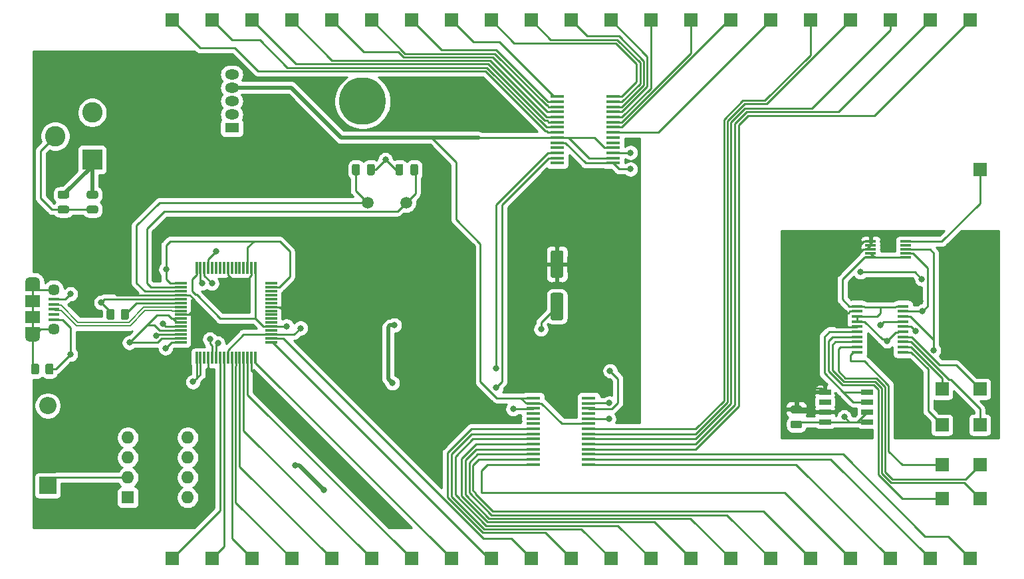
<source format=gbr>
%TF.GenerationSoftware,KiCad,Pcbnew,(5.1.7)-1*%
%TF.CreationDate,2020-11-09T16:27:10-06:00*%
%TF.ProjectId,MCU breakout board,4d435520-6272-4656-916b-6f757420626f,rev?*%
%TF.SameCoordinates,Original*%
%TF.FileFunction,Copper,L1,Top*%
%TF.FilePolarity,Positive*%
%FSLAX46Y46*%
G04 Gerber Fmt 4.6, Leading zero omitted, Abs format (unit mm)*
G04 Created by KiCad (PCBNEW (5.1.7)-1) date 2020-11-09 16:27:10*
%MOMM*%
%LPD*%
G01*
G04 APERTURE LIST*
%TA.AperFunction,ComponentPad*%
%ADD10R,1.700000X1.700000*%
%TD*%
%TA.AperFunction,ComponentPad*%
%ADD11R,1.600000X1.600000*%
%TD*%
%TA.AperFunction,ComponentPad*%
%ADD12O,1.600000X1.600000*%
%TD*%
%TA.AperFunction,SMDPad,CuDef*%
%ADD13R,1.800000X0.450000*%
%TD*%
%TA.AperFunction,ComponentPad*%
%ADD14R,2.200000X2.200000*%
%TD*%
%TA.AperFunction,ComponentPad*%
%ADD15O,2.200000X2.200000*%
%TD*%
%TA.AperFunction,SMDPad,CuDef*%
%ADD16R,1.500000X0.650000*%
%TD*%
%TA.AperFunction,SMDPad,CuDef*%
%ADD17R,1.500000X0.300000*%
%TD*%
%TA.AperFunction,SMDPad,CuDef*%
%ADD18R,0.300000X1.500000*%
%TD*%
%TA.AperFunction,SMDPad,CuDef*%
%ADD19R,1.475000X0.450000*%
%TD*%
%TA.AperFunction,ComponentPad*%
%ADD20R,2.600000X2.600000*%
%TD*%
%TA.AperFunction,ComponentPad*%
%ADD21C,2.600000*%
%TD*%
%TA.AperFunction,SMDPad,CuDef*%
%ADD22R,1.900000X1.500000*%
%TD*%
%TA.AperFunction,ComponentPad*%
%ADD23C,1.450000*%
%TD*%
%TA.AperFunction,SMDPad,CuDef*%
%ADD24R,1.350000X0.400000*%
%TD*%
%TA.AperFunction,ComponentPad*%
%ADD25O,1.900000X1.200000*%
%TD*%
%TA.AperFunction,SMDPad,CuDef*%
%ADD26R,1.900000X1.200000*%
%TD*%
%TA.AperFunction,ComponentPad*%
%ADD27C,1.500000*%
%TD*%
%TA.AperFunction,SMDPad,CuDef*%
%ADD28R,1.450000X0.300000*%
%TD*%
%TA.AperFunction,ComponentPad*%
%ADD29O,6.000000X6.000000*%
%TD*%
%TA.AperFunction,ComponentPad*%
%ADD30R,1.800000X1.275000*%
%TD*%
%TA.AperFunction,ComponentPad*%
%ADD31O,1.800000X1.275000*%
%TD*%
%TA.AperFunction,ViaPad*%
%ADD32C,0.800000*%
%TD*%
%TA.AperFunction,Conductor*%
%ADD33C,0.250000*%
%TD*%
%TA.AperFunction,Conductor*%
%ADD34C,0.500000*%
%TD*%
%TA.AperFunction,Conductor*%
%ADD35C,0.200000*%
%TD*%
%TA.AperFunction,Conductor*%
%ADD36C,0.254000*%
%TD*%
%TA.AperFunction,Conductor*%
%ADD37C,0.100000*%
%TD*%
G04 APERTURE END LIST*
%TO.P,C16,1*%
%TO.N,3.3V*%
%TA.AperFunction,SMDPad,CuDef*%
G36*
G01*
X119592000Y-113152000D02*
X120692000Y-113152000D01*
G75*
G02*
X120942000Y-113402000I0J-250000D01*
G01*
X120942000Y-116402000D01*
G75*
G02*
X120692000Y-116652000I-250000J0D01*
G01*
X119592000Y-116652000D01*
G75*
G02*
X119342000Y-116402000I0J250000D01*
G01*
X119342000Y-113402000D01*
G75*
G02*
X119592000Y-113152000I250000J0D01*
G01*
G37*
%TD.AperFunction*%
%TO.P,C16,2*%
%TO.N,AnalogGround*%
%TA.AperFunction,SMDPad,CuDef*%
G36*
G01*
X119592000Y-118552000D02*
X120692000Y-118552000D01*
G75*
G02*
X120942000Y-118802000I0J-250000D01*
G01*
X120942000Y-121802000D01*
G75*
G02*
X120692000Y-122052000I-250000J0D01*
G01*
X119592000Y-122052000D01*
G75*
G02*
X119342000Y-121802000I0J250000D01*
G01*
X119342000Y-118802000D01*
G75*
G02*
X119592000Y-118552000I250000J0D01*
G01*
G37*
%TD.AperFunction*%
%TD*%
D10*
%TO.P,P2,1*%
%TO.N,Net-(IC6-Pad7)*%
X169164000Y-144780000D03*
%TD*%
D11*
%TO.P,U2,1*%
%TO.N,Net-(R4-Pad1)*%
X65510000Y-144630000D03*
D12*
%TO.P,U2,5*%
%TO.N,Net-(R7-Pad2)*%
X73130000Y-137010000D03*
%TO.P,U2,2*%
%TO.N,Net-(D1-Pad1)*%
X65510000Y-142090000D03*
%TO.P,U2,6*%
%TO.N,VBus*%
X73130000Y-139550000D03*
%TO.P,U2,3*%
%TO.N,Net-(C12-Pad2)*%
X65510000Y-139550000D03*
%TO.P,U2,7*%
%TO.N,Net-(R4-Pad1)*%
X73130000Y-142090000D03*
%TO.P,U2,4*%
%TO.N,AnalogGround*%
X65510000Y-137010000D03*
%TO.P,U2,8*%
%TO.N,Net-(R4-Pad1)*%
X73130000Y-144630000D03*
%TD*%
D13*
%TO.P,IC8,28*%
%TO.N,Net-(IC8-Pad28)*%
X127250000Y-93575000D03*
%TO.P,IC8,27*%
%TO.N,Net-(IC8-Pad27)*%
X127250000Y-94225000D03*
%TO.P,IC8,26*%
%TO.N,Net-(IC8-Pad26)*%
X127250000Y-94875000D03*
%TO.P,IC8,25*%
%TO.N,Net-(IC8-Pad25)*%
X127250000Y-95525000D03*
%TO.P,IC8,24*%
%TO.N,Net-(IC8-Pad24)*%
X127250000Y-96175000D03*
%TO.P,IC8,23*%
%TO.N,Net-(IC8-Pad23)*%
X127250000Y-96825000D03*
%TO.P,IC8,22*%
%TO.N,Net-(IC8-Pad22)*%
X127250000Y-97475000D03*
%TO.P,IC8,21*%
%TO.N,Net-(IC8-Pad21)*%
X127250000Y-98125000D03*
%TO.P,IC8,20*%
%TO.N,Net-(IC8-Pad20)*%
X127250000Y-98775000D03*
%TO.P,IC8,19*%
%TO.N,Net-(IC8-Pad19)*%
X127250000Y-99425000D03*
%TO.P,IC8,18*%
%TO.N,4V*%
X127250000Y-100075000D03*
%TO.P,IC8,17*%
%TO.N,AnalogGround*%
X127250000Y-100725000D03*
%TO.P,IC8,16*%
%TO.N,4V*%
X127250000Y-101375000D03*
%TO.P,IC8,15*%
%TO.N,AnalogGround*%
X127250000Y-102025000D03*
%TO.P,IC8,14*%
%TO.N,Net-(IC8-Pad14)*%
X120150000Y-102025000D03*
%TO.P,IC8,13*%
%TO.N,I2C_Data*%
X120150000Y-101375000D03*
%TO.P,IC8,12*%
%TO.N,I2C_Clock*%
X120150000Y-100725000D03*
%TO.P,IC8,11*%
%TO.N,Net-(IC8-Pad11)*%
X120150000Y-100075000D03*
%TO.P,IC8,10*%
%TO.N,AnalogGround*%
X120150000Y-99425000D03*
%TO.P,IC8,9*%
%TO.N,4V*%
X120150000Y-98775000D03*
%TO.P,IC8,8*%
%TO.N,Net-(IC8-Pad8)*%
X120150000Y-98125000D03*
%TO.P,IC8,7*%
%TO.N,Net-(IC8-Pad7)*%
X120150000Y-97475000D03*
%TO.P,IC8,6*%
%TO.N,Net-(IC8-Pad6)*%
X120150000Y-96825000D03*
%TO.P,IC8,5*%
%TO.N,Net-(IC8-Pad5)*%
X120150000Y-96175000D03*
%TO.P,IC8,4*%
%TO.N,Net-(IC8-Pad4)*%
X120150000Y-95525000D03*
%TO.P,IC8,3*%
%TO.N,Net-(IC8-Pad3)*%
X120150000Y-94875000D03*
%TO.P,IC8,2*%
%TO.N,Net-(IC8-Pad2)*%
X120150000Y-94225000D03*
%TO.P,IC8,1*%
%TO.N,Net-(IC8-Pad1)*%
X120150000Y-93575000D03*
%TD*%
%TO.P,C6,2*%
%TO.N,AnalogGround*%
%TA.AperFunction,SMDPad,CuDef*%
G36*
G01*
X100576000Y-102395000D02*
X100576000Y-103345000D01*
G75*
G02*
X100326000Y-103595000I-250000J0D01*
G01*
X99826000Y-103595000D01*
G75*
G02*
X99576000Y-103345000I0J250000D01*
G01*
X99576000Y-102395000D01*
G75*
G02*
X99826000Y-102145000I250000J0D01*
G01*
X100326000Y-102145000D01*
G75*
G02*
X100576000Y-102395000I0J-250000D01*
G01*
G37*
%TD.AperFunction*%
%TO.P,C6,1*%
%TO.N,GlobalOscIn*%
%TA.AperFunction,SMDPad,CuDef*%
G36*
G01*
X102476000Y-102395000D02*
X102476000Y-103345000D01*
G75*
G02*
X102226000Y-103595000I-250000J0D01*
G01*
X101726000Y-103595000D01*
G75*
G02*
X101476000Y-103345000I0J250000D01*
G01*
X101476000Y-102395000D01*
G75*
G02*
X101726000Y-102145000I250000J0D01*
G01*
X102226000Y-102145000D01*
G75*
G02*
X102476000Y-102395000I0J-250000D01*
G01*
G37*
%TD.AperFunction*%
%TD*%
%TO.P,C7,1*%
%TO.N,GlobalOscOut*%
%TA.AperFunction,SMDPad,CuDef*%
G36*
G01*
X94054000Y-103345000D02*
X94054000Y-102395000D01*
G75*
G02*
X94304000Y-102145000I250000J0D01*
G01*
X94804000Y-102145000D01*
G75*
G02*
X95054000Y-102395000I0J-250000D01*
G01*
X95054000Y-103345000D01*
G75*
G02*
X94804000Y-103595000I-250000J0D01*
G01*
X94304000Y-103595000D01*
G75*
G02*
X94054000Y-103345000I0J250000D01*
G01*
G37*
%TD.AperFunction*%
%TO.P,C7,2*%
%TO.N,AnalogGround*%
%TA.AperFunction,SMDPad,CuDef*%
G36*
G01*
X95954000Y-103345000D02*
X95954000Y-102395000D01*
G75*
G02*
X96204000Y-102145000I250000J0D01*
G01*
X96704000Y-102145000D01*
G75*
G02*
X96954000Y-102395000I0J-250000D01*
G01*
X96954000Y-103345000D01*
G75*
G02*
X96704000Y-103595000I-250000J0D01*
G01*
X96204000Y-103595000D01*
G75*
G02*
X95954000Y-103345000I0J250000D01*
G01*
G37*
%TD.AperFunction*%
%TD*%
%TO.P,C13,2*%
%TO.N,AnalogGround*%
%TA.AperFunction,SMDPad,CuDef*%
G36*
G01*
X150147000Y-134816000D02*
X151097000Y-134816000D01*
G75*
G02*
X151347000Y-135066000I0J-250000D01*
G01*
X151347000Y-135566000D01*
G75*
G02*
X151097000Y-135816000I-250000J0D01*
G01*
X150147000Y-135816000D01*
G75*
G02*
X149897000Y-135566000I0J250000D01*
G01*
X149897000Y-135066000D01*
G75*
G02*
X150147000Y-134816000I250000J0D01*
G01*
G37*
%TD.AperFunction*%
%TO.P,C13,1*%
%TO.N,Analog3.3V*%
%TA.AperFunction,SMDPad,CuDef*%
G36*
G01*
X150147000Y-132916000D02*
X151097000Y-132916000D01*
G75*
G02*
X151347000Y-133166000I0J-250000D01*
G01*
X151347000Y-133666000D01*
G75*
G02*
X151097000Y-133916000I-250000J0D01*
G01*
X150147000Y-133916000D01*
G75*
G02*
X149897000Y-133666000I0J250000D01*
G01*
X149897000Y-133166000D01*
G75*
G02*
X150147000Y-132916000I250000J0D01*
G01*
G37*
%TD.AperFunction*%
%TD*%
%TO.P,C15,2*%
%TO.N,AnalogGround*%
%TA.AperFunction,SMDPad,CuDef*%
G36*
G01*
X60525000Y-107450000D02*
X61475000Y-107450000D01*
G75*
G02*
X61725000Y-107700000I0J-250000D01*
G01*
X61725000Y-108200000D01*
G75*
G02*
X61475000Y-108450000I-250000J0D01*
G01*
X60525000Y-108450000D01*
G75*
G02*
X60275000Y-108200000I0J250000D01*
G01*
X60275000Y-107700000D01*
G75*
G02*
X60525000Y-107450000I250000J0D01*
G01*
G37*
%TD.AperFunction*%
%TO.P,C15,1*%
%TO.N,ExtPower*%
%TA.AperFunction,SMDPad,CuDef*%
G36*
G01*
X60525000Y-105550000D02*
X61475000Y-105550000D01*
G75*
G02*
X61725000Y-105800000I0J-250000D01*
G01*
X61725000Y-106300000D01*
G75*
G02*
X61475000Y-106550000I-250000J0D01*
G01*
X60525000Y-106550000D01*
G75*
G02*
X60275000Y-106300000I0J250000D01*
G01*
X60275000Y-105800000D01*
G75*
G02*
X60525000Y-105550000I250000J0D01*
G01*
G37*
%TD.AperFunction*%
%TD*%
%TO.P,C21,1*%
%TO.N,ExtPower*%
%TA.AperFunction,SMDPad,CuDef*%
G36*
G01*
X56825000Y-105550000D02*
X57775000Y-105550000D01*
G75*
G02*
X58025000Y-105800000I0J-250000D01*
G01*
X58025000Y-106300000D01*
G75*
G02*
X57775000Y-106550000I-250000J0D01*
G01*
X56825000Y-106550000D01*
G75*
G02*
X56575000Y-106300000I0J250000D01*
G01*
X56575000Y-105800000D01*
G75*
G02*
X56825000Y-105550000I250000J0D01*
G01*
G37*
%TD.AperFunction*%
%TO.P,C21,2*%
%TO.N,AnalogGround*%
%TA.AperFunction,SMDPad,CuDef*%
G36*
G01*
X56825000Y-107450000D02*
X57775000Y-107450000D01*
G75*
G02*
X58025000Y-107700000I0J-250000D01*
G01*
X58025000Y-108200000D01*
G75*
G02*
X57775000Y-108450000I-250000J0D01*
G01*
X56825000Y-108450000D01*
G75*
G02*
X56575000Y-108200000I0J250000D01*
G01*
X56575000Y-107700000D01*
G75*
G02*
X56825000Y-107450000I250000J0D01*
G01*
G37*
%TD.AperFunction*%
%TD*%
D14*
%TO.P,D1,1*%
%TO.N,Net-(D1-Pad1)*%
X55300000Y-143100000D03*
D15*
%TO.P,D1,2*%
%TO.N,AnalogGround*%
X55300000Y-132940000D03*
%TD*%
D16*
%TO.P,IC4,8*%
%TO.N,Net-(IC4-Pad7)*%
X159672000Y-131191000D03*
%TO.P,IC4,7*%
X159672000Y-132461000D03*
%TO.P,IC4,6*%
%TO.N,AnalogGround*%
X159672000Y-133731000D03*
%TO.P,IC4,5*%
X159672000Y-135001000D03*
%TO.P,IC4,4*%
X154272000Y-135001000D03*
%TO.P,IC4,3*%
%TO.N,Analog3.3V*%
X154272000Y-133731000D03*
%TO.P,IC4,2*%
%TO.N,Net-(IC4-Pad2)*%
X154272000Y-132461000D03*
%TO.P,IC4,1*%
%TO.N,Analog3.3V*%
X154272000Y-131191000D03*
%TD*%
D17*
%TO.P,IC5,1*%
%TO.N,AnalogGround*%
X72250000Y-117350000D03*
%TO.P,IC5,2*%
%TO.N,GlobalOscIn*%
X72250000Y-117850000D03*
%TO.P,IC5,3*%
%TO.N,GlobalOscOut*%
X72250000Y-118350000D03*
%TO.P,IC5,4*%
%TO.N,3.3V*%
X72250000Y-118850000D03*
%TO.P,IC5,5*%
%TO.N,AnalogGround*%
X72250000Y-119350000D03*
%TO.P,IC5,6*%
%TO.N,Net-(IC5-Pad6)*%
X72250000Y-119850000D03*
%TO.P,IC5,7*%
%TO.N,USB_N*%
X72250000Y-120350000D03*
%TO.P,IC5,8*%
%TO.N,USB_P*%
X72250000Y-120850000D03*
%TO.P,IC5,9*%
%TO.N,3.3V*%
X72250000Y-121350000D03*
%TO.P,IC5,10*%
%TO.N,AnalogGround*%
X72250000Y-121850000D03*
%TO.P,IC5,11*%
X72250000Y-122350000D03*
%TO.P,IC5,12*%
%TO.N,1.8V*%
X72250000Y-122850000D03*
%TO.P,IC5,13*%
%TO.N,AnalogGround*%
X72250000Y-123350000D03*
%TO.P,IC5,14*%
%TO.N,Net-(IC5-Pad14)*%
X72250000Y-123850000D03*
%TO.P,IC5,15*%
%TO.N,AnalogGround*%
X72250000Y-124350000D03*
%TO.P,IC5,16*%
%TO.N,I2C_Clock*%
X72250000Y-124850000D03*
D18*
%TO.P,IC5,17*%
%TO.N,I2C_Data*%
X74250000Y-126850000D03*
%TO.P,IC5,18*%
X74750000Y-126850000D03*
%TO.P,IC5,19*%
%TO.N,Net-(IC5-Pad19)*%
X75250000Y-126850000D03*
%TO.P,IC5,20*%
%TO.N,3.3V*%
X75750000Y-126850000D03*
%TO.P,IC5,21*%
%TO.N,Net-(IC5-Pad21)*%
X76250000Y-126850000D03*
%TO.P,IC5,22*%
%TO.N,Net-(IC5-Pad22)*%
X76750000Y-126850000D03*
%TO.P,IC5,23*%
%TO.N,Net-(IC5-Pad23)*%
X77250000Y-126850000D03*
%TO.P,IC5,24*%
%TO.N,Net-(IC5-Pad24)*%
X77750000Y-126850000D03*
%TO.P,IC5,25*%
%TO.N,AnalogGround*%
X78250000Y-126850000D03*
%TO.P,IC5,26*%
%TO.N,Net-(IC5-Pad26)*%
X78750000Y-126850000D03*
%TO.P,IC5,27*%
%TO.N,Net-(IC5-Pad27)*%
X79250000Y-126850000D03*
%TO.P,IC5,28*%
%TO.N,Net-(IC5-Pad28)*%
X79750000Y-126850000D03*
%TO.P,IC5,29*%
%TO.N,Net-(IC5-Pad29)*%
X80250000Y-126850000D03*
%TO.P,IC5,30*%
%TO.N,Net-(IC5-Pad30)*%
X80750000Y-126850000D03*
%TO.P,IC5,31*%
%TO.N,3.3V*%
X81250000Y-126850000D03*
%TO.P,IC5,32*%
%TO.N,Net-(IC5-Pad32)*%
X81750000Y-126850000D03*
D17*
%TO.P,IC5,33*%
%TO.N,Net-(IC5-Pad33)*%
X83750000Y-124850000D03*
%TO.P,IC5,34*%
%TO.N,Net-(IC5-Pad34)*%
X83750000Y-124350000D03*
%TO.P,IC5,35*%
%TO.N,AnalogGround*%
X83750000Y-123850000D03*
%TO.P,IC5,36*%
%TO.N,Net-(IC5-Pad36)*%
X83750000Y-123350000D03*
%TO.P,IC5,37*%
%TO.N,1.8V*%
X83750000Y-122850000D03*
%TO.P,IC5,38*%
%TO.N,Net-(IC5-Pad38)*%
X83750000Y-122350000D03*
%TO.P,IC5,39*%
%TO.N,Net-(IC5-Pad39)*%
X83750000Y-121850000D03*
%TO.P,IC5,40*%
%TO.N,Net-(IC5-Pad40)*%
X83750000Y-121350000D03*
%TO.P,IC5,41*%
%TO.N,Net-(IC5-Pad41)*%
X83750000Y-120850000D03*
%TO.P,IC5,42*%
%TO.N,3.3V*%
X83750000Y-120350000D03*
%TO.P,IC5,43*%
%TO.N,Net-(IC5-Pad43)*%
X83750000Y-119850000D03*
%TO.P,IC5,44*%
%TO.N,Net-(IC5-Pad44)*%
X83750000Y-119350000D03*
%TO.P,IC5,45*%
%TO.N,Net-(IC5-Pad45)*%
X83750000Y-118850000D03*
%TO.P,IC5,46*%
%TO.N,Net-(IC5-Pad46)*%
X83750000Y-118350000D03*
%TO.P,IC5,47*%
%TO.N,AnalogGround*%
X83750000Y-117850000D03*
%TO.P,IC5,48*%
%TO.N,Net-(IC5-Pad48)*%
X83750000Y-117350000D03*
D18*
%TO.P,IC5,49*%
%TO.N,1.8V*%
X81750000Y-115350000D03*
%TO.P,IC5,50*%
%TO.N,3.3V*%
X81250000Y-115350000D03*
%TO.P,IC5,51*%
%TO.N,AnalogGround*%
X80750000Y-115350000D03*
%TO.P,IC5,52*%
%TO.N,Net-(IC5-Pad52)*%
X80250000Y-115350000D03*
%TO.P,IC5,53*%
%TO.N,Net-(IC5-Pad53)*%
X79750000Y-115350000D03*
%TO.P,IC5,54*%
%TO.N,Net-(IC5-Pad54)*%
X79250000Y-115350000D03*
%TO.P,IC5,55*%
%TO.N,Net-(IC5-Pad55)*%
X78750000Y-115350000D03*
%TO.P,IC5,56*%
%TO.N,3.3V*%
X78250000Y-115350000D03*
%TO.P,IC5,57*%
%TO.N,Net-(IC5-Pad57)*%
X77750000Y-115350000D03*
%TO.P,IC5,58*%
%TO.N,Net-(IC5-Pad58)*%
X77250000Y-115350000D03*
%TO.P,IC5,59*%
%TO.N,Net-(IC5-Pad59)*%
X76750000Y-115350000D03*
%TO.P,IC5,60*%
%TO.N,Net-(IC5-Pad60)*%
X76250000Y-115350000D03*
%TO.P,IC5,61*%
%TO.N,ROM_DATA*%
X75750000Y-115350000D03*
%TO.P,IC5,62*%
%TO.N,ROM_CLK*%
X75250000Y-115350000D03*
%TO.P,IC5,63*%
%TO.N,ROM_CS*%
X74750000Y-115350000D03*
%TO.P,IC5,64*%
%TO.N,1.8V*%
X74250000Y-115350000D03*
%TD*%
D19*
%TO.P,IC6,1*%
%TO.N,AnalogGround*%
X158352000Y-120265000D03*
%TO.P,IC6,2*%
%TO.N,Analog3.3V*%
X158352000Y-120915000D03*
%TO.P,IC6,3*%
%TO.N,AnalogGround*%
X158352000Y-121565000D03*
%TO.P,IC6,4*%
X158352000Y-122215000D03*
%TO.P,IC6,5*%
%TO.N,Analog3.3V*%
X158352000Y-122865000D03*
%TO.P,IC6,6*%
%TO.N,Net-(IC4-Pad7)*%
X158352000Y-123515000D03*
%TO.P,IC6,7*%
%TO.N,Net-(IC6-Pad7)*%
X158352000Y-124165000D03*
%TO.P,IC6,8*%
%TO.N,Net-(IC6-Pad8)*%
X158352000Y-124815000D03*
%TO.P,IC6,9*%
%TO.N,Net-(IC6-Pad9)*%
X158352000Y-125465000D03*
%TO.P,IC6,10*%
%TO.N,Net-(IC6-Pad10)*%
X158352000Y-126115000D03*
%TO.P,IC6,11*%
%TO.N,Net-(IC6-Pad11)*%
X164228000Y-126115000D03*
%TO.P,IC6,12*%
%TO.N,Net-(IC6-Pad12)*%
X164228000Y-125465000D03*
%TO.P,IC6,13*%
%TO.N,Net-(IC6-Pad13)*%
X164228000Y-124815000D03*
%TO.P,IC6,14*%
%TO.N,Net-(IC6-Pad14)*%
X164228000Y-124165000D03*
%TO.P,IC6,15*%
%TO.N,AnalogGround*%
X164228000Y-123515000D03*
%TO.P,IC6,16*%
%TO.N,Net-(IC5-Pad22)*%
X164228000Y-122865000D03*
%TO.P,IC6,17*%
%TO.N,Net-(IC5-Pad21)*%
X164228000Y-122215000D03*
%TO.P,IC6,18*%
%TO.N,I2C_Data*%
X164228000Y-121565000D03*
%TO.P,IC6,19*%
%TO.N,I2C_Clock*%
X164228000Y-120915000D03*
%TO.P,IC6,20*%
%TO.N,AnalogGround*%
X164228000Y-120265000D03*
%TD*%
D13*
%TO.P,IC7,1*%
%TO.N,Net-(IC7-Pad1)*%
X124200000Y-140415000D03*
%TO.P,IC7,2*%
%TO.N,Net-(IC7-Pad2)*%
X124200000Y-139765000D03*
%TO.P,IC7,3*%
%TO.N,Net-(IC7-Pad3)*%
X124200000Y-139115000D03*
%TO.P,IC7,4*%
%TO.N,Net-(IC7-Pad4)*%
X124200000Y-138465000D03*
%TO.P,IC7,5*%
%TO.N,Net-(IC7-Pad5)*%
X124200000Y-137815000D03*
%TO.P,IC7,6*%
%TO.N,Net-(IC7-Pad6)*%
X124200000Y-137165000D03*
%TO.P,IC7,7*%
%TO.N,Net-(IC7-Pad7)*%
X124200000Y-136515000D03*
%TO.P,IC7,8*%
%TO.N,Net-(IC7-Pad8)*%
X124200000Y-135865000D03*
%TO.P,IC7,9*%
%TO.N,4V*%
X124200000Y-135215000D03*
%TO.P,IC7,10*%
%TO.N,AnalogGround*%
X124200000Y-134565000D03*
%TO.P,IC7,11*%
%TO.N,Net-(IC7-Pad11)*%
X124200000Y-133915000D03*
%TO.P,IC7,12*%
%TO.N,I2C_Clock*%
X124200000Y-133265000D03*
%TO.P,IC7,13*%
%TO.N,I2C_Data*%
X124200000Y-132615000D03*
%TO.P,IC7,14*%
%TO.N,Net-(IC7-Pad14)*%
X124200000Y-131965000D03*
%TO.P,IC7,15*%
%TO.N,4V*%
X117100000Y-131965000D03*
%TO.P,IC7,16*%
X117100000Y-132615000D03*
%TO.P,IC7,17*%
%TO.N,AnalogGround*%
X117100000Y-133265000D03*
%TO.P,IC7,18*%
%TO.N,Net-(IC7-Pad18)*%
X117100000Y-133915000D03*
%TO.P,IC7,19*%
%TO.N,Net-(IC7-Pad19)*%
X117100000Y-134565000D03*
%TO.P,IC7,20*%
%TO.N,Net-(IC7-Pad20)*%
X117100000Y-135215000D03*
%TO.P,IC7,21*%
%TO.N,Net-(IC7-Pad21)*%
X117100000Y-135865000D03*
%TO.P,IC7,22*%
%TO.N,Net-(IC7-Pad22)*%
X117100000Y-136515000D03*
%TO.P,IC7,23*%
%TO.N,Net-(IC7-Pad23)*%
X117100000Y-137165000D03*
%TO.P,IC7,24*%
%TO.N,Net-(IC7-Pad24)*%
X117100000Y-137815000D03*
%TO.P,IC7,25*%
%TO.N,Net-(IC7-Pad25)*%
X117100000Y-138465000D03*
%TO.P,IC7,26*%
%TO.N,Net-(IC7-Pad26)*%
X117100000Y-139115000D03*
%TO.P,IC7,27*%
%TO.N,Net-(IC7-Pad27)*%
X117100000Y-139765000D03*
%TO.P,IC7,28*%
%TO.N,Net-(IC7-Pad28)*%
X117100000Y-140415000D03*
%TD*%
D20*
%TO.P,J1,1*%
%TO.N,ExtPower*%
X60960000Y-101600000D03*
D21*
%TO.P,J1,2*%
%TO.N,AnalogGround*%
X60960000Y-95600000D03*
%TO.P,J1,3*%
X56260000Y-98600000D03*
%TD*%
D22*
%TO.P,J2,6*%
%TO.N,Net-(J2-Pad6)*%
X53372500Y-121650000D03*
D23*
X56072500Y-118150000D03*
D24*
%TO.P,J2,2*%
%TO.N,USB_N*%
X56072500Y-120000000D03*
%TO.P,J2,1*%
%TO.N,VBus*%
X56072500Y-119350000D03*
%TO.P,J2,5*%
%TO.N,AnalogGround*%
X56072500Y-121950000D03*
%TO.P,J2,4*%
%TO.N,Net-(J2-Pad4)*%
X56072500Y-121300000D03*
%TO.P,J2,3*%
%TO.N,USB_P*%
X56072500Y-120650000D03*
D23*
%TO.P,J2,6*%
%TO.N,Net-(J2-Pad6)*%
X56072500Y-123150000D03*
D22*
X53372500Y-119650000D03*
D25*
X53372500Y-117150000D03*
X53372500Y-124150000D03*
D26*
X53372500Y-123550000D03*
X53372500Y-117750000D03*
%TD*%
D10*
%TO.P,P3,1*%
%TO.N,Net-(IC5-Pad33)*%
X111760000Y-152400000D03*
%TD*%
%TO.P,P4,1*%
%TO.N,Net-(IC5-Pad32)*%
X106680000Y-152400000D03*
%TD*%
%TO.P,P5,1*%
%TO.N,Net-(IC5-Pad23)*%
X71120000Y-152400000D03*
%TD*%
%TO.P,P6,1*%
%TO.N,Net-(IC5-Pad24)*%
X76200000Y-152400000D03*
%TD*%
%TO.P,P7,1*%
%TO.N,Net-(IC5-Pad26)*%
X81280000Y-152400000D03*
%TD*%
%TO.P,P8,1*%
%TO.N,Net-(IC5-Pad27)*%
X86360000Y-152400000D03*
%TD*%
%TO.P,P9,1*%
%TO.N,Net-(IC5-Pad28)*%
X91440000Y-152400000D03*
%TD*%
%TO.P,P10,1*%
%TO.N,Net-(IC5-Pad29)*%
X96520000Y-152400000D03*
%TD*%
%TO.P,P11,1*%
%TO.N,Net-(IC5-Pad30)*%
X101600000Y-152400000D03*
%TD*%
%TO.P,P13,1*%
%TO.N,Net-(IC7-Pad1)*%
X162560000Y-152400000D03*
%TD*%
%TO.P,P15,1*%
%TO.N,Net-(IC7-Pad3)*%
X172720000Y-152400000D03*
%TD*%
%TO.P,P16,1*%
%TO.N,Net-(IC7-Pad4)*%
X172720000Y-83820000D03*
%TD*%
%TO.P,P17,1*%
%TO.N,Net-(IC7-Pad5)*%
X167640000Y-83820000D03*
%TD*%
%TO.P,P18,1*%
%TO.N,Net-(IC7-Pad6)*%
X162560000Y-83820000D03*
%TD*%
%TO.P,P19,1*%
%TO.N,Net-(IC7-Pad28)*%
X157480000Y-152400000D03*
%TD*%
%TO.P,P20,1*%
%TO.N,Net-(IC7-Pad7)*%
X157480000Y-83820000D03*
%TD*%
%TO.P,P21,1*%
%TO.N,Net-(IC7-Pad27)*%
X152400000Y-152400000D03*
%TD*%
%TO.P,P22,1*%
%TO.N,Net-(IC7-Pad8)*%
X152400000Y-83820000D03*
%TD*%
%TO.P,P23,1*%
%TO.N,Net-(IC7-Pad26)*%
X147320000Y-152400000D03*
%TD*%
%TO.P,P24,1*%
%TO.N,Net-(IC7-Pad25)*%
X142240000Y-152400000D03*
%TD*%
%TO.P,P25,1*%
%TO.N,Net-(IC7-Pad24)*%
X137160000Y-152400000D03*
%TD*%
%TO.P,P26,1*%
%TO.N,Net-(IC7-Pad23)*%
X132080000Y-152400000D03*
%TD*%
%TO.P,P27,1*%
%TO.N,Net-(IC7-Pad22)*%
X127000000Y-152400000D03*
%TD*%
%TO.P,P28,1*%
%TO.N,Net-(IC7-Pad21)*%
X121920000Y-152400000D03*
%TD*%
%TO.P,P29,1*%
%TO.N,Net-(IC8-Pad1)*%
X106680000Y-83820000D03*
%TD*%
%TO.P,P30,1*%
%TO.N,Net-(IC8-Pad2)*%
X101600000Y-83820000D03*
%TD*%
%TO.P,P31,1*%
%TO.N,Net-(IC8-Pad3)*%
X96520000Y-83820000D03*
%TD*%
%TO.P,P32,1*%
%TO.N,Net-(IC8-Pad4)*%
X91440000Y-83820000D03*
%TD*%
%TO.P,P33,1*%
%TO.N,Net-(IC8-Pad5)*%
X86360000Y-83820000D03*
%TD*%
%TO.P,P34,1*%
%TO.N,Net-(IC8-Pad6)*%
X81280000Y-83820000D03*
%TD*%
%TO.P,P35,1*%
%TO.N,Net-(IC8-Pad28)*%
X111760000Y-83820000D03*
%TD*%
%TO.P,P36,1*%
%TO.N,Net-(IC8-Pad7)*%
X76200000Y-83820000D03*
%TD*%
%TO.P,P37,1*%
%TO.N,Net-(IC8-Pad27)*%
X116840000Y-83820000D03*
%TD*%
%TO.P,P38,1*%
%TO.N,Net-(IC8-Pad8)*%
X71120000Y-83820000D03*
%TD*%
%TO.P,P39,1*%
%TO.N,Net-(IC8-Pad26)*%
X121920000Y-83820000D03*
%TD*%
%TO.P,P40,1*%
%TO.N,Net-(IC8-Pad25)*%
X127000000Y-83820000D03*
%TD*%
%TO.P,P41,1*%
%TO.N,Net-(IC8-Pad24)*%
X132080000Y-83820000D03*
%TD*%
%TO.P,P42,1*%
%TO.N,Net-(IC8-Pad23)*%
X137160000Y-83820000D03*
%TD*%
%TO.P,P43,1*%
%TO.N,Net-(IC8-Pad22)*%
X142240000Y-83820000D03*
%TD*%
%TO.P,P44,1*%
%TO.N,Net-(IC8-Pad21)*%
X147320000Y-83820000D03*
%TD*%
%TO.P,R13,1*%
%TO.N,AnalogGround*%
%TA.AperFunction,SMDPad,CuDef*%
G36*
G01*
X56035000Y-127819999D02*
X56035000Y-128720001D01*
G75*
G02*
X55785001Y-128970000I-249999J0D01*
G01*
X55259999Y-128970000D01*
G75*
G02*
X55010000Y-128720001I0J249999D01*
G01*
X55010000Y-127819999D01*
G75*
G02*
X55259999Y-127570000I249999J0D01*
G01*
X55785001Y-127570000D01*
G75*
G02*
X56035000Y-127819999I0J-249999D01*
G01*
G37*
%TD.AperFunction*%
%TO.P,R13,2*%
%TO.N,Net-(J2-Pad6)*%
%TA.AperFunction,SMDPad,CuDef*%
G36*
G01*
X54210000Y-127819999D02*
X54210000Y-128720001D01*
G75*
G02*
X53960001Y-128970000I-249999J0D01*
G01*
X53434999Y-128970000D01*
G75*
G02*
X53185000Y-128720001I0J249999D01*
G01*
X53185000Y-127819999D01*
G75*
G02*
X53434999Y-127570000I249999J0D01*
G01*
X53960001Y-127570000D01*
G75*
G02*
X54210000Y-127819999I0J-249999D01*
G01*
G37*
%TD.AperFunction*%
%TD*%
%TO.P,R18,1*%
%TO.N,Net-(IC5-Pad6)*%
%TA.AperFunction,SMDPad,CuDef*%
G36*
G01*
X65637500Y-120849999D02*
X65637500Y-121750001D01*
G75*
G02*
X65387501Y-122000000I-249999J0D01*
G01*
X64862499Y-122000000D01*
G75*
G02*
X64612500Y-121750001I0J249999D01*
G01*
X64612500Y-120849999D01*
G75*
G02*
X64862499Y-120600000I249999J0D01*
G01*
X65387501Y-120600000D01*
G75*
G02*
X65637500Y-120849999I0J-249999D01*
G01*
G37*
%TD.AperFunction*%
%TO.P,R18,2*%
%TO.N,AnalogGround*%
%TA.AperFunction,SMDPad,CuDef*%
G36*
G01*
X63812500Y-120849999D02*
X63812500Y-121750001D01*
G75*
G02*
X63562501Y-122000000I-249999J0D01*
G01*
X63037499Y-122000000D01*
G75*
G02*
X62787500Y-121750001I0J249999D01*
G01*
X62787500Y-120849999D01*
G75*
G02*
X63037499Y-120600000I249999J0D01*
G01*
X63562501Y-120600000D01*
G75*
G02*
X63812500Y-120849999I0J-249999D01*
G01*
G37*
%TD.AperFunction*%
%TD*%
D27*
%TO.P,Y1,1*%
%TO.N,GlobalOscIn*%
X100920000Y-107080000D03*
%TO.P,Y1,2*%
%TO.N,GlobalOscOut*%
X96040000Y-107080000D03*
%TD*%
D28*
%TO.P,IC2,1*%
%TO.N,Analog3.3V*%
X160081000Y-112030000D03*
%TO.P,IC2,2*%
X160081000Y-112530000D03*
%TO.P,IC2,3*%
X160081000Y-113030000D03*
%TO.P,IC2,4*%
%TO.N,AnalogGround*%
X160081000Y-113530000D03*
%TO.P,IC2,5*%
X160081000Y-114030000D03*
%TO.P,IC2,6*%
X164531000Y-114030000D03*
%TO.P,IC2,7*%
%TO.N,I2C_Clock*%
X164531000Y-113530000D03*
%TO.P,IC2,8*%
%TO.N,I2C_Data*%
X164531000Y-113030000D03*
%TO.P,IC2,9*%
%TO.N,Net-(IC2-Pad9)*%
X164531000Y-112530000D03*
%TO.P,IC2,10*%
%TO.N,Net-(IC2-Pad10)*%
X164531000Y-112030000D03*
%TD*%
D10*
%TO.P,P1,1*%
%TO.N,Net-(IC2-Pad10)*%
X173990000Y-102870000D03*
%TD*%
%TO.P,P12,1*%
%TO.N,Net-(IC6-Pad8)*%
X173990000Y-144780000D03*
%TD*%
%TO.P,P45,1*%
%TO.N,Net-(IC6-Pad9)*%
X173990000Y-140462000D03*
%TD*%
%TO.P,P46,1*%
%TO.N,Net-(IC6-Pad10)*%
X169164000Y-140462000D03*
%TD*%
%TO.P,P47,1*%
%TO.N,Net-(IC6-Pad14)*%
X173990000Y-130810000D03*
%TD*%
%TO.P,P48,1*%
%TO.N,Net-(IC6-Pad13)*%
X173990000Y-135382000D03*
%TD*%
%TO.P,P49,1*%
%TO.N,Net-(IC6-Pad12)*%
X169164000Y-130810000D03*
%TD*%
%TO.P,P50,1*%
%TO.N,Net-(IC6-Pad11)*%
X169164000Y-135382000D03*
%TD*%
%TO.P,P14,1*%
%TO.N,Net-(IC7-Pad2)*%
X167640000Y-152400000D03*
%TD*%
%TO.P,P51,1*%
%TO.N,Net-(IC5-Pad34)*%
X116840000Y-152400000D03*
%TD*%
D29*
%TO.P,U3,6*%
%TO.N,AnalogGround*%
X95400000Y-94136000D03*
D30*
%TO.P,U3,1*%
%TO.N,ExtPower*%
X78740000Y-97536000D03*
D31*
%TO.P,U3,2*%
X78740000Y-95836000D03*
%TO.P,U3,3*%
%TO.N,AnalogGround*%
X78740000Y-94136000D03*
%TO.P,U3,4*%
%TO.N,4V*%
X78740000Y-92436000D03*
%TO.P,U3,5*%
%TO.N,Net-(R10-Pad2)*%
X78740000Y-90736000D03*
%TD*%
D32*
%TO.N,1.8V*%
X70000000Y-122500000D03*
X85700000Y-122800000D03*
%TO.N,AnalogGround*%
X98298000Y-101600000D03*
X70358000Y-115570000D03*
X118110000Y-123190000D03*
X156718000Y-134366000D03*
X162179000Y-124688600D03*
X62100000Y-119800000D03*
X58200000Y-126400000D03*
X129500000Y-102800000D03*
X129500000Y-100700000D03*
X126746000Y-134620000D03*
X114554000Y-133350000D03*
X65700000Y-124900000D03*
X87503000Y-123063000D03*
X99441000Y-122682000D03*
X99187000Y-130048000D03*
X86839500Y-140560500D03*
X90424000Y-143637000D03*
%TO.N,Analog3.3V*%
X163449000Y-136525000D03*
%TO.N,3.3V*%
X80264000Y-119126000D03*
%TO.N,Analog3.3V*%
X159512000Y-136525000D03*
X166402000Y-119602000D03*
X169327011Y-119724989D03*
%TO.N,3.3V*%
X76073000Y-130429000D03*
X82042000Y-129667000D03*
X91388250Y-139394250D03*
X68751000Y-128949000D03*
X89725500Y-119824500D03*
X102767010Y-118974990D03*
X116205000Y-114554000D03*
X86360000Y-120396000D03*
%TO.N,VBus*%
X58200000Y-118700000D03*
%TO.N,ExtPower*%
X166600000Y-116800000D03*
X158800000Y-115900000D03*
%TO.N,Net-(IC5-Pad14)*%
X69100000Y-124000000D03*
%TO.N,I2C_Clock*%
X126900000Y-128500000D03*
X166700000Y-120900000D03*
X112400000Y-128200000D03*
X70300000Y-125600000D03*
%TO.N,I2C_Data*%
X126800000Y-132600000D03*
X168100000Y-125900000D03*
X112400000Y-130600000D03*
X73800000Y-129900000D03*
%TO.N,Net-(IC5-Pad21)*%
X161290000Y-122682000D03*
X75946000Y-124460000D03*
%TO.N,ROM_DATA*%
X76708000Y-113284000D03*
%TO.N,ROM_CLK*%
X76200000Y-117348000D03*
%TO.N,ROM_CS*%
X74930000Y-117348000D03*
%TO.N,Net-(IC5-Pad22)*%
X76962000Y-124968000D03*
X165800000Y-123400000D03*
%TD*%
D33*
%TO.N,1.8V*%
X70350000Y-122850000D02*
X70000000Y-122500000D01*
X72250000Y-122850000D02*
X70350000Y-122850000D01*
X85650000Y-122850000D02*
X83750000Y-122850000D01*
X85700000Y-122800000D02*
X85650000Y-122850000D01*
X81750000Y-121835002D02*
X81750000Y-115350000D01*
X82764998Y-122850000D02*
X81750000Y-121835002D01*
X83750000Y-122850000D02*
X82764998Y-122850000D01*
X73660000Y-116840000D02*
X74250000Y-116250000D01*
X73660000Y-118364000D02*
X73660000Y-116840000D01*
X74086000Y-118790000D02*
X73660000Y-118364000D01*
X74250000Y-116250000D02*
X74250000Y-115350000D01*
X77295002Y-121835002D02*
X74250000Y-118790000D01*
X74250000Y-118790000D02*
X74086000Y-118790000D01*
X81750000Y-121835002D02*
X77295002Y-121835002D01*
%TO.N,AnalogGround*%
X127275000Y-100700000D02*
X127250000Y-100725000D01*
X129500000Y-100700000D02*
X127275000Y-100700000D01*
X128025000Y-102800000D02*
X127250000Y-102025000D01*
X129500000Y-102800000D02*
X128025000Y-102800000D01*
X56330000Y-128270000D02*
X58200000Y-126400000D01*
X55522500Y-128270000D02*
X56330000Y-128270000D01*
X56072500Y-121950000D02*
X57150000Y-121950000D01*
X58200000Y-123000000D02*
X58200000Y-126400000D01*
X57150000Y-121950000D02*
X58200000Y-123000000D01*
X62550000Y-119350000D02*
X62100000Y-119800000D01*
X72250000Y-119350000D02*
X62550000Y-119350000D01*
X63300000Y-121000000D02*
X62100000Y-119800000D01*
X63300000Y-121300000D02*
X63300000Y-121000000D01*
X71750000Y-122350000D02*
X71250000Y-121850000D01*
X72250000Y-122350000D02*
X71750000Y-122350000D01*
X72250000Y-121850000D02*
X71250000Y-121850000D01*
X68873002Y-122700000D02*
X67900000Y-122700000D01*
X69523002Y-123350000D02*
X68873002Y-122700000D01*
X72250000Y-123350000D02*
X69523002Y-123350000D01*
X67900000Y-122700000D02*
X65700000Y-124900000D01*
X68750000Y-121850000D02*
X67900000Y-122700000D01*
X69273002Y-124900000D02*
X65700000Y-124900000D01*
X69823002Y-124350000D02*
X69273002Y-124900000D01*
X72250000Y-124350000D02*
X69823002Y-124350000D01*
X150937000Y-135001000D02*
X150622000Y-135316000D01*
X154272000Y-135001000D02*
X150937000Y-135001000D01*
X61000000Y-107950000D02*
X57300000Y-107950000D01*
X57300000Y-107950000D02*
X55850000Y-107950000D01*
X55850000Y-107950000D02*
X54400000Y-106500000D01*
X54400000Y-100460000D02*
X56260000Y-98600000D01*
X54400000Y-106500000D02*
X54400000Y-100460000D01*
X123810002Y-102025000D02*
X121210002Y-99425000D01*
X121210002Y-99425000D02*
X120150000Y-99425000D01*
X127250000Y-102025000D02*
X123810002Y-102025000D01*
X160581000Y-114030000D02*
X160081000Y-113530000D01*
X162036000Y-114030000D02*
X160581000Y-114030000D01*
X164531000Y-114030000D02*
X162036000Y-114030000D01*
X162036000Y-114030000D02*
X160081000Y-114030000D01*
X158402000Y-135001000D02*
X159672000Y-133731000D01*
X154272000Y-135001000D02*
X156591000Y-135001000D01*
X156591000Y-135001000D02*
X158402000Y-135001000D01*
X156718000Y-134366000D02*
X157353000Y-135001000D01*
X157353000Y-135001000D02*
X159672000Y-135001000D01*
X156591000Y-135001000D02*
X157353000Y-135001000D01*
X118110000Y-122334000D02*
X120142000Y-120302000D01*
X118110000Y-123190000D02*
X118110000Y-122334000D01*
X80250000Y-123850000D02*
X83750000Y-123850000D01*
X78250000Y-125850000D02*
X80250000Y-123850000D01*
X78250000Y-126850000D02*
X78250000Y-125850000D01*
X117015000Y-133350000D02*
X117100000Y-133265000D01*
X114554000Y-133350000D02*
X117015000Y-133350000D01*
X124255000Y-134620000D02*
X124200000Y-134565000D01*
X126746000Y-134620000D02*
X124255000Y-134620000D01*
X159299000Y-122215000D02*
X158352000Y-122215000D01*
X159299000Y-122215000D02*
X159002000Y-122215000D01*
X158352000Y-122215000D02*
X158352000Y-121565000D01*
X158352000Y-121565000D02*
X160883000Y-121565000D01*
X160883000Y-121565000D02*
X161290000Y-121158000D01*
X161290000Y-121158000D02*
X161290000Y-120396000D01*
X163330498Y-120265000D02*
X164228000Y-120265000D01*
X163199498Y-120396000D02*
X163330498Y-120265000D01*
X161290000Y-120396000D02*
X163199498Y-120396000D01*
X159249502Y-120265000D02*
X158352000Y-120265000D01*
X159380502Y-120396000D02*
X159249502Y-120265000D01*
X161290000Y-120396000D02*
X159380502Y-120396000D01*
X71250000Y-121850000D02*
X71050000Y-121850000D01*
X71050000Y-121850000D02*
X70612000Y-121412000D01*
X69188000Y-121412000D02*
X68750000Y-121850000D01*
X70612000Y-121412000D02*
X69188000Y-121412000D01*
X70868000Y-117350000D02*
X72250000Y-117350000D01*
X70358000Y-116840000D02*
X70868000Y-117350000D01*
X70358000Y-115570000D02*
X70358000Y-116840000D01*
X84836000Y-112014000D02*
X81534000Y-112014000D01*
X86106000Y-113284000D02*
X84836000Y-112014000D01*
X86106000Y-116494000D02*
X86106000Y-113284000D01*
X84750000Y-117850000D02*
X86106000Y-116494000D01*
X83750000Y-117850000D02*
X84750000Y-117850000D01*
X80750000Y-112798000D02*
X81534000Y-112014000D01*
X80750000Y-115350000D02*
X80750000Y-112798000D01*
X70358000Y-114554000D02*
X70358000Y-115570000D01*
X70358000Y-112522000D02*
X70358000Y-114554000D01*
X70866000Y-112014000D02*
X70358000Y-112522000D01*
X81534000Y-112014000D02*
X70866000Y-112014000D01*
X97028000Y-102870000D02*
X98298000Y-101600000D01*
X96454000Y-102870000D02*
X97028000Y-102870000D01*
X99568000Y-102870000D02*
X98298000Y-101600000D01*
X100076000Y-102870000D02*
X99568000Y-102870000D01*
X160081000Y-114030000D02*
X159274000Y-114030000D01*
X159274000Y-114030000D02*
X156464000Y-116840000D01*
X157349000Y-120265000D02*
X158352000Y-120265000D01*
X156464000Y-119380000D02*
X157349000Y-120265000D01*
X156464000Y-116840000D02*
X156464000Y-119380000D01*
X161950400Y-124460000D02*
X162179000Y-124688600D01*
X161544000Y-124460000D02*
X161950400Y-124460000D01*
X159299000Y-122215000D02*
X161544000Y-124460000D01*
X163252601Y-123614999D02*
X162179000Y-124688600D01*
X163532001Y-123614999D02*
X163252601Y-123614999D01*
X163632000Y-123515000D02*
X163532001Y-123614999D01*
X164228000Y-123515000D02*
X163632000Y-123515000D01*
X87503000Y-123063000D02*
X86691001Y-123874999D01*
X85396002Y-123850000D02*
X83750000Y-123850000D01*
X85421001Y-123874999D02*
X85396002Y-123850000D01*
X86691001Y-123874999D02*
X85421001Y-123874999D01*
D34*
X98642989Y-129503989D02*
X99187000Y-130048000D01*
X98642989Y-122914326D02*
X98642989Y-129503989D01*
X98875315Y-122682000D02*
X98642989Y-122914326D01*
X99441000Y-122682000D02*
X98875315Y-122682000D01*
X87347500Y-140560500D02*
X86839500Y-140560500D01*
X90424000Y-143637000D02*
X87347500Y-140560500D01*
D33*
%TO.N,Analog3.3V*%
X150937000Y-133731000D02*
X150622000Y-133416000D01*
X154272000Y-133731000D02*
X150937000Y-133731000D01*
X153767000Y-130686000D02*
X154272000Y-131191000D01*
X150812000Y-130686000D02*
X153767000Y-130686000D01*
X150812000Y-133226000D02*
X150622000Y-133416000D01*
X150812000Y-130686000D02*
X150812000Y-133226000D01*
X157469000Y-120915000D02*
X158352000Y-120915000D01*
X157226000Y-121158000D02*
X157469000Y-120915000D01*
X155448000Y-121158000D02*
X157226000Y-121158000D01*
X155448000Y-121158000D02*
X155448000Y-122682000D01*
X155448000Y-122682000D02*
X155702000Y-122936000D01*
X158281000Y-122936000D02*
X158352000Y-122865000D01*
X155702000Y-122936000D02*
X158281000Y-122936000D01*
X159120998Y-113030000D02*
X160081000Y-113030000D01*
X155448000Y-121158000D02*
X155448000Y-116702998D01*
X159581000Y-113030000D02*
X160081000Y-112530000D01*
X159120998Y-113030000D02*
X159581000Y-113030000D01*
X158300499Y-113850499D02*
X158300499Y-112971501D01*
X155448000Y-116702998D02*
X158300499Y-113850499D01*
X158300499Y-113850499D02*
X159120998Y-113030000D01*
X159242000Y-112030000D02*
X160081000Y-112030000D01*
X158300499Y-112971501D02*
X159242000Y-112030000D01*
%TO.N,GlobalOscIn*%
X99844999Y-108155001D02*
X70144999Y-108155001D01*
X100920000Y-107080000D02*
X99844999Y-108155001D01*
X70144999Y-108155001D02*
X67900000Y-110400000D01*
X67900000Y-110400000D02*
X67900000Y-117300000D01*
X68450000Y-117850000D02*
X72250000Y-117850000D01*
X67900000Y-117300000D02*
X68450000Y-117850000D01*
X100920000Y-107080000D02*
X102108000Y-105892000D01*
X102108000Y-103002000D02*
X101976000Y-102870000D01*
X102108000Y-105892000D02*
X102108000Y-103002000D01*
%TO.N,GlobalOscOut*%
X96040000Y-107080000D02*
X69520000Y-107080000D01*
X69520000Y-107080000D02*
X66600000Y-110000000D01*
X66600000Y-110000000D02*
X66600000Y-117300000D01*
X67650000Y-118350000D02*
X72250000Y-118350000D01*
X66600000Y-117300000D02*
X67650000Y-118350000D01*
X96040000Y-107080000D02*
X94488000Y-105528000D01*
X94488000Y-102936000D02*
X94554000Y-102870000D01*
X94488000Y-105528000D02*
X94488000Y-102936000D01*
%TO.N,3.3V*%
X64150000Y-118850000D02*
X63200000Y-117900000D01*
X72250000Y-118850000D02*
X64150000Y-118850000D01*
X84790000Y-120350000D02*
X85852000Y-121412000D01*
X83750000Y-120350000D02*
X84790000Y-120350000D01*
X79756000Y-117844000D02*
X79756000Y-117856000D01*
X81250000Y-116350000D02*
X79756000Y-117844000D01*
X81250000Y-115350000D02*
X81250000Y-116350000D01*
X78250000Y-116350000D02*
X79756000Y-117856000D01*
X78250000Y-115350000D02*
X78250000Y-116350000D01*
X75750000Y-128582000D02*
X75946000Y-128778000D01*
X75750000Y-126850000D02*
X75750000Y-128582000D01*
X118618000Y-110744000D02*
X118618000Y-113378000D01*
X81250000Y-128494000D02*
X81250000Y-126850000D01*
X81788000Y-129032000D02*
X81250000Y-128494000D01*
X73235002Y-121350000D02*
X73914000Y-120671002D01*
X72250000Y-121350000D02*
X73235002Y-121350000D01*
X73914000Y-120671002D02*
X73914000Y-119380000D01*
X73384000Y-118850000D02*
X72250000Y-118850000D01*
X73914000Y-119380000D02*
X73384000Y-118850000D01*
%TO.N,VBus*%
X57550000Y-119350000D02*
X58200000Y-118700000D01*
X56072500Y-119350000D02*
X57550000Y-119350000D01*
D34*
%TO.N,4V*%
X78700000Y-92400000D02*
X86300000Y-92400000D01*
X86300000Y-92400000D02*
X92675000Y-98775000D01*
D33*
X110175000Y-98775000D02*
X120150000Y-98775000D01*
D34*
X107325000Y-98775000D02*
X110175000Y-98775000D01*
D33*
X107325000Y-109225000D02*
X110400000Y-112300000D01*
X112506998Y-131965000D02*
X117100000Y-131965000D01*
X110400000Y-129858002D02*
X112506998Y-131965000D01*
X110400000Y-112300000D02*
X110400000Y-129858002D01*
X107325000Y-101925000D02*
X104175000Y-98775000D01*
X107325000Y-109225000D02*
X107325000Y-101925000D01*
D34*
X104175000Y-98775000D02*
X107325000Y-98775000D01*
X92675000Y-98775000D02*
X104175000Y-98775000D01*
D33*
X116189999Y-132589999D02*
X117100000Y-132589999D01*
X115565000Y-131965000D02*
X116189999Y-132589999D01*
X118160002Y-132615000D02*
X117100000Y-132615000D01*
X120760002Y-135215000D02*
X118160002Y-132615000D01*
X124200000Y-135215000D02*
X120760002Y-135215000D01*
X124889998Y-98775000D02*
X126189998Y-100075000D01*
X126189998Y-100075000D02*
X127250000Y-100075000D01*
X124225000Y-101375000D02*
X127250000Y-101375000D01*
X120150000Y-98775000D02*
X121625000Y-98775000D01*
X121625000Y-98775000D02*
X124225000Y-101375000D01*
X121625000Y-98775000D02*
X124889998Y-98775000D01*
%TO.N,ExtPower*%
X165700000Y-115900000D02*
X166600000Y-116800000D01*
X158800000Y-115900000D02*
X165700000Y-115900000D01*
D34*
X61000000Y-101640000D02*
X60960000Y-101600000D01*
X61000000Y-106050000D02*
X61000000Y-101640000D01*
X60960000Y-102390000D02*
X57300000Y-106050000D01*
X60960000Y-101600000D02*
X60960000Y-102390000D01*
D33*
%TO.N,Net-(D1-Pad1)*%
X56310000Y-142090000D02*
X55300000Y-143100000D01*
X65510000Y-142090000D02*
X56310000Y-142090000D01*
%TO.N,Net-(IC5-Pad6)*%
X66575000Y-119850000D02*
X65125000Y-121300000D01*
X72250000Y-119850000D02*
X66575000Y-119850000D01*
%TO.N,Net-(IC5-Pad14)*%
X69250000Y-123850000D02*
X69100000Y-124000000D01*
X72250000Y-123850000D02*
X69250000Y-123850000D01*
%TO.N,I2C_Clock*%
X71050000Y-124850000D02*
X70300000Y-125600000D01*
X72250000Y-124850000D02*
X71050000Y-124850000D01*
X119000000Y-100725000D02*
X120150000Y-100725000D01*
X112400000Y-107325000D02*
X119000000Y-100725000D01*
X112400000Y-128200000D02*
X112400000Y-107325000D01*
X126900000Y-128500000D02*
X127900000Y-129500000D01*
X124260001Y-133325001D02*
X124200000Y-133265000D01*
X127148001Y-133325001D02*
X124260001Y-133325001D01*
X127900000Y-132573002D02*
X127148001Y-133325001D01*
X127900000Y-129500000D02*
X127900000Y-132573002D01*
X164243000Y-120900000D02*
X164228000Y-120915000D01*
X166700000Y-120900000D02*
X164243000Y-120900000D01*
X167325001Y-120274999D02*
X166700000Y-120900000D01*
X167325001Y-115349001D02*
X167325001Y-120274999D01*
X165506000Y-113530000D02*
X167325001Y-115349001D01*
X164531000Y-113530000D02*
X165506000Y-113530000D01*
%TO.N,I2C_Data*%
X74750000Y-126850000D02*
X74750000Y-127250000D01*
X74250000Y-129450000D02*
X73800000Y-129900000D01*
X74250000Y-126850000D02*
X74250000Y-129450000D01*
X74750000Y-128950000D02*
X74250000Y-129450000D01*
X74750000Y-126850000D02*
X74750000Y-128950000D01*
X119089998Y-101375000D02*
X120150000Y-101375000D01*
X113125001Y-107339997D02*
X119089998Y-101375000D01*
X113125001Y-129874999D02*
X113125001Y-107339997D01*
X112400000Y-130600000D02*
X113125001Y-129874999D01*
X124215000Y-132600000D02*
X124200000Y-132615000D01*
X126800000Y-132600000D02*
X124215000Y-132600000D01*
X165125502Y-121565000D02*
X164228000Y-121565000D01*
X168100000Y-124539498D02*
X165125502Y-121565000D01*
X168100000Y-125900000D02*
X168100000Y-124539498D01*
X168100000Y-115638998D02*
X168100000Y-124539498D01*
X168100000Y-113490000D02*
X168100000Y-115638998D01*
X167640000Y-113030000D02*
X168100000Y-113490000D01*
X164531000Y-113030000D02*
X167640000Y-113030000D01*
%TO.N,Net-(IC5-Pad21)*%
X164228000Y-122215000D02*
X161757000Y-122215000D01*
X161757000Y-122215000D02*
X161290000Y-122682000D01*
X161290000Y-122682000D02*
X161290000Y-122682000D01*
X76250000Y-125329685D02*
X76250000Y-126850000D01*
X75946000Y-125025685D02*
X76250000Y-125329685D01*
X75946000Y-124460000D02*
X75946000Y-125025685D01*
%TO.N,Net-(IC5-Pad23)*%
X77250000Y-146270000D02*
X71120000Y-152400000D01*
X77250000Y-126850000D02*
X77250000Y-146270000D01*
%TO.N,Net-(IC5-Pad24)*%
X77750000Y-150850000D02*
X76200000Y-152400000D01*
X77750000Y-126850000D02*
X77750000Y-150850000D01*
%TO.N,Net-(IC5-Pad26)*%
X78750000Y-149870000D02*
X81280000Y-152400000D01*
X78750000Y-126850000D02*
X78750000Y-149870000D01*
%TO.N,Net-(IC5-Pad27)*%
X79250000Y-127850000D02*
X79200010Y-127899990D01*
X79250000Y-126850000D02*
X79250000Y-127850000D01*
X79200010Y-145240010D02*
X86360000Y-152400000D01*
X79200010Y-127899990D02*
X79200010Y-145240010D01*
%TO.N,Net-(IC5-Pad28)*%
X79750000Y-140710000D02*
X91440000Y-152400000D01*
X79750000Y-126850000D02*
X79750000Y-140710000D01*
%TO.N,Net-(IC5-Pad29)*%
X80250000Y-136130000D02*
X96520000Y-152400000D01*
X80250000Y-126850000D02*
X80250000Y-136130000D01*
%TO.N,Net-(IC5-Pad30)*%
X80750000Y-131550000D02*
X101600000Y-152400000D01*
X80750000Y-126850000D02*
X80750000Y-131550000D01*
%TO.N,Net-(IC5-Pad33)*%
X111488000Y-152400000D02*
X111760000Y-152400000D01*
X83938000Y-124850000D02*
X111488000Y-152400000D01*
X83750000Y-124850000D02*
X83938000Y-124850000D01*
%TO.N,Net-(IC5-Pad34)*%
X85276998Y-124350000D02*
X110786998Y-149860000D01*
X83750000Y-124350000D02*
X85276998Y-124350000D01*
X114300000Y-149860000D02*
X116840000Y-152400000D01*
X110786998Y-149860000D02*
X114300000Y-149860000D01*
%TO.N,ROM_DATA*%
X75750000Y-114242000D02*
X75750000Y-115350000D01*
X76708000Y-113284000D02*
X75750000Y-114242000D01*
%TO.N,ROM_CLK*%
X75250000Y-116398000D02*
X75250000Y-115350000D01*
X76200000Y-117348000D02*
X75250000Y-116398000D01*
%TO.N,ROM_CS*%
X74750000Y-117168000D02*
X74750000Y-115350000D01*
X74930000Y-117348000D02*
X74750000Y-117168000D01*
%TO.N,Net-(IC6-Pad7)*%
X160443002Y-130302000D02*
X161036000Y-130894998D01*
X156464000Y-130302000D02*
X160443002Y-130302000D01*
X164084000Y-144780000D02*
X169164000Y-144780000D01*
X154686000Y-128524000D02*
X156464000Y-130302000D01*
X161036000Y-141732000D02*
X164084000Y-144780000D01*
X161036000Y-130894998D02*
X161036000Y-141732000D01*
X154686000Y-124714000D02*
X154686000Y-128524000D01*
X155235000Y-124165000D02*
X154686000Y-124714000D01*
X158352000Y-124165000D02*
X155235000Y-124165000D01*
%TO.N,Net-(IC7-Pad1)*%
X150575000Y-140415000D02*
X162560000Y-152400000D01*
X124200000Y-140415000D02*
X150575000Y-140415000D01*
%TO.N,Net-(IC7-Pad2)*%
X155005000Y-139765000D02*
X167640000Y-152400000D01*
X124200000Y-139765000D02*
X155005000Y-139765000D01*
%TO.N,Net-(IC7-Pad3)*%
X169926000Y-149606000D02*
X172720000Y-152400000D01*
X156546001Y-139115000D02*
X167037001Y-149606000D01*
X167037001Y-149606000D02*
X169926000Y-149606000D01*
X124200000Y-139115000D02*
X156546001Y-139115000D01*
%TO.N,Net-(IC7-Pad4)*%
X137761410Y-138465000D02*
X143256000Y-132970410D01*
X124200000Y-138465000D02*
X137761410Y-138465000D01*
X143256000Y-132970410D02*
X143256000Y-97156410D01*
X160585990Y-95954010D02*
X172720000Y-83820000D01*
X144458400Y-95954010D02*
X160585990Y-95954010D01*
X143256000Y-97156410D02*
X144458400Y-95954010D01*
%TO.N,Net-(IC7-Pad5)*%
X155956000Y-95504000D02*
X167640000Y-83820000D01*
X144272000Y-95504000D02*
X155956000Y-95504000D01*
X142748000Y-97028000D02*
X144272000Y-95504000D01*
X142748000Y-132842000D02*
X142748000Y-97028000D01*
X137775000Y-137815000D02*
X142748000Y-132842000D01*
X124200000Y-137815000D02*
X137775000Y-137815000D01*
%TO.N,Net-(IC7-Pad6)*%
X142297991Y-96841599D02*
X144085600Y-95053990D01*
X142297990Y-132655600D02*
X142297991Y-96841599D01*
X137788590Y-137165000D02*
X142297990Y-132655600D01*
X124200000Y-137165000D02*
X137788590Y-137165000D01*
X144085600Y-95053990D02*
X152596010Y-95053990D01*
X162560000Y-85090000D02*
X162560000Y-83820000D01*
X152596010Y-95053990D02*
X162560000Y-85090000D01*
%TO.N,Net-(IC7-Pad7)*%
X124200000Y-136515000D02*
X137802180Y-136515000D01*
X137802180Y-136515000D02*
X141847981Y-132469199D01*
X141847982Y-96655198D02*
X144015180Y-94488000D01*
X141847981Y-132469199D02*
X141847982Y-96655198D01*
X146812000Y-94488000D02*
X157480000Y-83820000D01*
X144015180Y-94488000D02*
X146812000Y-94488000D01*
%TO.N,Net-(IC7-Pad8)*%
X137415790Y-135865000D02*
X124200000Y-135865000D01*
X137815770Y-135865000D02*
X137415790Y-135865000D01*
X141397973Y-132282797D02*
X137815770Y-135865000D01*
X141397973Y-96468799D02*
X141397973Y-132282797D01*
X143828779Y-94037991D02*
X141397973Y-96468799D01*
X146625600Y-94037990D02*
X143828779Y-94037991D01*
X152400000Y-88263590D02*
X146625600Y-94037990D01*
X152400000Y-83820000D02*
X152400000Y-88263590D01*
%TO.N,Net-(IC7-Pad21)*%
X117100000Y-135865000D02*
X109245000Y-135865000D01*
X109245000Y-135865000D02*
X106172000Y-138938000D01*
X106172000Y-138938000D02*
X106172000Y-144608592D01*
X106172000Y-144608592D02*
X110661408Y-149098000D01*
X118618000Y-149098000D02*
X121920000Y-152400000D01*
X110661408Y-149098000D02*
X118618000Y-149098000D01*
%TO.N,Net-(IC7-Pad22)*%
X117100000Y-136515000D02*
X109231410Y-136515000D01*
X106680000Y-139066410D02*
X106680000Y-144480182D01*
X109231410Y-136515000D02*
X106680000Y-139066410D01*
X123247990Y-148647990D02*
X127000000Y-152400000D01*
X110847808Y-148647990D02*
X123247990Y-148647990D01*
X106680000Y-144480182D02*
X110847808Y-148647990D01*
%TO.N,Net-(IC7-Pad23)*%
X117100000Y-137165000D02*
X109469000Y-137165000D01*
X109469000Y-137165000D02*
X107188000Y-139446000D01*
X107188000Y-139446000D02*
X107188000Y-144272000D01*
X127877980Y-148197980D02*
X132080000Y-152400000D01*
X111113980Y-148197980D02*
X127877980Y-148197980D01*
X107188000Y-144272000D02*
X111113980Y-148197980D01*
%TO.N,Net-(IC7-Pad24)*%
X117100000Y-137815000D02*
X109835000Y-137815000D01*
X109835000Y-137815000D02*
X107950000Y-139700000D01*
X107950000Y-139700000D02*
X107950000Y-144397590D01*
X132507970Y-147747970D02*
X137160000Y-152400000D01*
X111300380Y-147747970D02*
X132507970Y-147747970D01*
X107950000Y-144397590D02*
X111300380Y-147747970D01*
%TO.N,Net-(IC7-Pad25)*%
X117100000Y-138465000D02*
X109821410Y-138465000D01*
X108458000Y-139828410D02*
X108458000Y-144269180D01*
X109821410Y-138465000D02*
X108458000Y-139828410D01*
X108458000Y-144269180D02*
X111486780Y-147297960D01*
X137137960Y-147297960D02*
X142240000Y-152400000D01*
X111486780Y-147297960D02*
X137137960Y-147297960D01*
%TO.N,Net-(IC7-Pad26)*%
X117100000Y-139115000D02*
X110059000Y-139115000D01*
X110059000Y-139115000D02*
X108966000Y-140208000D01*
X108966000Y-140208000D02*
X108966000Y-144018000D01*
X141767950Y-146847950D02*
X147320000Y-152400000D01*
X111795950Y-146847950D02*
X141767950Y-146847950D01*
X108966000Y-144018000D02*
X111795950Y-146847950D01*
%TO.N,Net-(IC7-Pad27)*%
X117100000Y-139765000D02*
X110171000Y-139765000D01*
X110171000Y-139765000D02*
X109416010Y-140519990D01*
X109416010Y-140519990D02*
X109416010Y-143706010D01*
X109728000Y-144018000D02*
X109728000Y-144143590D01*
X109416010Y-143706010D02*
X109728000Y-144018000D01*
X146397941Y-146397941D02*
X152400000Y-152400000D01*
X111982351Y-146397941D02*
X146397941Y-146397941D01*
X109728000Y-144143590D02*
X111982351Y-146397941D01*
%TO.N,Net-(IC7-Pad28)*%
X116793000Y-140415000D02*
X116746000Y-140462000D01*
X117100000Y-140415000D02*
X116793000Y-140415000D01*
X116746000Y-140462000D02*
X111252000Y-140462000D01*
X111252000Y-140462000D02*
X110490000Y-141224000D01*
X110490000Y-141224000D02*
X110490000Y-144018000D01*
X149098000Y-144018000D02*
X157480000Y-152400000D01*
X110490000Y-144018000D02*
X149098000Y-144018000D01*
%TO.N,Net-(IC8-Pad28)*%
X114692020Y-86752020D02*
X111760000Y-83820000D01*
X127643200Y-86752020D02*
X114692020Y-86752020D01*
X130279960Y-89388780D02*
X127643200Y-86752020D01*
X128400000Y-93575000D02*
X130279960Y-91695040D01*
X130279960Y-91695040D02*
X130279960Y-89388780D01*
X127250000Y-93575000D02*
X128400000Y-93575000D01*
%TO.N,Net-(IC8-Pad27)*%
X128400000Y-94225000D02*
X130729970Y-91895030D01*
X127250000Y-94225000D02*
X128400000Y-94225000D01*
X130729970Y-91895030D02*
X130729970Y-89202380D01*
X119322010Y-86302010D02*
X116840000Y-83820000D01*
X127829600Y-86302010D02*
X119322010Y-86302010D01*
X130729970Y-89202380D02*
X127829600Y-86302010D01*
%TO.N,Net-(IC8-Pad26)*%
X128400000Y-94875000D02*
X131179980Y-92095020D01*
X127250000Y-94875000D02*
X128400000Y-94875000D01*
X131179980Y-92095020D02*
X131179980Y-89015980D01*
X131179980Y-89015980D02*
X128016000Y-85852000D01*
X123952000Y-85852000D02*
X121920000Y-83820000D01*
X128016000Y-85852000D02*
X123952000Y-85852000D01*
%TO.N,Net-(IC8-Pad25)*%
X128400000Y-95525000D02*
X131629990Y-92295010D01*
X127250000Y-95525000D02*
X128400000Y-95525000D01*
X131629990Y-88449990D02*
X127000000Y-83820000D01*
X131629990Y-92295010D02*
X131629990Y-88449990D01*
%TO.N,Net-(IC8-Pad24)*%
X132080000Y-92495000D02*
X132080000Y-83820000D01*
X128400000Y-96175000D02*
X132080000Y-92495000D01*
X127250000Y-96175000D02*
X128400000Y-96175000D01*
%TO.N,Net-(IC8-Pad23)*%
X137160000Y-88078590D02*
X137160000Y-83820000D01*
X128413590Y-96825000D02*
X137160000Y-88078590D01*
X127250000Y-96825000D02*
X128413590Y-96825000D01*
%TO.N,Net-(IC8-Pad22)*%
X142055000Y-83820000D02*
X142240000Y-83820000D01*
X128400000Y-97475000D02*
X142055000Y-83820000D01*
X127250000Y-97475000D02*
X128400000Y-97475000D01*
%TO.N,Net-(IC8-Pad21)*%
X127250000Y-98125000D02*
X133015000Y-98125000D01*
X133015000Y-98125000D02*
X147320000Y-83820000D01*
%TO.N,Net-(IC8-Pad8)*%
X74676000Y-87376000D02*
X71120000Y-83820000D01*
X79119590Y-87376000D02*
X74676000Y-87376000D01*
X111029650Y-90330060D02*
X82073650Y-90330060D01*
X82073650Y-90330060D02*
X79119590Y-87376000D01*
X118624599Y-97925009D02*
X111029650Y-90330060D01*
X118800010Y-97925010D02*
X118624599Y-97925009D01*
X119000000Y-98125000D02*
X118800010Y-97925010D01*
X120150000Y-98125000D02*
X119000000Y-98125000D01*
%TO.N,Net-(IC8-Pad7)*%
X120150000Y-97475000D02*
X118811000Y-97475000D01*
X111216050Y-89880050D02*
X85816050Y-89880050D01*
X118811000Y-97475000D02*
X111216050Y-89880050D01*
X85816050Y-89880050D02*
X82296000Y-86360000D01*
X78740000Y-86360000D02*
X76200000Y-83820000D01*
X82296000Y-86360000D02*
X78740000Y-86360000D01*
%TO.N,Net-(IC8-Pad6)*%
X118890008Y-96625010D02*
X118603252Y-96625009D01*
X119089998Y-96825000D02*
X118890008Y-96625010D01*
X120150000Y-96825000D02*
X119089998Y-96825000D01*
X86890040Y-89430040D02*
X81280000Y-83820000D01*
X111408283Y-89430040D02*
X86890040Y-89430040D01*
X118603252Y-96625009D02*
X111408283Y-89430040D01*
%TO.N,Net-(IC8-Pad5)*%
X120150000Y-96175000D02*
X118789653Y-96175000D01*
X91520030Y-88980030D02*
X86360000Y-83820000D01*
X111594683Y-88980030D02*
X91520030Y-88980030D01*
X118789653Y-96175000D02*
X111594683Y-88980030D01*
%TO.N,Net-(IC8-Pad4)*%
X120150000Y-95525000D02*
X118944775Y-95525000D01*
X111949795Y-88530020D02*
X100593610Y-88530020D01*
X118944775Y-95525000D02*
X111949795Y-88530020D01*
X100593610Y-88530020D02*
X99947590Y-87884000D01*
X95504000Y-87884000D02*
X91440000Y-83820000D01*
X99947590Y-87884000D02*
X95504000Y-87884000D01*
%TO.N,Net-(IC8-Pad3)*%
X112210010Y-88080010D02*
X100780010Y-88080010D01*
X118805010Y-94675010D02*
X112210010Y-88080010D01*
X118890008Y-94675010D02*
X118805010Y-94675010D01*
X100780010Y-88080010D02*
X96520000Y-83820000D01*
X119089998Y-94875000D02*
X118890008Y-94675010D01*
X120150000Y-94875000D02*
X119089998Y-94875000D01*
%TO.N,Net-(IC8-Pad2)*%
X119000000Y-94225000D02*
X112405000Y-87630000D01*
X120150000Y-94225000D02*
X119000000Y-94225000D01*
X105410000Y-87630000D02*
X101600000Y-83820000D01*
X112405000Y-87630000D02*
X105410000Y-87630000D01*
%TO.N,Net-(IC8-Pad1)*%
X119785000Y-93575000D02*
X112824000Y-86614000D01*
X120150000Y-93575000D02*
X119785000Y-93575000D01*
X109474000Y-86614000D02*
X106680000Y-83820000D01*
X112824000Y-86614000D02*
X109474000Y-86614000D01*
%TO.N,Net-(J2-Pad6)*%
X53372500Y-117750000D02*
X53372500Y-117150000D01*
X53372500Y-117750000D02*
X53372500Y-119650000D01*
X53372500Y-119650000D02*
X53372500Y-121650000D01*
X53372500Y-121650000D02*
X53372500Y-123550000D01*
X53372500Y-123550000D02*
X53372500Y-124150000D01*
X54372500Y-123150000D02*
X53372500Y-124150000D01*
X56072500Y-123150000D02*
X54372500Y-123150000D01*
X53772500Y-118150000D02*
X53372500Y-117750000D01*
X56072500Y-118150000D02*
X53772500Y-118150000D01*
X53372500Y-127945000D02*
X53697500Y-128270000D01*
X53372500Y-123550000D02*
X53372500Y-127945000D01*
D35*
%TO.N,USB_N*%
X71124999Y-120350000D02*
X72250000Y-120350000D01*
X71099999Y-120375000D02*
X71124999Y-120350000D01*
X67540334Y-120375000D02*
X71099999Y-120375000D01*
X65615324Y-122300010D02*
X67540334Y-120375000D01*
X56222499Y-120149999D02*
X56987501Y-120149999D01*
X56072500Y-120000000D02*
X56222499Y-120149999D01*
X56987501Y-120149999D02*
X59137512Y-122300010D01*
X59137512Y-122300010D02*
X65615324Y-122300010D01*
%TO.N,USB_P*%
X56072500Y-120650000D02*
X56086103Y-120650000D01*
X56236102Y-120799999D02*
X56987501Y-120799999D01*
X56987501Y-120799999D02*
X58937503Y-122750001D01*
X58937503Y-122750001D02*
X65801716Y-122750001D01*
X65801716Y-122750001D02*
X67726717Y-120825000D01*
X67726717Y-120825000D02*
X71099999Y-120825000D01*
X56086103Y-120650000D02*
X56236102Y-120799999D01*
X71099999Y-120825000D02*
X71124999Y-120850000D01*
X71124999Y-120850000D02*
X72250000Y-120850000D01*
D33*
%TO.N,Net-(IC2-Pad10)*%
X164531000Y-112030000D02*
X165592000Y-112030000D01*
X173990000Y-102870000D02*
X173990000Y-107188000D01*
X169148000Y-112030000D02*
X165592000Y-112030000D01*
X173990000Y-107188000D02*
X169148000Y-112030000D01*
%TO.N,Net-(IC4-Pad7)*%
X156591000Y-131191000D02*
X159672000Y-131191000D01*
X154174999Y-124151999D02*
X154174999Y-128774999D01*
X154174999Y-128774999D02*
X156591000Y-131191000D01*
X154811998Y-123515000D02*
X154174999Y-124151999D01*
X158352000Y-123515000D02*
X154811998Y-123515000D01*
X157861000Y-132461000D02*
X159672000Y-132461000D01*
X156591000Y-131191000D02*
X157861000Y-132461000D01*
%TO.N,Net-(IC5-Pad32)*%
X81750000Y-127470000D02*
X106680000Y-152400000D01*
X81750000Y-126850000D02*
X81750000Y-127470000D01*
%TO.N,Net-(IC5-Pad22)*%
X165265000Y-122865000D02*
X164228000Y-122865000D01*
X165800000Y-123400000D02*
X165800000Y-123400000D01*
X165800000Y-123400000D02*
X165265000Y-122865000D01*
X76750000Y-125180000D02*
X76750000Y-126850000D01*
X76962000Y-124968000D02*
X76750000Y-125180000D01*
%TO.N,Net-(IC6-Pad8)*%
X171958000Y-142748000D02*
X173990000Y-144780000D01*
X161486010Y-130708598D02*
X161486010Y-141545600D01*
X160629403Y-129851991D02*
X161486010Y-130708598D01*
X155194000Y-128395590D02*
X156650400Y-129851990D01*
X161486010Y-141545600D02*
X162688410Y-142748000D01*
X155194000Y-125222000D02*
X155194000Y-128395590D01*
X155601000Y-124815000D02*
X155194000Y-125222000D01*
X162688410Y-142748000D02*
X171958000Y-142748000D01*
X156650400Y-129851990D02*
X160629403Y-129851991D01*
X158352000Y-124815000D02*
X155601000Y-124815000D01*
%TO.N,Net-(IC6-Pad9)*%
X162874810Y-142297990D02*
X172154010Y-142297990D01*
X161936019Y-130522197D02*
X161936019Y-141359199D01*
X161936019Y-141359199D02*
X162874810Y-142297990D01*
X155956000Y-128521180D02*
X156836801Y-129401981D01*
X172154010Y-142297990D02*
X173990000Y-140462000D01*
X155956000Y-125730000D02*
X155956000Y-128521180D01*
X156836801Y-129401981D02*
X160815804Y-129401982D01*
X156221000Y-125465000D02*
X155956000Y-125730000D01*
X160815804Y-129401982D02*
X161936019Y-130522197D01*
X158352000Y-125465000D02*
X156221000Y-125465000D01*
%TO.N,Net-(IC6-Pad10)*%
X157865000Y-126115000D02*
X157480000Y-126500000D01*
X158352000Y-126115000D02*
X157865000Y-126115000D01*
X157480000Y-126500000D02*
X157480000Y-127254000D01*
X159304232Y-127254000D02*
X162386029Y-130335797D01*
X157480000Y-127254000D02*
X159304232Y-127254000D01*
X162386029Y-130335797D02*
X162386029Y-138764029D01*
X164084000Y-140462000D02*
X169164000Y-140462000D01*
X162386029Y-138764029D02*
X164084000Y-140462000D01*
%TO.N,Net-(IC6-Pad11)*%
X167385045Y-133603045D02*
X169164000Y-135382000D01*
X167385045Y-128270955D02*
X167385045Y-133603045D01*
X165229090Y-126115000D02*
X167385045Y-128270955D01*
X164228000Y-126115000D02*
X165229090Y-126115000D01*
%TO.N,Net-(IC6-Pad12)*%
X169164000Y-129413500D02*
X169164000Y-130810000D01*
X165215500Y-125465000D02*
X169164000Y-129413500D01*
X164228000Y-125465000D02*
X165215500Y-125465000D01*
%TO.N,Net-(IC6-Pad13)*%
X173990000Y-133350998D02*
X173990000Y-135382000D01*
X170274001Y-129634999D02*
X173990000Y-133350998D01*
X170035499Y-129634999D02*
X170274001Y-129634999D01*
X165215500Y-124815000D02*
X170035499Y-129634999D01*
X164228000Y-124815000D02*
X165215500Y-124815000D01*
%TO.N,Net-(IC6-Pad14)*%
X164228000Y-124165000D02*
X165291998Y-124165000D01*
X165291998Y-124165000D02*
X168888998Y-127762000D01*
X170942000Y-127762000D02*
X173990000Y-130810000D01*
X168888998Y-127762000D02*
X170942000Y-127762000D01*
%TD*%
D36*
%TO.N,Analog3.3V*%
X176403000Y-137033000D02*
X163146029Y-137033000D01*
X163146029Y-130373119D01*
X163149705Y-130335796D01*
X163146029Y-130298473D01*
X163146029Y-130298464D01*
X163135032Y-130186811D01*
X163091575Y-130043550D01*
X163074280Y-130011194D01*
X163021003Y-129911520D01*
X162952361Y-129827880D01*
X162926030Y-129795796D01*
X162897033Y-129771999D01*
X159868036Y-126743003D01*
X159844233Y-126713999D01*
X159728508Y-126619026D01*
X159675516Y-126590701D01*
X159679002Y-126584180D01*
X159715312Y-126464482D01*
X159727572Y-126340000D01*
X159727572Y-125890000D01*
X159717723Y-125790000D01*
X159727572Y-125690000D01*
X159727572Y-125240000D01*
X159717723Y-125140000D01*
X159727572Y-125040000D01*
X159727572Y-124590000D01*
X159717723Y-124490000D01*
X159727572Y-124390000D01*
X159727572Y-123940000D01*
X159717723Y-123840000D01*
X159727572Y-123740000D01*
X159727572Y-123718374D01*
X160980205Y-124971008D01*
X161003999Y-125000001D01*
X161032992Y-125023795D01*
X161032996Y-125023799D01*
X161092966Y-125073014D01*
X161119724Y-125094974D01*
X161251753Y-125165546D01*
X161256933Y-125167117D01*
X161261795Y-125178856D01*
X161375063Y-125348374D01*
X161519226Y-125492537D01*
X161688744Y-125605805D01*
X161877102Y-125683826D01*
X162077061Y-125723600D01*
X162280939Y-125723600D01*
X162480898Y-125683826D01*
X162669256Y-125605805D01*
X162838774Y-125492537D01*
X162852428Y-125478883D01*
X162852428Y-125690000D01*
X162862277Y-125790000D01*
X162852428Y-125890000D01*
X162852428Y-126340000D01*
X162864688Y-126464482D01*
X162900998Y-126584180D01*
X162959963Y-126694494D01*
X163039315Y-126791185D01*
X163136006Y-126870537D01*
X163246320Y-126929502D01*
X163366018Y-126965812D01*
X163490500Y-126978072D01*
X164965500Y-126978072D01*
X165012711Y-126973422D01*
X166625045Y-128585757D01*
X166625046Y-133565713D01*
X166621369Y-133603045D01*
X166636043Y-133752030D01*
X166679499Y-133895291D01*
X166750071Y-134027321D01*
X166793973Y-134080815D01*
X166845045Y-134143046D01*
X166874043Y-134166844D01*
X167675928Y-134968729D01*
X167675928Y-136232000D01*
X167688188Y-136356482D01*
X167724498Y-136476180D01*
X167783463Y-136586494D01*
X167862815Y-136683185D01*
X167959506Y-136762537D01*
X168069820Y-136821502D01*
X168189518Y-136857812D01*
X168314000Y-136870072D01*
X170014000Y-136870072D01*
X170138482Y-136857812D01*
X170258180Y-136821502D01*
X170368494Y-136762537D01*
X170465185Y-136683185D01*
X170544537Y-136586494D01*
X170603502Y-136476180D01*
X170639812Y-136356482D01*
X170652072Y-136232000D01*
X170652072Y-134532000D01*
X170639812Y-134407518D01*
X170603502Y-134287820D01*
X170544537Y-134177506D01*
X170465185Y-134080815D01*
X170368494Y-134001463D01*
X170258180Y-133942498D01*
X170138482Y-133906188D01*
X170014000Y-133893928D01*
X168750729Y-133893928D01*
X168145045Y-133288244D01*
X168145045Y-132272321D01*
X168189518Y-132285812D01*
X168314000Y-132298072D01*
X170014000Y-132298072D01*
X170138482Y-132285812D01*
X170258180Y-132249502D01*
X170368494Y-132190537D01*
X170465185Y-132111185D01*
X170544537Y-132014494D01*
X170603502Y-131904180D01*
X170639812Y-131784482D01*
X170652072Y-131660000D01*
X170652072Y-131087871D01*
X173230000Y-133665800D01*
X173230000Y-133893928D01*
X173140000Y-133893928D01*
X173015518Y-133906188D01*
X172895820Y-133942498D01*
X172785506Y-134001463D01*
X172688815Y-134080815D01*
X172609463Y-134177506D01*
X172550498Y-134287820D01*
X172514188Y-134407518D01*
X172501928Y-134532000D01*
X172501928Y-136232000D01*
X172514188Y-136356482D01*
X172550498Y-136476180D01*
X172609463Y-136586494D01*
X172688815Y-136683185D01*
X172785506Y-136762537D01*
X172895820Y-136821502D01*
X173015518Y-136857812D01*
X173140000Y-136870072D01*
X174840000Y-136870072D01*
X174964482Y-136857812D01*
X175084180Y-136821502D01*
X175194494Y-136762537D01*
X175291185Y-136683185D01*
X175370537Y-136586494D01*
X175429502Y-136476180D01*
X175465812Y-136356482D01*
X175478072Y-136232000D01*
X175478072Y-134532000D01*
X175465812Y-134407518D01*
X175429502Y-134287820D01*
X175370537Y-134177506D01*
X175291185Y-134080815D01*
X175194494Y-134001463D01*
X175084180Y-133942498D01*
X174964482Y-133906188D01*
X174840000Y-133893928D01*
X174750000Y-133893928D01*
X174750000Y-133388320D01*
X174753676Y-133350997D01*
X174750000Y-133313674D01*
X174750000Y-133313665D01*
X174739003Y-133202012D01*
X174695546Y-133058751D01*
X174624974Y-132926722D01*
X174530001Y-132810997D01*
X174501004Y-132787200D01*
X174011876Y-132298072D01*
X174840000Y-132298072D01*
X174964482Y-132285812D01*
X175084180Y-132249502D01*
X175194494Y-132190537D01*
X175291185Y-132111185D01*
X175370537Y-132014494D01*
X175429502Y-131904180D01*
X175465812Y-131784482D01*
X175478072Y-131660000D01*
X175478072Y-129960000D01*
X175465812Y-129835518D01*
X175429502Y-129715820D01*
X175370537Y-129605506D01*
X175291185Y-129508815D01*
X175194494Y-129429463D01*
X175084180Y-129370498D01*
X174964482Y-129334188D01*
X174840000Y-129321928D01*
X173576730Y-129321928D01*
X171505804Y-127251003D01*
X171482001Y-127221999D01*
X171366276Y-127127026D01*
X171234247Y-127056454D01*
X171090986Y-127012997D01*
X170979333Y-127002000D01*
X170979322Y-127002000D01*
X170942000Y-126998324D01*
X170904678Y-127002000D01*
X169203800Y-127002000D01*
X168832755Y-126630956D01*
X168903937Y-126559774D01*
X169017205Y-126390256D01*
X169095226Y-126201898D01*
X169135000Y-126001939D01*
X169135000Y-125798061D01*
X169095226Y-125598102D01*
X169017205Y-125409744D01*
X168903937Y-125240226D01*
X168860000Y-125196289D01*
X168860000Y-124576820D01*
X168863676Y-124539497D01*
X168860000Y-124502174D01*
X168860000Y-113527322D01*
X168863676Y-113489999D01*
X168860000Y-113452676D01*
X168860000Y-113452667D01*
X168849003Y-113341014D01*
X168805546Y-113197753D01*
X168734974Y-113065724D01*
X168640001Y-112949999D01*
X168610998Y-112926197D01*
X168474801Y-112790000D01*
X169110678Y-112790000D01*
X169148000Y-112793676D01*
X169185322Y-112790000D01*
X169185333Y-112790000D01*
X169296986Y-112779003D01*
X169440247Y-112735546D01*
X169572276Y-112664974D01*
X169688001Y-112570001D01*
X169711804Y-112540997D01*
X171635801Y-110617000D01*
X176403000Y-110617000D01*
X176403000Y-137033000D01*
%TA.AperFunction,Conductor*%
D37*
G36*
X176403000Y-137033000D02*
G01*
X163146029Y-137033000D01*
X163146029Y-130373119D01*
X163149705Y-130335796D01*
X163146029Y-130298473D01*
X163146029Y-130298464D01*
X163135032Y-130186811D01*
X163091575Y-130043550D01*
X163074280Y-130011194D01*
X163021003Y-129911520D01*
X162952361Y-129827880D01*
X162926030Y-129795796D01*
X162897033Y-129771999D01*
X159868036Y-126743003D01*
X159844233Y-126713999D01*
X159728508Y-126619026D01*
X159675516Y-126590701D01*
X159679002Y-126584180D01*
X159715312Y-126464482D01*
X159727572Y-126340000D01*
X159727572Y-125890000D01*
X159717723Y-125790000D01*
X159727572Y-125690000D01*
X159727572Y-125240000D01*
X159717723Y-125140000D01*
X159727572Y-125040000D01*
X159727572Y-124590000D01*
X159717723Y-124490000D01*
X159727572Y-124390000D01*
X159727572Y-123940000D01*
X159717723Y-123840000D01*
X159727572Y-123740000D01*
X159727572Y-123718374D01*
X160980205Y-124971008D01*
X161003999Y-125000001D01*
X161032992Y-125023795D01*
X161032996Y-125023799D01*
X161092966Y-125073014D01*
X161119724Y-125094974D01*
X161251753Y-125165546D01*
X161256933Y-125167117D01*
X161261795Y-125178856D01*
X161375063Y-125348374D01*
X161519226Y-125492537D01*
X161688744Y-125605805D01*
X161877102Y-125683826D01*
X162077061Y-125723600D01*
X162280939Y-125723600D01*
X162480898Y-125683826D01*
X162669256Y-125605805D01*
X162838774Y-125492537D01*
X162852428Y-125478883D01*
X162852428Y-125690000D01*
X162862277Y-125790000D01*
X162852428Y-125890000D01*
X162852428Y-126340000D01*
X162864688Y-126464482D01*
X162900998Y-126584180D01*
X162959963Y-126694494D01*
X163039315Y-126791185D01*
X163136006Y-126870537D01*
X163246320Y-126929502D01*
X163366018Y-126965812D01*
X163490500Y-126978072D01*
X164965500Y-126978072D01*
X165012711Y-126973422D01*
X166625045Y-128585757D01*
X166625046Y-133565713D01*
X166621369Y-133603045D01*
X166636043Y-133752030D01*
X166679499Y-133895291D01*
X166750071Y-134027321D01*
X166793973Y-134080815D01*
X166845045Y-134143046D01*
X166874043Y-134166844D01*
X167675928Y-134968729D01*
X167675928Y-136232000D01*
X167688188Y-136356482D01*
X167724498Y-136476180D01*
X167783463Y-136586494D01*
X167862815Y-136683185D01*
X167959506Y-136762537D01*
X168069820Y-136821502D01*
X168189518Y-136857812D01*
X168314000Y-136870072D01*
X170014000Y-136870072D01*
X170138482Y-136857812D01*
X170258180Y-136821502D01*
X170368494Y-136762537D01*
X170465185Y-136683185D01*
X170544537Y-136586494D01*
X170603502Y-136476180D01*
X170639812Y-136356482D01*
X170652072Y-136232000D01*
X170652072Y-134532000D01*
X170639812Y-134407518D01*
X170603502Y-134287820D01*
X170544537Y-134177506D01*
X170465185Y-134080815D01*
X170368494Y-134001463D01*
X170258180Y-133942498D01*
X170138482Y-133906188D01*
X170014000Y-133893928D01*
X168750729Y-133893928D01*
X168145045Y-133288244D01*
X168145045Y-132272321D01*
X168189518Y-132285812D01*
X168314000Y-132298072D01*
X170014000Y-132298072D01*
X170138482Y-132285812D01*
X170258180Y-132249502D01*
X170368494Y-132190537D01*
X170465185Y-132111185D01*
X170544537Y-132014494D01*
X170603502Y-131904180D01*
X170639812Y-131784482D01*
X170652072Y-131660000D01*
X170652072Y-131087871D01*
X173230000Y-133665800D01*
X173230000Y-133893928D01*
X173140000Y-133893928D01*
X173015518Y-133906188D01*
X172895820Y-133942498D01*
X172785506Y-134001463D01*
X172688815Y-134080815D01*
X172609463Y-134177506D01*
X172550498Y-134287820D01*
X172514188Y-134407518D01*
X172501928Y-134532000D01*
X172501928Y-136232000D01*
X172514188Y-136356482D01*
X172550498Y-136476180D01*
X172609463Y-136586494D01*
X172688815Y-136683185D01*
X172785506Y-136762537D01*
X172895820Y-136821502D01*
X173015518Y-136857812D01*
X173140000Y-136870072D01*
X174840000Y-136870072D01*
X174964482Y-136857812D01*
X175084180Y-136821502D01*
X175194494Y-136762537D01*
X175291185Y-136683185D01*
X175370537Y-136586494D01*
X175429502Y-136476180D01*
X175465812Y-136356482D01*
X175478072Y-136232000D01*
X175478072Y-134532000D01*
X175465812Y-134407518D01*
X175429502Y-134287820D01*
X175370537Y-134177506D01*
X175291185Y-134080815D01*
X175194494Y-134001463D01*
X175084180Y-133942498D01*
X174964482Y-133906188D01*
X174840000Y-133893928D01*
X174750000Y-133893928D01*
X174750000Y-133388320D01*
X174753676Y-133350997D01*
X174750000Y-133313674D01*
X174750000Y-133313665D01*
X174739003Y-133202012D01*
X174695546Y-133058751D01*
X174624974Y-132926722D01*
X174530001Y-132810997D01*
X174501004Y-132787200D01*
X174011876Y-132298072D01*
X174840000Y-132298072D01*
X174964482Y-132285812D01*
X175084180Y-132249502D01*
X175194494Y-132190537D01*
X175291185Y-132111185D01*
X175370537Y-132014494D01*
X175429502Y-131904180D01*
X175465812Y-131784482D01*
X175478072Y-131660000D01*
X175478072Y-129960000D01*
X175465812Y-129835518D01*
X175429502Y-129715820D01*
X175370537Y-129605506D01*
X175291185Y-129508815D01*
X175194494Y-129429463D01*
X175084180Y-129370498D01*
X174964482Y-129334188D01*
X174840000Y-129321928D01*
X173576730Y-129321928D01*
X171505804Y-127251003D01*
X171482001Y-127221999D01*
X171366276Y-127127026D01*
X171234247Y-127056454D01*
X171090986Y-127012997D01*
X170979333Y-127002000D01*
X170979322Y-127002000D01*
X170942000Y-126998324D01*
X170904678Y-127002000D01*
X169203800Y-127002000D01*
X168832755Y-126630956D01*
X168903937Y-126559774D01*
X169017205Y-126390256D01*
X169095226Y-126201898D01*
X169135000Y-126001939D01*
X169135000Y-125798061D01*
X169095226Y-125598102D01*
X169017205Y-125409744D01*
X168903937Y-125240226D01*
X168860000Y-125196289D01*
X168860000Y-124576820D01*
X168863676Y-124539497D01*
X168860000Y-124502174D01*
X168860000Y-113527322D01*
X168863676Y-113489999D01*
X168860000Y-113452676D01*
X168860000Y-113452667D01*
X168849003Y-113341014D01*
X168805546Y-113197753D01*
X168734974Y-113065724D01*
X168640001Y-112949999D01*
X168610998Y-112926197D01*
X168474801Y-112790000D01*
X169110678Y-112790000D01*
X169148000Y-112793676D01*
X169185322Y-112790000D01*
X169185333Y-112790000D01*
X169296986Y-112779003D01*
X169440247Y-112735546D01*
X169572276Y-112664974D01*
X169688001Y-112570001D01*
X169711804Y-112540997D01*
X171635801Y-110617000D01*
X176403000Y-110617000D01*
X176403000Y-137033000D01*
G37*
%TD.AperFunction*%
D36*
X168833199Y-111270000D02*
X165432607Y-111270000D01*
X165380482Y-111254188D01*
X165256000Y-111241928D01*
X163806000Y-111241928D01*
X163681518Y-111254188D01*
X163561820Y-111290498D01*
X163451506Y-111349463D01*
X163354815Y-111428815D01*
X163275463Y-111525506D01*
X163216498Y-111635820D01*
X163180188Y-111755518D01*
X163167928Y-111880000D01*
X163167928Y-112180000D01*
X163177777Y-112280000D01*
X163167928Y-112380000D01*
X163167928Y-112680000D01*
X163177777Y-112780000D01*
X163167928Y-112880000D01*
X163167928Y-113180000D01*
X163176792Y-113270000D01*
X161434644Y-113270000D01*
X161441000Y-113211750D01*
X161408753Y-113179503D01*
X161395502Y-113135820D01*
X161338490Y-113029159D01*
X161391715Y-112933127D01*
X161408469Y-112880781D01*
X161441000Y-112848250D01*
X161433553Y-112780000D01*
X161441000Y-112711750D01*
X161408469Y-112679219D01*
X161391715Y-112626873D01*
X161338023Y-112530000D01*
X161391715Y-112433127D01*
X161408469Y-112380781D01*
X161441000Y-112348250D01*
X161433553Y-112280000D01*
X161441000Y-112211750D01*
X161408469Y-112179219D01*
X161391715Y-112126873D01*
X161331078Y-112017469D01*
X161303895Y-111985355D01*
X161441000Y-111848250D01*
X161429844Y-111746004D01*
X161391715Y-111626873D01*
X161331078Y-111517469D01*
X161250263Y-111421997D01*
X161152375Y-111344126D01*
X161041175Y-111286849D01*
X160920939Y-111252366D01*
X160796285Y-111242002D01*
X160366750Y-111245000D01*
X160208000Y-111403750D01*
X160208000Y-112177000D01*
X159954000Y-112177000D01*
X159954000Y-111403750D01*
X159795250Y-111245000D01*
X159365715Y-111242002D01*
X159241061Y-111252366D01*
X159120825Y-111286849D01*
X159009625Y-111344126D01*
X158911737Y-111421997D01*
X158830922Y-111517469D01*
X158770285Y-111626873D01*
X158732156Y-111746004D01*
X158721000Y-111848250D01*
X158858105Y-111985355D01*
X158830922Y-112017469D01*
X158770285Y-112126873D01*
X158753531Y-112179219D01*
X158721000Y-112211750D01*
X158728447Y-112280000D01*
X158721000Y-112348250D01*
X158753531Y-112380781D01*
X158770285Y-112433127D01*
X158823977Y-112530000D01*
X158770285Y-112626873D01*
X158753531Y-112679219D01*
X158721000Y-112711750D01*
X158728447Y-112780000D01*
X158721000Y-112848250D01*
X158753531Y-112880781D01*
X158770285Y-112933127D01*
X158823510Y-113029159D01*
X158766498Y-113135820D01*
X158753247Y-113179503D01*
X158721000Y-113211750D01*
X158728095Y-113276773D01*
X158717928Y-113380000D01*
X158717928Y-113509582D01*
X158710201Y-113518997D01*
X155953003Y-116276196D01*
X155923999Y-116299999D01*
X155868871Y-116367174D01*
X155829026Y-116415724D01*
X155816050Y-116440001D01*
X155758454Y-116547754D01*
X155714997Y-116691015D01*
X155704000Y-116802668D01*
X155704000Y-116802678D01*
X155700324Y-116840000D01*
X155704000Y-116877323D01*
X155704001Y-119342668D01*
X155700324Y-119380000D01*
X155704001Y-119417333D01*
X155712274Y-119501324D01*
X155714998Y-119528985D01*
X155758454Y-119672246D01*
X155829026Y-119804276D01*
X155895274Y-119884998D01*
X155924000Y-119920001D01*
X155952998Y-119943799D01*
X156785200Y-120776002D01*
X156808999Y-120805001D01*
X156837997Y-120828799D01*
X156924723Y-120899974D01*
X156979500Y-120929253D01*
X156979500Y-121042002D01*
X157053765Y-121042002D01*
X157024998Y-121095820D01*
X157011747Y-121139503D01*
X156979500Y-121171750D01*
X156986591Y-121236809D01*
X156976428Y-121340000D01*
X156976428Y-121790000D01*
X156986277Y-121890000D01*
X156976428Y-121990000D01*
X156976428Y-122440000D01*
X156986591Y-122543191D01*
X156979500Y-122608250D01*
X157011747Y-122640497D01*
X157024998Y-122684180D01*
X157053765Y-122737998D01*
X156979500Y-122737998D01*
X156979500Y-122755000D01*
X154849331Y-122755000D01*
X154811998Y-122751323D01*
X154774665Y-122755000D01*
X154663012Y-122765997D01*
X154519751Y-122809454D01*
X154387722Y-122880026D01*
X154271997Y-122974999D01*
X154248198Y-123003998D01*
X153664001Y-123588196D01*
X153634998Y-123611998D01*
X153592334Y-123663985D01*
X153540025Y-123727723D01*
X153497519Y-123807246D01*
X153469453Y-123859753D01*
X153425996Y-124003014D01*
X153414999Y-124114667D01*
X153414999Y-124114677D01*
X153411323Y-124151999D01*
X153414999Y-124189322D01*
X153415000Y-128737667D01*
X153411323Y-128774999D01*
X153415000Y-128812332D01*
X153425997Y-128923985D01*
X153439179Y-128967441D01*
X153469453Y-129067245D01*
X153540025Y-129199275D01*
X153600533Y-129273003D01*
X153634999Y-129315000D01*
X153663997Y-129338798D01*
X154556974Y-130231776D01*
X154399000Y-130389750D01*
X154399000Y-131064000D01*
X154419000Y-131064000D01*
X154419000Y-131318000D01*
X154399000Y-131318000D01*
X154399000Y-131338000D01*
X154145000Y-131338000D01*
X154145000Y-131318000D01*
X153045750Y-131318000D01*
X152887000Y-131476750D01*
X152883928Y-131516000D01*
X152896188Y-131640482D01*
X152932498Y-131760180D01*
X152967680Y-131826000D01*
X152932498Y-131891820D01*
X152896188Y-132011518D01*
X152883928Y-132136000D01*
X152883928Y-132786000D01*
X152896188Y-132910482D01*
X152932498Y-133030180D01*
X152967680Y-133096000D01*
X152932498Y-133161820D01*
X152896188Y-133281518D01*
X152883928Y-133406000D01*
X152887000Y-133445250D01*
X153045750Y-133604000D01*
X154145000Y-133604000D01*
X154145000Y-133584000D01*
X154399000Y-133584000D01*
X154399000Y-133604000D01*
X155498250Y-133604000D01*
X155657000Y-133445250D01*
X155660072Y-133406000D01*
X155647812Y-133281518D01*
X155611502Y-133161820D01*
X155576320Y-133096000D01*
X155611502Y-133030180D01*
X155647812Y-132910482D01*
X155660072Y-132786000D01*
X155660072Y-132136000D01*
X155647812Y-132011518D01*
X155611502Y-131891820D01*
X155576320Y-131826000D01*
X155611502Y-131760180D01*
X155647812Y-131640482D01*
X155660072Y-131516000D01*
X155657000Y-131476750D01*
X155498252Y-131318002D01*
X155643200Y-131318002D01*
X156027205Y-131702008D01*
X156050999Y-131731001D01*
X156079992Y-131754795D01*
X156079996Y-131754799D01*
X156080007Y-131754808D01*
X157297201Y-132972003D01*
X157320999Y-133001001D01*
X157436724Y-133095974D01*
X157568753Y-133166546D01*
X157712014Y-133210003D01*
X157823667Y-133221000D01*
X157823676Y-133221000D01*
X157860999Y-133224676D01*
X157898322Y-133221000D01*
X158314546Y-133221000D01*
X158296188Y-133281518D01*
X158283928Y-133406000D01*
X158283928Y-134044271D01*
X158087199Y-134241000D01*
X157748413Y-134241000D01*
X157713226Y-134064102D01*
X157635205Y-133875744D01*
X157521937Y-133706226D01*
X157377774Y-133562063D01*
X157208256Y-133448795D01*
X157019898Y-133370774D01*
X156819939Y-133331000D01*
X156616061Y-133331000D01*
X156416102Y-133370774D01*
X156227744Y-133448795D01*
X156058226Y-133562063D01*
X155914063Y-133706226D01*
X155800795Y-133875744D01*
X155722774Y-134064102D01*
X155687587Y-134241000D01*
X155629454Y-134241000D01*
X155647812Y-134180482D01*
X155660072Y-134056000D01*
X155657000Y-134016750D01*
X155498250Y-133858000D01*
X154399000Y-133858000D01*
X154399000Y-133878000D01*
X154145000Y-133878000D01*
X154145000Y-133858000D01*
X153045750Y-133858000D01*
X152887000Y-134016750D01*
X152883928Y-134056000D01*
X152896188Y-134180482D01*
X152914546Y-134241000D01*
X151893302Y-134241000D01*
X151936502Y-134160180D01*
X151972812Y-134040482D01*
X151985072Y-133916000D01*
X151982000Y-133701750D01*
X151823250Y-133543000D01*
X150749000Y-133543000D01*
X150749000Y-133563000D01*
X150495000Y-133563000D01*
X150495000Y-133543000D01*
X149420750Y-133543000D01*
X149262000Y-133701750D01*
X149258928Y-133916000D01*
X149271188Y-134040482D01*
X149307498Y-134160180D01*
X149366463Y-134270494D01*
X149445815Y-134367185D01*
X149525594Y-134432658D01*
X149519038Y-134438038D01*
X149408595Y-134572614D01*
X149326528Y-134726150D01*
X149275992Y-134892746D01*
X149258928Y-135066000D01*
X149258928Y-135566000D01*
X149275992Y-135739254D01*
X149326528Y-135905850D01*
X149408595Y-136059386D01*
X149519038Y-136193962D01*
X149653614Y-136304405D01*
X149807150Y-136386472D01*
X149973746Y-136437008D01*
X150147000Y-136454072D01*
X151097000Y-136454072D01*
X151270254Y-136437008D01*
X151436850Y-136386472D01*
X151590386Y-136304405D01*
X151724962Y-136193962D01*
X151835405Y-136059386D01*
X151917472Y-135905850D01*
X151961411Y-135761000D01*
X153057532Y-135761000D01*
X153070815Y-135777185D01*
X153167506Y-135856537D01*
X153277820Y-135915502D01*
X153397518Y-135951812D01*
X153522000Y-135964072D01*
X155022000Y-135964072D01*
X155146482Y-135951812D01*
X155266180Y-135915502D01*
X155376494Y-135856537D01*
X155473185Y-135777185D01*
X155486468Y-135761000D01*
X157315667Y-135761000D01*
X157353000Y-135764677D01*
X157390333Y-135761000D01*
X158364678Y-135761000D01*
X158402000Y-135764676D01*
X158439322Y-135761000D01*
X158457532Y-135761000D01*
X158470815Y-135777185D01*
X158567506Y-135856537D01*
X158677820Y-135915502D01*
X158797518Y-135951812D01*
X158922000Y-135964072D01*
X160276000Y-135964072D01*
X160276000Y-137033000D01*
X148717000Y-137033000D01*
X148717000Y-132916000D01*
X149258928Y-132916000D01*
X149262000Y-133130250D01*
X149420750Y-133289000D01*
X150495000Y-133289000D01*
X150495000Y-132439750D01*
X150749000Y-132439750D01*
X150749000Y-133289000D01*
X151823250Y-133289000D01*
X151982000Y-133130250D01*
X151985072Y-132916000D01*
X151972812Y-132791518D01*
X151936502Y-132671820D01*
X151877537Y-132561506D01*
X151798185Y-132464815D01*
X151701494Y-132385463D01*
X151591180Y-132326498D01*
X151471482Y-132290188D01*
X151347000Y-132277928D01*
X150907750Y-132281000D01*
X150749000Y-132439750D01*
X150495000Y-132439750D01*
X150336250Y-132281000D01*
X149897000Y-132277928D01*
X149772518Y-132290188D01*
X149652820Y-132326498D01*
X149542506Y-132385463D01*
X149445815Y-132464815D01*
X149366463Y-132561506D01*
X149307498Y-132671820D01*
X149271188Y-132791518D01*
X149258928Y-132916000D01*
X148717000Y-132916000D01*
X148717000Y-130866000D01*
X152883928Y-130866000D01*
X152887000Y-130905250D01*
X153045750Y-131064000D01*
X154145000Y-131064000D01*
X154145000Y-130389750D01*
X153986250Y-130231000D01*
X153522000Y-130227928D01*
X153397518Y-130240188D01*
X153277820Y-130276498D01*
X153167506Y-130335463D01*
X153070815Y-130414815D01*
X152991463Y-130511506D01*
X152932498Y-130621820D01*
X152896188Y-130741518D01*
X152883928Y-130866000D01*
X148717000Y-130866000D01*
X148717000Y-110617000D01*
X169486199Y-110617000D01*
X168833199Y-111270000D01*
%TA.AperFunction,Conductor*%
D37*
G36*
X168833199Y-111270000D02*
G01*
X165432607Y-111270000D01*
X165380482Y-111254188D01*
X165256000Y-111241928D01*
X163806000Y-111241928D01*
X163681518Y-111254188D01*
X163561820Y-111290498D01*
X163451506Y-111349463D01*
X163354815Y-111428815D01*
X163275463Y-111525506D01*
X163216498Y-111635820D01*
X163180188Y-111755518D01*
X163167928Y-111880000D01*
X163167928Y-112180000D01*
X163177777Y-112280000D01*
X163167928Y-112380000D01*
X163167928Y-112680000D01*
X163177777Y-112780000D01*
X163167928Y-112880000D01*
X163167928Y-113180000D01*
X163176792Y-113270000D01*
X161434644Y-113270000D01*
X161441000Y-113211750D01*
X161408753Y-113179503D01*
X161395502Y-113135820D01*
X161338490Y-113029159D01*
X161391715Y-112933127D01*
X161408469Y-112880781D01*
X161441000Y-112848250D01*
X161433553Y-112780000D01*
X161441000Y-112711750D01*
X161408469Y-112679219D01*
X161391715Y-112626873D01*
X161338023Y-112530000D01*
X161391715Y-112433127D01*
X161408469Y-112380781D01*
X161441000Y-112348250D01*
X161433553Y-112280000D01*
X161441000Y-112211750D01*
X161408469Y-112179219D01*
X161391715Y-112126873D01*
X161331078Y-112017469D01*
X161303895Y-111985355D01*
X161441000Y-111848250D01*
X161429844Y-111746004D01*
X161391715Y-111626873D01*
X161331078Y-111517469D01*
X161250263Y-111421997D01*
X161152375Y-111344126D01*
X161041175Y-111286849D01*
X160920939Y-111252366D01*
X160796285Y-111242002D01*
X160366750Y-111245000D01*
X160208000Y-111403750D01*
X160208000Y-112177000D01*
X159954000Y-112177000D01*
X159954000Y-111403750D01*
X159795250Y-111245000D01*
X159365715Y-111242002D01*
X159241061Y-111252366D01*
X159120825Y-111286849D01*
X159009625Y-111344126D01*
X158911737Y-111421997D01*
X158830922Y-111517469D01*
X158770285Y-111626873D01*
X158732156Y-111746004D01*
X158721000Y-111848250D01*
X158858105Y-111985355D01*
X158830922Y-112017469D01*
X158770285Y-112126873D01*
X158753531Y-112179219D01*
X158721000Y-112211750D01*
X158728447Y-112280000D01*
X158721000Y-112348250D01*
X158753531Y-112380781D01*
X158770285Y-112433127D01*
X158823977Y-112530000D01*
X158770285Y-112626873D01*
X158753531Y-112679219D01*
X158721000Y-112711750D01*
X158728447Y-112780000D01*
X158721000Y-112848250D01*
X158753531Y-112880781D01*
X158770285Y-112933127D01*
X158823510Y-113029159D01*
X158766498Y-113135820D01*
X158753247Y-113179503D01*
X158721000Y-113211750D01*
X158728095Y-113276773D01*
X158717928Y-113380000D01*
X158717928Y-113509582D01*
X158710201Y-113518997D01*
X155953003Y-116276196D01*
X155923999Y-116299999D01*
X155868871Y-116367174D01*
X155829026Y-116415724D01*
X155816050Y-116440001D01*
X155758454Y-116547754D01*
X155714997Y-116691015D01*
X155704000Y-116802668D01*
X155704000Y-116802678D01*
X155700324Y-116840000D01*
X155704000Y-116877323D01*
X155704001Y-119342668D01*
X155700324Y-119380000D01*
X155704001Y-119417333D01*
X155712274Y-119501324D01*
X155714998Y-119528985D01*
X155758454Y-119672246D01*
X155829026Y-119804276D01*
X155895274Y-119884998D01*
X155924000Y-119920001D01*
X155952998Y-119943799D01*
X156785200Y-120776002D01*
X156808999Y-120805001D01*
X156837997Y-120828799D01*
X156924723Y-120899974D01*
X156979500Y-120929253D01*
X156979500Y-121042002D01*
X157053765Y-121042002D01*
X157024998Y-121095820D01*
X157011747Y-121139503D01*
X156979500Y-121171750D01*
X156986591Y-121236809D01*
X156976428Y-121340000D01*
X156976428Y-121790000D01*
X156986277Y-121890000D01*
X156976428Y-121990000D01*
X156976428Y-122440000D01*
X156986591Y-122543191D01*
X156979500Y-122608250D01*
X157011747Y-122640497D01*
X157024998Y-122684180D01*
X157053765Y-122737998D01*
X156979500Y-122737998D01*
X156979500Y-122755000D01*
X154849331Y-122755000D01*
X154811998Y-122751323D01*
X154774665Y-122755000D01*
X154663012Y-122765997D01*
X154519751Y-122809454D01*
X154387722Y-122880026D01*
X154271997Y-122974999D01*
X154248198Y-123003998D01*
X153664001Y-123588196D01*
X153634998Y-123611998D01*
X153592334Y-123663985D01*
X153540025Y-123727723D01*
X153497519Y-123807246D01*
X153469453Y-123859753D01*
X153425996Y-124003014D01*
X153414999Y-124114667D01*
X153414999Y-124114677D01*
X153411323Y-124151999D01*
X153414999Y-124189322D01*
X153415000Y-128737667D01*
X153411323Y-128774999D01*
X153415000Y-128812332D01*
X153425997Y-128923985D01*
X153439179Y-128967441D01*
X153469453Y-129067245D01*
X153540025Y-129199275D01*
X153600533Y-129273003D01*
X153634999Y-129315000D01*
X153663997Y-129338798D01*
X154556974Y-130231776D01*
X154399000Y-130389750D01*
X154399000Y-131064000D01*
X154419000Y-131064000D01*
X154419000Y-131318000D01*
X154399000Y-131318000D01*
X154399000Y-131338000D01*
X154145000Y-131338000D01*
X154145000Y-131318000D01*
X153045750Y-131318000D01*
X152887000Y-131476750D01*
X152883928Y-131516000D01*
X152896188Y-131640482D01*
X152932498Y-131760180D01*
X152967680Y-131826000D01*
X152932498Y-131891820D01*
X152896188Y-132011518D01*
X152883928Y-132136000D01*
X152883928Y-132786000D01*
X152896188Y-132910482D01*
X152932498Y-133030180D01*
X152967680Y-133096000D01*
X152932498Y-133161820D01*
X152896188Y-133281518D01*
X152883928Y-133406000D01*
X152887000Y-133445250D01*
X153045750Y-133604000D01*
X154145000Y-133604000D01*
X154145000Y-133584000D01*
X154399000Y-133584000D01*
X154399000Y-133604000D01*
X155498250Y-133604000D01*
X155657000Y-133445250D01*
X155660072Y-133406000D01*
X155647812Y-133281518D01*
X155611502Y-133161820D01*
X155576320Y-133096000D01*
X155611502Y-133030180D01*
X155647812Y-132910482D01*
X155660072Y-132786000D01*
X155660072Y-132136000D01*
X155647812Y-132011518D01*
X155611502Y-131891820D01*
X155576320Y-131826000D01*
X155611502Y-131760180D01*
X155647812Y-131640482D01*
X155660072Y-131516000D01*
X155657000Y-131476750D01*
X155498252Y-131318002D01*
X155643200Y-131318002D01*
X156027205Y-131702008D01*
X156050999Y-131731001D01*
X156079992Y-131754795D01*
X156079996Y-131754799D01*
X156080007Y-131754808D01*
X157297201Y-132972003D01*
X157320999Y-133001001D01*
X157436724Y-133095974D01*
X157568753Y-133166546D01*
X157712014Y-133210003D01*
X157823667Y-133221000D01*
X157823676Y-133221000D01*
X157860999Y-133224676D01*
X157898322Y-133221000D01*
X158314546Y-133221000D01*
X158296188Y-133281518D01*
X158283928Y-133406000D01*
X158283928Y-134044271D01*
X158087199Y-134241000D01*
X157748413Y-134241000D01*
X157713226Y-134064102D01*
X157635205Y-133875744D01*
X157521937Y-133706226D01*
X157377774Y-133562063D01*
X157208256Y-133448795D01*
X157019898Y-133370774D01*
X156819939Y-133331000D01*
X156616061Y-133331000D01*
X156416102Y-133370774D01*
X156227744Y-133448795D01*
X156058226Y-133562063D01*
X155914063Y-133706226D01*
X155800795Y-133875744D01*
X155722774Y-134064102D01*
X155687587Y-134241000D01*
X155629454Y-134241000D01*
X155647812Y-134180482D01*
X155660072Y-134056000D01*
X155657000Y-134016750D01*
X155498250Y-133858000D01*
X154399000Y-133858000D01*
X154399000Y-133878000D01*
X154145000Y-133878000D01*
X154145000Y-133858000D01*
X153045750Y-133858000D01*
X152887000Y-134016750D01*
X152883928Y-134056000D01*
X152896188Y-134180482D01*
X152914546Y-134241000D01*
X151893302Y-134241000D01*
X151936502Y-134160180D01*
X151972812Y-134040482D01*
X151985072Y-133916000D01*
X151982000Y-133701750D01*
X151823250Y-133543000D01*
X150749000Y-133543000D01*
X150749000Y-133563000D01*
X150495000Y-133563000D01*
X150495000Y-133543000D01*
X149420750Y-133543000D01*
X149262000Y-133701750D01*
X149258928Y-133916000D01*
X149271188Y-134040482D01*
X149307498Y-134160180D01*
X149366463Y-134270494D01*
X149445815Y-134367185D01*
X149525594Y-134432658D01*
X149519038Y-134438038D01*
X149408595Y-134572614D01*
X149326528Y-134726150D01*
X149275992Y-134892746D01*
X149258928Y-135066000D01*
X149258928Y-135566000D01*
X149275992Y-135739254D01*
X149326528Y-135905850D01*
X149408595Y-136059386D01*
X149519038Y-136193962D01*
X149653614Y-136304405D01*
X149807150Y-136386472D01*
X149973746Y-136437008D01*
X150147000Y-136454072D01*
X151097000Y-136454072D01*
X151270254Y-136437008D01*
X151436850Y-136386472D01*
X151590386Y-136304405D01*
X151724962Y-136193962D01*
X151835405Y-136059386D01*
X151917472Y-135905850D01*
X151961411Y-135761000D01*
X153057532Y-135761000D01*
X153070815Y-135777185D01*
X153167506Y-135856537D01*
X153277820Y-135915502D01*
X153397518Y-135951812D01*
X153522000Y-135964072D01*
X155022000Y-135964072D01*
X155146482Y-135951812D01*
X155266180Y-135915502D01*
X155376494Y-135856537D01*
X155473185Y-135777185D01*
X155486468Y-135761000D01*
X157315667Y-135761000D01*
X157353000Y-135764677D01*
X157390333Y-135761000D01*
X158364678Y-135761000D01*
X158402000Y-135764676D01*
X158439322Y-135761000D01*
X158457532Y-135761000D01*
X158470815Y-135777185D01*
X158567506Y-135856537D01*
X158677820Y-135915502D01*
X158797518Y-135951812D01*
X158922000Y-135964072D01*
X160276000Y-135964072D01*
X160276000Y-137033000D01*
X148717000Y-137033000D01*
X148717000Y-132916000D01*
X149258928Y-132916000D01*
X149262000Y-133130250D01*
X149420750Y-133289000D01*
X150495000Y-133289000D01*
X150495000Y-132439750D01*
X150749000Y-132439750D01*
X150749000Y-133289000D01*
X151823250Y-133289000D01*
X151982000Y-133130250D01*
X151985072Y-132916000D01*
X151972812Y-132791518D01*
X151936502Y-132671820D01*
X151877537Y-132561506D01*
X151798185Y-132464815D01*
X151701494Y-132385463D01*
X151591180Y-132326498D01*
X151471482Y-132290188D01*
X151347000Y-132277928D01*
X150907750Y-132281000D01*
X150749000Y-132439750D01*
X150495000Y-132439750D01*
X150336250Y-132281000D01*
X149897000Y-132277928D01*
X149772518Y-132290188D01*
X149652820Y-132326498D01*
X149542506Y-132385463D01*
X149445815Y-132464815D01*
X149366463Y-132561506D01*
X149307498Y-132671820D01*
X149271188Y-132791518D01*
X149258928Y-132916000D01*
X148717000Y-132916000D01*
X148717000Y-130866000D01*
X152883928Y-130866000D01*
X152887000Y-130905250D01*
X153045750Y-131064000D01*
X154145000Y-131064000D01*
X154145000Y-130389750D01*
X153986250Y-130231000D01*
X153522000Y-130227928D01*
X153397518Y-130240188D01*
X153277820Y-130276498D01*
X153167506Y-130335463D01*
X153070815Y-130414815D01*
X152991463Y-130511506D01*
X152932498Y-130621820D01*
X152896188Y-130741518D01*
X152883928Y-130866000D01*
X148717000Y-130866000D01*
X148717000Y-110617000D01*
X169486199Y-110617000D01*
X168833199Y-111270000D01*
G37*
%TD.AperFunction*%
D36*
X157996063Y-116559774D02*
X158140226Y-116703937D01*
X158309744Y-116817205D01*
X158498102Y-116895226D01*
X158698061Y-116935000D01*
X158901939Y-116935000D01*
X159101898Y-116895226D01*
X159290256Y-116817205D01*
X159459774Y-116703937D01*
X159503711Y-116660000D01*
X165385199Y-116660000D01*
X165565000Y-116839801D01*
X165565000Y-116901939D01*
X165604774Y-117101898D01*
X165682795Y-117290256D01*
X165796063Y-117459774D01*
X165940226Y-117603937D01*
X166109744Y-117717205D01*
X166298102Y-117795226D01*
X166498061Y-117835000D01*
X166565002Y-117835000D01*
X166565002Y-119871576D01*
X166398102Y-119904774D01*
X166209744Y-119982795D01*
X166040226Y-120096063D01*
X165996289Y-120140000D01*
X165603572Y-120140000D01*
X165603572Y-120040000D01*
X165591312Y-119915518D01*
X165555002Y-119795820D01*
X165496037Y-119685506D01*
X165416685Y-119588815D01*
X165319994Y-119509463D01*
X165209680Y-119450498D01*
X165089982Y-119414188D01*
X164965500Y-119401928D01*
X163490500Y-119401928D01*
X163366018Y-119414188D01*
X163246320Y-119450498D01*
X163136006Y-119509463D01*
X163096693Y-119541726D01*
X163038251Y-119559454D01*
X162906222Y-119630026D01*
X162898943Y-119636000D01*
X161327333Y-119636000D01*
X161290000Y-119632323D01*
X161252667Y-119636000D01*
X159681057Y-119636000D01*
X159673778Y-119630026D01*
X159541749Y-119559454D01*
X159483307Y-119541726D01*
X159443994Y-119509463D01*
X159333680Y-119450498D01*
X159213982Y-119414188D01*
X159089500Y-119401928D01*
X157614500Y-119401928D01*
X157565551Y-119406749D01*
X157224000Y-119065199D01*
X157224000Y-117154801D01*
X157925153Y-116453649D01*
X157996063Y-116559774D01*
%TA.AperFunction,Conductor*%
D37*
G36*
X157996063Y-116559774D02*
G01*
X158140226Y-116703937D01*
X158309744Y-116817205D01*
X158498102Y-116895226D01*
X158698061Y-116935000D01*
X158901939Y-116935000D01*
X159101898Y-116895226D01*
X159290256Y-116817205D01*
X159459774Y-116703937D01*
X159503711Y-116660000D01*
X165385199Y-116660000D01*
X165565000Y-116839801D01*
X165565000Y-116901939D01*
X165604774Y-117101898D01*
X165682795Y-117290256D01*
X165796063Y-117459774D01*
X165940226Y-117603937D01*
X166109744Y-117717205D01*
X166298102Y-117795226D01*
X166498061Y-117835000D01*
X166565002Y-117835000D01*
X166565002Y-119871576D01*
X166398102Y-119904774D01*
X166209744Y-119982795D01*
X166040226Y-120096063D01*
X165996289Y-120140000D01*
X165603572Y-120140000D01*
X165603572Y-120040000D01*
X165591312Y-119915518D01*
X165555002Y-119795820D01*
X165496037Y-119685506D01*
X165416685Y-119588815D01*
X165319994Y-119509463D01*
X165209680Y-119450498D01*
X165089982Y-119414188D01*
X164965500Y-119401928D01*
X163490500Y-119401928D01*
X163366018Y-119414188D01*
X163246320Y-119450498D01*
X163136006Y-119509463D01*
X163096693Y-119541726D01*
X163038251Y-119559454D01*
X162906222Y-119630026D01*
X162898943Y-119636000D01*
X161327333Y-119636000D01*
X161290000Y-119632323D01*
X161252667Y-119636000D01*
X159681057Y-119636000D01*
X159673778Y-119630026D01*
X159541749Y-119559454D01*
X159483307Y-119541726D01*
X159443994Y-119509463D01*
X159333680Y-119450498D01*
X159213982Y-119414188D01*
X159089500Y-119401928D01*
X157614500Y-119401928D01*
X157565551Y-119406749D01*
X157224000Y-119065199D01*
X157224000Y-117154801D01*
X157925153Y-116453649D01*
X157996063Y-116559774D01*
G37*
%TD.AperFunction*%
%TD*%
D36*
%TO.N,3.3V*%
X101668198Y-148463000D02*
X98737802Y-148463000D01*
X81510000Y-131235199D01*
X81510000Y-128304801D01*
X101668198Y-148463000D01*
%TA.AperFunction,Conductor*%
D37*
G36*
X101668198Y-148463000D02*
G01*
X98737802Y-148463000D01*
X81510000Y-131235199D01*
X81510000Y-128304801D01*
X101668198Y-148463000D01*
G37*
%TD.AperFunction*%
D36*
X73661723Y-119424974D02*
X73741586Y-119467662D01*
X73793753Y-119495546D01*
X73918623Y-119533424D01*
X76731202Y-122346004D01*
X76755001Y-122375003D01*
X76783999Y-122398801D01*
X76870725Y-122469976D01*
X76972698Y-122524482D01*
X77002755Y-122540548D01*
X77146016Y-122584005D01*
X77257669Y-122595002D01*
X77257678Y-122595002D01*
X77295001Y-122598678D01*
X77332324Y-122595002D01*
X81435199Y-122595002D01*
X81930196Y-123090000D01*
X80287322Y-123090000D01*
X80249999Y-123086324D01*
X80212676Y-123090000D01*
X80212667Y-123090000D01*
X80101014Y-123100997D01*
X79978792Y-123138072D01*
X79957753Y-123144454D01*
X79825723Y-123215026D01*
X79750152Y-123277046D01*
X79709999Y-123309999D01*
X79686201Y-123338997D01*
X77997000Y-125028199D01*
X77997000Y-124866061D01*
X77957226Y-124666102D01*
X77879205Y-124477744D01*
X77765937Y-124308226D01*
X77621774Y-124164063D01*
X77452256Y-124050795D01*
X77263898Y-123972774D01*
X77063939Y-123933000D01*
X76860061Y-123933000D01*
X76841165Y-123936759D01*
X76749937Y-123800226D01*
X76605774Y-123656063D01*
X76436256Y-123542795D01*
X76247898Y-123464774D01*
X76047939Y-123425000D01*
X75844061Y-123425000D01*
X75644102Y-123464774D01*
X75455744Y-123542795D01*
X75286226Y-123656063D01*
X75142063Y-123800226D01*
X75028795Y-123969744D01*
X74950774Y-124158102D01*
X74911000Y-124358061D01*
X74911000Y-124561939D01*
X74950774Y-124761898D01*
X75028795Y-124950256D01*
X75142063Y-125119774D01*
X75197013Y-125174724D01*
X75240454Y-125317932D01*
X75259997Y-125354494D01*
X75311026Y-125449961D01*
X75320847Y-125461928D01*
X75100000Y-125461928D01*
X75000000Y-125471777D01*
X74900000Y-125461928D01*
X74600000Y-125461928D01*
X74500000Y-125471777D01*
X74400000Y-125461928D01*
X74100000Y-125461928D01*
X73975518Y-125474188D01*
X73855820Y-125510498D01*
X73745506Y-125569463D01*
X73648815Y-125648815D01*
X73569463Y-125745506D01*
X73510498Y-125855820D01*
X73474188Y-125975518D01*
X73461928Y-126100000D01*
X73461928Y-127600000D01*
X73474188Y-127724482D01*
X73490000Y-127776608D01*
X73490001Y-128908130D01*
X73309744Y-128982795D01*
X73140226Y-129096063D01*
X72996063Y-129240226D01*
X72882795Y-129409744D01*
X72804774Y-129598102D01*
X72765000Y-129798061D01*
X72765000Y-130001939D01*
X72804774Y-130201898D01*
X72882795Y-130390256D01*
X72996063Y-130559774D01*
X73140226Y-130703937D01*
X73309744Y-130817205D01*
X73498102Y-130895226D01*
X73698061Y-130935000D01*
X73901939Y-130935000D01*
X74101898Y-130895226D01*
X74290256Y-130817205D01*
X74459774Y-130703937D01*
X74603937Y-130559774D01*
X74717205Y-130390256D01*
X74795226Y-130201898D01*
X74835000Y-130001939D01*
X74835000Y-129939801D01*
X75260997Y-129513804D01*
X75290001Y-129490001D01*
X75384974Y-129374276D01*
X75455546Y-129242247D01*
X75499003Y-129098986D01*
X75510000Y-128987333D01*
X75510000Y-128987325D01*
X75513676Y-128950000D01*
X75510000Y-128912675D01*
X75510000Y-128228657D01*
X75568250Y-128235000D01*
X75600497Y-128202753D01*
X75644180Y-128189502D01*
X75750000Y-128132939D01*
X75855820Y-128189502D01*
X75899503Y-128202753D01*
X75931750Y-128235000D01*
X75996843Y-128227912D01*
X76100000Y-128238072D01*
X76400000Y-128238072D01*
X76490000Y-128229208D01*
X76490001Y-145955197D01*
X73982198Y-148463000D01*
X53467000Y-148463000D01*
X53467000Y-142000000D01*
X53561928Y-142000000D01*
X53561928Y-144200000D01*
X53574188Y-144324482D01*
X53610498Y-144444180D01*
X53669463Y-144554494D01*
X53748815Y-144651185D01*
X53845506Y-144730537D01*
X53955820Y-144789502D01*
X54075518Y-144825812D01*
X54200000Y-144838072D01*
X56400000Y-144838072D01*
X56524482Y-144825812D01*
X56644180Y-144789502D01*
X56754494Y-144730537D01*
X56851185Y-144651185D01*
X56930537Y-144554494D01*
X56989502Y-144444180D01*
X57025812Y-144324482D01*
X57038072Y-144200000D01*
X57038072Y-142850000D01*
X64291957Y-142850000D01*
X64395363Y-143004759D01*
X64593961Y-143203357D01*
X64585518Y-143204188D01*
X64465820Y-143240498D01*
X64355506Y-143299463D01*
X64258815Y-143378815D01*
X64179463Y-143475506D01*
X64120498Y-143585820D01*
X64084188Y-143705518D01*
X64071928Y-143830000D01*
X64071928Y-145430000D01*
X64084188Y-145554482D01*
X64120498Y-145674180D01*
X64179463Y-145784494D01*
X64258815Y-145881185D01*
X64355506Y-145960537D01*
X64465820Y-146019502D01*
X64585518Y-146055812D01*
X64710000Y-146068072D01*
X66310000Y-146068072D01*
X66434482Y-146055812D01*
X66554180Y-146019502D01*
X66664494Y-145960537D01*
X66761185Y-145881185D01*
X66840537Y-145784494D01*
X66899502Y-145674180D01*
X66935812Y-145554482D01*
X66948072Y-145430000D01*
X66948072Y-143830000D01*
X66935812Y-143705518D01*
X66899502Y-143585820D01*
X66840537Y-143475506D01*
X66761185Y-143378815D01*
X66664494Y-143299463D01*
X66554180Y-143240498D01*
X66434482Y-143204188D01*
X66426039Y-143203357D01*
X66624637Y-143004759D01*
X66781680Y-142769727D01*
X66889853Y-142508574D01*
X66945000Y-142231335D01*
X66945000Y-141948665D01*
X66889853Y-141671426D01*
X66781680Y-141410273D01*
X66624637Y-141175241D01*
X66424759Y-140975363D01*
X66192241Y-140820000D01*
X66424759Y-140664637D01*
X66624637Y-140464759D01*
X66781680Y-140229727D01*
X66889853Y-139968574D01*
X66945000Y-139691335D01*
X66945000Y-139408665D01*
X66889853Y-139131426D01*
X66781680Y-138870273D01*
X66624637Y-138635241D01*
X66424759Y-138435363D01*
X66192241Y-138280000D01*
X66424759Y-138124637D01*
X66624637Y-137924759D01*
X66781680Y-137689727D01*
X66889853Y-137428574D01*
X66945000Y-137151335D01*
X66945000Y-136868665D01*
X71695000Y-136868665D01*
X71695000Y-137151335D01*
X71750147Y-137428574D01*
X71858320Y-137689727D01*
X72015363Y-137924759D01*
X72215241Y-138124637D01*
X72447759Y-138280000D01*
X72215241Y-138435363D01*
X72015363Y-138635241D01*
X71858320Y-138870273D01*
X71750147Y-139131426D01*
X71695000Y-139408665D01*
X71695000Y-139691335D01*
X71750147Y-139968574D01*
X71858320Y-140229727D01*
X72015363Y-140464759D01*
X72215241Y-140664637D01*
X72447759Y-140820000D01*
X72215241Y-140975363D01*
X72015363Y-141175241D01*
X71858320Y-141410273D01*
X71750147Y-141671426D01*
X71695000Y-141948665D01*
X71695000Y-142231335D01*
X71750147Y-142508574D01*
X71858320Y-142769727D01*
X72015363Y-143004759D01*
X72215241Y-143204637D01*
X72447759Y-143360000D01*
X72215241Y-143515363D01*
X72015363Y-143715241D01*
X71858320Y-143950273D01*
X71750147Y-144211426D01*
X71695000Y-144488665D01*
X71695000Y-144771335D01*
X71750147Y-145048574D01*
X71858320Y-145309727D01*
X72015363Y-145544759D01*
X72215241Y-145744637D01*
X72450273Y-145901680D01*
X72711426Y-146009853D01*
X72988665Y-146065000D01*
X73271335Y-146065000D01*
X73548574Y-146009853D01*
X73809727Y-145901680D01*
X74044759Y-145744637D01*
X74244637Y-145544759D01*
X74401680Y-145309727D01*
X74509853Y-145048574D01*
X74565000Y-144771335D01*
X74565000Y-144488665D01*
X74509853Y-144211426D01*
X74401680Y-143950273D01*
X74244637Y-143715241D01*
X74044759Y-143515363D01*
X73812241Y-143360000D01*
X74044759Y-143204637D01*
X74244637Y-143004759D01*
X74401680Y-142769727D01*
X74509853Y-142508574D01*
X74565000Y-142231335D01*
X74565000Y-141948665D01*
X74509853Y-141671426D01*
X74401680Y-141410273D01*
X74244637Y-141175241D01*
X74044759Y-140975363D01*
X73812241Y-140820000D01*
X74044759Y-140664637D01*
X74244637Y-140464759D01*
X74401680Y-140229727D01*
X74509853Y-139968574D01*
X74565000Y-139691335D01*
X74565000Y-139408665D01*
X74509853Y-139131426D01*
X74401680Y-138870273D01*
X74244637Y-138635241D01*
X74044759Y-138435363D01*
X73812241Y-138280000D01*
X74044759Y-138124637D01*
X74244637Y-137924759D01*
X74401680Y-137689727D01*
X74509853Y-137428574D01*
X74565000Y-137151335D01*
X74565000Y-136868665D01*
X74509853Y-136591426D01*
X74401680Y-136330273D01*
X74244637Y-136095241D01*
X74044759Y-135895363D01*
X73809727Y-135738320D01*
X73548574Y-135630147D01*
X73271335Y-135575000D01*
X72988665Y-135575000D01*
X72711426Y-135630147D01*
X72450273Y-135738320D01*
X72215241Y-135895363D01*
X72015363Y-136095241D01*
X71858320Y-136330273D01*
X71750147Y-136591426D01*
X71695000Y-136868665D01*
X66945000Y-136868665D01*
X66889853Y-136591426D01*
X66781680Y-136330273D01*
X66624637Y-136095241D01*
X66424759Y-135895363D01*
X66189727Y-135738320D01*
X65928574Y-135630147D01*
X65651335Y-135575000D01*
X65368665Y-135575000D01*
X65091426Y-135630147D01*
X64830273Y-135738320D01*
X64595241Y-135895363D01*
X64395363Y-136095241D01*
X64238320Y-136330273D01*
X64130147Y-136591426D01*
X64075000Y-136868665D01*
X64075000Y-137151335D01*
X64130147Y-137428574D01*
X64238320Y-137689727D01*
X64395363Y-137924759D01*
X64595241Y-138124637D01*
X64827759Y-138280000D01*
X64595241Y-138435363D01*
X64395363Y-138635241D01*
X64238320Y-138870273D01*
X64130147Y-139131426D01*
X64075000Y-139408665D01*
X64075000Y-139691335D01*
X64130147Y-139968574D01*
X64238320Y-140229727D01*
X64395363Y-140464759D01*
X64595241Y-140664637D01*
X64827759Y-140820000D01*
X64595241Y-140975363D01*
X64395363Y-141175241D01*
X64291957Y-141330000D01*
X56347325Y-141330000D01*
X56310000Y-141326324D01*
X56272675Y-141330000D01*
X56272667Y-141330000D01*
X56161014Y-141340997D01*
X56092013Y-141361928D01*
X54200000Y-141361928D01*
X54075518Y-141374188D01*
X53955820Y-141410498D01*
X53845506Y-141469463D01*
X53748815Y-141548815D01*
X53669463Y-141645506D01*
X53610498Y-141755820D01*
X53574188Y-141875518D01*
X53561928Y-142000000D01*
X53467000Y-142000000D01*
X53467000Y-132769117D01*
X53565000Y-132769117D01*
X53565000Y-133110883D01*
X53631675Y-133446081D01*
X53762463Y-133761831D01*
X53952337Y-134045998D01*
X54194002Y-134287663D01*
X54478169Y-134477537D01*
X54793919Y-134608325D01*
X55129117Y-134675000D01*
X55470883Y-134675000D01*
X55806081Y-134608325D01*
X56121831Y-134477537D01*
X56405998Y-134287663D01*
X56647663Y-134045998D01*
X56837537Y-133761831D01*
X56968325Y-133446081D01*
X57035000Y-133110883D01*
X57035000Y-132769117D01*
X56968325Y-132433919D01*
X56837537Y-132118169D01*
X56647663Y-131834002D01*
X56405998Y-131592337D01*
X56121831Y-131402463D01*
X55806081Y-131271675D01*
X55470883Y-131205000D01*
X55129117Y-131205000D01*
X54793919Y-131271675D01*
X54478169Y-131402463D01*
X54194002Y-131592337D01*
X53952337Y-131834002D01*
X53762463Y-132118169D01*
X53631675Y-132433919D01*
X53565000Y-132769117D01*
X53467000Y-132769117D01*
X53467000Y-129608072D01*
X53960001Y-129608072D01*
X54133255Y-129591008D01*
X54299851Y-129540472D01*
X54453387Y-129458405D01*
X54587962Y-129347962D01*
X54610000Y-129321109D01*
X54632038Y-129347962D01*
X54766613Y-129458405D01*
X54920149Y-129540472D01*
X55086745Y-129591008D01*
X55259999Y-129608072D01*
X55785001Y-129608072D01*
X55958255Y-129591008D01*
X56124851Y-129540472D01*
X56278387Y-129458405D01*
X56412962Y-129347962D01*
X56523405Y-129213387D01*
X56605472Y-129059851D01*
X56632748Y-128969933D01*
X56754276Y-128904974D01*
X56870001Y-128810001D01*
X56893804Y-128780997D01*
X58239802Y-127435000D01*
X58301939Y-127435000D01*
X58501898Y-127395226D01*
X58690256Y-127317205D01*
X58859774Y-127203937D01*
X59003937Y-127059774D01*
X59117205Y-126890256D01*
X59195226Y-126701898D01*
X59235000Y-126501939D01*
X59235000Y-126298061D01*
X59195226Y-126098102D01*
X59117205Y-125909744D01*
X59003937Y-125740226D01*
X58960000Y-125696289D01*
X58960000Y-123486340D01*
X58973597Y-123485001D01*
X65765611Y-123485001D01*
X65801716Y-123488557D01*
X65837821Y-123485001D01*
X65945801Y-123474366D01*
X66084349Y-123432338D01*
X66102634Y-123422564D01*
X65660199Y-123865000D01*
X65598061Y-123865000D01*
X65398102Y-123904774D01*
X65209744Y-123982795D01*
X65040226Y-124096063D01*
X64896063Y-124240226D01*
X64782795Y-124409744D01*
X64704774Y-124598102D01*
X64665000Y-124798061D01*
X64665000Y-125001939D01*
X64704774Y-125201898D01*
X64782795Y-125390256D01*
X64896063Y-125559774D01*
X65040226Y-125703937D01*
X65209744Y-125817205D01*
X65398102Y-125895226D01*
X65598061Y-125935000D01*
X65801939Y-125935000D01*
X66001898Y-125895226D01*
X66190256Y-125817205D01*
X66359774Y-125703937D01*
X66403711Y-125660000D01*
X69235680Y-125660000D01*
X69265000Y-125662888D01*
X69265000Y-125701939D01*
X69304774Y-125901898D01*
X69382795Y-126090256D01*
X69496063Y-126259774D01*
X69640226Y-126403937D01*
X69809744Y-126517205D01*
X69998102Y-126595226D01*
X70198061Y-126635000D01*
X70401939Y-126635000D01*
X70601898Y-126595226D01*
X70790256Y-126517205D01*
X70959774Y-126403937D01*
X71103937Y-126259774D01*
X71217205Y-126090256D01*
X71295226Y-125901898D01*
X71335000Y-125701939D01*
X71335000Y-125639802D01*
X71355164Y-125619638D01*
X71375518Y-125625812D01*
X71500000Y-125638072D01*
X73000000Y-125638072D01*
X73124482Y-125625812D01*
X73244180Y-125589502D01*
X73354494Y-125530537D01*
X73451185Y-125451185D01*
X73530537Y-125354494D01*
X73589502Y-125244180D01*
X73625812Y-125124482D01*
X73638072Y-125000000D01*
X73638072Y-124700000D01*
X73628223Y-124600000D01*
X73638072Y-124500000D01*
X73638072Y-124200000D01*
X73628223Y-124100000D01*
X73638072Y-124000000D01*
X73638072Y-123700000D01*
X73628223Y-123600000D01*
X73638072Y-123500000D01*
X73638072Y-123200000D01*
X73628223Y-123100000D01*
X73638072Y-123000000D01*
X73638072Y-122700000D01*
X73628223Y-122600000D01*
X73638072Y-122500000D01*
X73638072Y-122200000D01*
X73628223Y-122100000D01*
X73638072Y-122000000D01*
X73638072Y-121700000D01*
X73627912Y-121596843D01*
X73635000Y-121531750D01*
X73602753Y-121499503D01*
X73589502Y-121455820D01*
X73532939Y-121350000D01*
X73589502Y-121244180D01*
X73602753Y-121200497D01*
X73635000Y-121168250D01*
X73627912Y-121103157D01*
X73638072Y-121000000D01*
X73638072Y-120700000D01*
X73628223Y-120600000D01*
X73638072Y-120500000D01*
X73638072Y-120200000D01*
X73628223Y-120100000D01*
X73638072Y-120000000D01*
X73638072Y-119700000D01*
X73628223Y-119600000D01*
X73638072Y-119500000D01*
X73638072Y-119405564D01*
X73661723Y-119424974D01*
%TA.AperFunction,Conductor*%
D37*
G36*
X73661723Y-119424974D02*
G01*
X73741586Y-119467662D01*
X73793753Y-119495546D01*
X73918623Y-119533424D01*
X76731202Y-122346004D01*
X76755001Y-122375003D01*
X76783999Y-122398801D01*
X76870725Y-122469976D01*
X76972698Y-122524482D01*
X77002755Y-122540548D01*
X77146016Y-122584005D01*
X77257669Y-122595002D01*
X77257678Y-122595002D01*
X77295001Y-122598678D01*
X77332324Y-122595002D01*
X81435199Y-122595002D01*
X81930196Y-123090000D01*
X80287322Y-123090000D01*
X80249999Y-123086324D01*
X80212676Y-123090000D01*
X80212667Y-123090000D01*
X80101014Y-123100997D01*
X79978792Y-123138072D01*
X79957753Y-123144454D01*
X79825723Y-123215026D01*
X79750152Y-123277046D01*
X79709999Y-123309999D01*
X79686201Y-123338997D01*
X77997000Y-125028199D01*
X77997000Y-124866061D01*
X77957226Y-124666102D01*
X77879205Y-124477744D01*
X77765937Y-124308226D01*
X77621774Y-124164063D01*
X77452256Y-124050795D01*
X77263898Y-123972774D01*
X77063939Y-123933000D01*
X76860061Y-123933000D01*
X76841165Y-123936759D01*
X76749937Y-123800226D01*
X76605774Y-123656063D01*
X76436256Y-123542795D01*
X76247898Y-123464774D01*
X76047939Y-123425000D01*
X75844061Y-123425000D01*
X75644102Y-123464774D01*
X75455744Y-123542795D01*
X75286226Y-123656063D01*
X75142063Y-123800226D01*
X75028795Y-123969744D01*
X74950774Y-124158102D01*
X74911000Y-124358061D01*
X74911000Y-124561939D01*
X74950774Y-124761898D01*
X75028795Y-124950256D01*
X75142063Y-125119774D01*
X75197013Y-125174724D01*
X75240454Y-125317932D01*
X75259997Y-125354494D01*
X75311026Y-125449961D01*
X75320847Y-125461928D01*
X75100000Y-125461928D01*
X75000000Y-125471777D01*
X74900000Y-125461928D01*
X74600000Y-125461928D01*
X74500000Y-125471777D01*
X74400000Y-125461928D01*
X74100000Y-125461928D01*
X73975518Y-125474188D01*
X73855820Y-125510498D01*
X73745506Y-125569463D01*
X73648815Y-125648815D01*
X73569463Y-125745506D01*
X73510498Y-125855820D01*
X73474188Y-125975518D01*
X73461928Y-126100000D01*
X73461928Y-127600000D01*
X73474188Y-127724482D01*
X73490000Y-127776608D01*
X73490001Y-128908130D01*
X73309744Y-128982795D01*
X73140226Y-129096063D01*
X72996063Y-129240226D01*
X72882795Y-129409744D01*
X72804774Y-129598102D01*
X72765000Y-129798061D01*
X72765000Y-130001939D01*
X72804774Y-130201898D01*
X72882795Y-130390256D01*
X72996063Y-130559774D01*
X73140226Y-130703937D01*
X73309744Y-130817205D01*
X73498102Y-130895226D01*
X73698061Y-130935000D01*
X73901939Y-130935000D01*
X74101898Y-130895226D01*
X74290256Y-130817205D01*
X74459774Y-130703937D01*
X74603937Y-130559774D01*
X74717205Y-130390256D01*
X74795226Y-130201898D01*
X74835000Y-130001939D01*
X74835000Y-129939801D01*
X75260997Y-129513804D01*
X75290001Y-129490001D01*
X75384974Y-129374276D01*
X75455546Y-129242247D01*
X75499003Y-129098986D01*
X75510000Y-128987333D01*
X75510000Y-128987325D01*
X75513676Y-128950000D01*
X75510000Y-128912675D01*
X75510000Y-128228657D01*
X75568250Y-128235000D01*
X75600497Y-128202753D01*
X75644180Y-128189502D01*
X75750000Y-128132939D01*
X75855820Y-128189502D01*
X75899503Y-128202753D01*
X75931750Y-128235000D01*
X75996843Y-128227912D01*
X76100000Y-128238072D01*
X76400000Y-128238072D01*
X76490000Y-128229208D01*
X76490001Y-145955197D01*
X73982198Y-148463000D01*
X53467000Y-148463000D01*
X53467000Y-142000000D01*
X53561928Y-142000000D01*
X53561928Y-144200000D01*
X53574188Y-144324482D01*
X53610498Y-144444180D01*
X53669463Y-144554494D01*
X53748815Y-144651185D01*
X53845506Y-144730537D01*
X53955820Y-144789502D01*
X54075518Y-144825812D01*
X54200000Y-144838072D01*
X56400000Y-144838072D01*
X56524482Y-144825812D01*
X56644180Y-144789502D01*
X56754494Y-144730537D01*
X56851185Y-144651185D01*
X56930537Y-144554494D01*
X56989502Y-144444180D01*
X57025812Y-144324482D01*
X57038072Y-144200000D01*
X57038072Y-142850000D01*
X64291957Y-142850000D01*
X64395363Y-143004759D01*
X64593961Y-143203357D01*
X64585518Y-143204188D01*
X64465820Y-143240498D01*
X64355506Y-143299463D01*
X64258815Y-143378815D01*
X64179463Y-143475506D01*
X64120498Y-143585820D01*
X64084188Y-143705518D01*
X64071928Y-143830000D01*
X64071928Y-145430000D01*
X64084188Y-145554482D01*
X64120498Y-145674180D01*
X64179463Y-145784494D01*
X64258815Y-145881185D01*
X64355506Y-145960537D01*
X64465820Y-146019502D01*
X64585518Y-146055812D01*
X64710000Y-146068072D01*
X66310000Y-146068072D01*
X66434482Y-146055812D01*
X66554180Y-146019502D01*
X66664494Y-145960537D01*
X66761185Y-145881185D01*
X66840537Y-145784494D01*
X66899502Y-145674180D01*
X66935812Y-145554482D01*
X66948072Y-145430000D01*
X66948072Y-143830000D01*
X66935812Y-143705518D01*
X66899502Y-143585820D01*
X66840537Y-143475506D01*
X66761185Y-143378815D01*
X66664494Y-143299463D01*
X66554180Y-143240498D01*
X66434482Y-143204188D01*
X66426039Y-143203357D01*
X66624637Y-143004759D01*
X66781680Y-142769727D01*
X66889853Y-142508574D01*
X66945000Y-142231335D01*
X66945000Y-141948665D01*
X66889853Y-141671426D01*
X66781680Y-141410273D01*
X66624637Y-141175241D01*
X66424759Y-140975363D01*
X66192241Y-140820000D01*
X66424759Y-140664637D01*
X66624637Y-140464759D01*
X66781680Y-140229727D01*
X66889853Y-139968574D01*
X66945000Y-139691335D01*
X66945000Y-139408665D01*
X66889853Y-139131426D01*
X66781680Y-138870273D01*
X66624637Y-138635241D01*
X66424759Y-138435363D01*
X66192241Y-138280000D01*
X66424759Y-138124637D01*
X66624637Y-137924759D01*
X66781680Y-137689727D01*
X66889853Y-137428574D01*
X66945000Y-137151335D01*
X66945000Y-136868665D01*
X71695000Y-136868665D01*
X71695000Y-137151335D01*
X71750147Y-137428574D01*
X71858320Y-137689727D01*
X72015363Y-137924759D01*
X72215241Y-138124637D01*
X72447759Y-138280000D01*
X72215241Y-138435363D01*
X72015363Y-138635241D01*
X71858320Y-138870273D01*
X71750147Y-139131426D01*
X71695000Y-139408665D01*
X71695000Y-139691335D01*
X71750147Y-139968574D01*
X71858320Y-140229727D01*
X72015363Y-140464759D01*
X72215241Y-140664637D01*
X72447759Y-140820000D01*
X72215241Y-140975363D01*
X72015363Y-141175241D01*
X71858320Y-141410273D01*
X71750147Y-141671426D01*
X71695000Y-141948665D01*
X71695000Y-142231335D01*
X71750147Y-142508574D01*
X71858320Y-142769727D01*
X72015363Y-143004759D01*
X72215241Y-143204637D01*
X72447759Y-143360000D01*
X72215241Y-143515363D01*
X72015363Y-143715241D01*
X71858320Y-143950273D01*
X71750147Y-144211426D01*
X71695000Y-144488665D01*
X71695000Y-144771335D01*
X71750147Y-145048574D01*
X71858320Y-145309727D01*
X72015363Y-145544759D01*
X72215241Y-145744637D01*
X72450273Y-145901680D01*
X72711426Y-146009853D01*
X72988665Y-146065000D01*
X73271335Y-146065000D01*
X73548574Y-146009853D01*
X73809727Y-145901680D01*
X74044759Y-145744637D01*
X74244637Y-145544759D01*
X74401680Y-145309727D01*
X74509853Y-145048574D01*
X74565000Y-144771335D01*
X74565000Y-144488665D01*
X74509853Y-144211426D01*
X74401680Y-143950273D01*
X74244637Y-143715241D01*
X74044759Y-143515363D01*
X73812241Y-143360000D01*
X74044759Y-143204637D01*
X74244637Y-143004759D01*
X74401680Y-142769727D01*
X74509853Y-142508574D01*
X74565000Y-142231335D01*
X74565000Y-141948665D01*
X74509853Y-141671426D01*
X74401680Y-141410273D01*
X74244637Y-141175241D01*
X74044759Y-140975363D01*
X73812241Y-140820000D01*
X74044759Y-140664637D01*
X74244637Y-140464759D01*
X74401680Y-140229727D01*
X74509853Y-139968574D01*
X74565000Y-139691335D01*
X74565000Y-139408665D01*
X74509853Y-139131426D01*
X74401680Y-138870273D01*
X74244637Y-138635241D01*
X74044759Y-138435363D01*
X73812241Y-138280000D01*
X74044759Y-138124637D01*
X74244637Y-137924759D01*
X74401680Y-137689727D01*
X74509853Y-137428574D01*
X74565000Y-137151335D01*
X74565000Y-136868665D01*
X74509853Y-136591426D01*
X74401680Y-136330273D01*
X74244637Y-136095241D01*
X74044759Y-135895363D01*
X73809727Y-135738320D01*
X73548574Y-135630147D01*
X73271335Y-135575000D01*
X72988665Y-135575000D01*
X72711426Y-135630147D01*
X72450273Y-135738320D01*
X72215241Y-135895363D01*
X72015363Y-136095241D01*
X71858320Y-136330273D01*
X71750147Y-136591426D01*
X71695000Y-136868665D01*
X66945000Y-136868665D01*
X66889853Y-136591426D01*
X66781680Y-136330273D01*
X66624637Y-136095241D01*
X66424759Y-135895363D01*
X66189727Y-135738320D01*
X65928574Y-135630147D01*
X65651335Y-135575000D01*
X65368665Y-135575000D01*
X65091426Y-135630147D01*
X64830273Y-135738320D01*
X64595241Y-135895363D01*
X64395363Y-136095241D01*
X64238320Y-136330273D01*
X64130147Y-136591426D01*
X64075000Y-136868665D01*
X64075000Y-137151335D01*
X64130147Y-137428574D01*
X64238320Y-137689727D01*
X64395363Y-137924759D01*
X64595241Y-138124637D01*
X64827759Y-138280000D01*
X64595241Y-138435363D01*
X64395363Y-138635241D01*
X64238320Y-138870273D01*
X64130147Y-139131426D01*
X64075000Y-139408665D01*
X64075000Y-139691335D01*
X64130147Y-139968574D01*
X64238320Y-140229727D01*
X64395363Y-140464759D01*
X64595241Y-140664637D01*
X64827759Y-140820000D01*
X64595241Y-140975363D01*
X64395363Y-141175241D01*
X64291957Y-141330000D01*
X56347325Y-141330000D01*
X56310000Y-141326324D01*
X56272675Y-141330000D01*
X56272667Y-141330000D01*
X56161014Y-141340997D01*
X56092013Y-141361928D01*
X54200000Y-141361928D01*
X54075518Y-141374188D01*
X53955820Y-141410498D01*
X53845506Y-141469463D01*
X53748815Y-141548815D01*
X53669463Y-141645506D01*
X53610498Y-141755820D01*
X53574188Y-141875518D01*
X53561928Y-142000000D01*
X53467000Y-142000000D01*
X53467000Y-132769117D01*
X53565000Y-132769117D01*
X53565000Y-133110883D01*
X53631675Y-133446081D01*
X53762463Y-133761831D01*
X53952337Y-134045998D01*
X54194002Y-134287663D01*
X54478169Y-134477537D01*
X54793919Y-134608325D01*
X55129117Y-134675000D01*
X55470883Y-134675000D01*
X55806081Y-134608325D01*
X56121831Y-134477537D01*
X56405998Y-134287663D01*
X56647663Y-134045998D01*
X56837537Y-133761831D01*
X56968325Y-133446081D01*
X57035000Y-133110883D01*
X57035000Y-132769117D01*
X56968325Y-132433919D01*
X56837537Y-132118169D01*
X56647663Y-131834002D01*
X56405998Y-131592337D01*
X56121831Y-131402463D01*
X55806081Y-131271675D01*
X55470883Y-131205000D01*
X55129117Y-131205000D01*
X54793919Y-131271675D01*
X54478169Y-131402463D01*
X54194002Y-131592337D01*
X53952337Y-131834002D01*
X53762463Y-132118169D01*
X53631675Y-132433919D01*
X53565000Y-132769117D01*
X53467000Y-132769117D01*
X53467000Y-129608072D01*
X53960001Y-129608072D01*
X54133255Y-129591008D01*
X54299851Y-129540472D01*
X54453387Y-129458405D01*
X54587962Y-129347962D01*
X54610000Y-129321109D01*
X54632038Y-129347962D01*
X54766613Y-129458405D01*
X54920149Y-129540472D01*
X55086745Y-129591008D01*
X55259999Y-129608072D01*
X55785001Y-129608072D01*
X55958255Y-129591008D01*
X56124851Y-129540472D01*
X56278387Y-129458405D01*
X56412962Y-129347962D01*
X56523405Y-129213387D01*
X56605472Y-129059851D01*
X56632748Y-128969933D01*
X56754276Y-128904974D01*
X56870001Y-128810001D01*
X56893804Y-128780997D01*
X58239802Y-127435000D01*
X58301939Y-127435000D01*
X58501898Y-127395226D01*
X58690256Y-127317205D01*
X58859774Y-127203937D01*
X59003937Y-127059774D01*
X59117205Y-126890256D01*
X59195226Y-126701898D01*
X59235000Y-126501939D01*
X59235000Y-126298061D01*
X59195226Y-126098102D01*
X59117205Y-125909744D01*
X59003937Y-125740226D01*
X58960000Y-125696289D01*
X58960000Y-123486340D01*
X58973597Y-123485001D01*
X65765611Y-123485001D01*
X65801716Y-123488557D01*
X65837821Y-123485001D01*
X65945801Y-123474366D01*
X66084349Y-123432338D01*
X66102634Y-123422564D01*
X65660199Y-123865000D01*
X65598061Y-123865000D01*
X65398102Y-123904774D01*
X65209744Y-123982795D01*
X65040226Y-124096063D01*
X64896063Y-124240226D01*
X64782795Y-124409744D01*
X64704774Y-124598102D01*
X64665000Y-124798061D01*
X64665000Y-125001939D01*
X64704774Y-125201898D01*
X64782795Y-125390256D01*
X64896063Y-125559774D01*
X65040226Y-125703937D01*
X65209744Y-125817205D01*
X65398102Y-125895226D01*
X65598061Y-125935000D01*
X65801939Y-125935000D01*
X66001898Y-125895226D01*
X66190256Y-125817205D01*
X66359774Y-125703937D01*
X66403711Y-125660000D01*
X69235680Y-125660000D01*
X69265000Y-125662888D01*
X69265000Y-125701939D01*
X69304774Y-125901898D01*
X69382795Y-126090256D01*
X69496063Y-126259774D01*
X69640226Y-126403937D01*
X69809744Y-126517205D01*
X69998102Y-126595226D01*
X70198061Y-126635000D01*
X70401939Y-126635000D01*
X70601898Y-126595226D01*
X70790256Y-126517205D01*
X70959774Y-126403937D01*
X71103937Y-126259774D01*
X71217205Y-126090256D01*
X71295226Y-125901898D01*
X71335000Y-125701939D01*
X71335000Y-125639802D01*
X71355164Y-125619638D01*
X71375518Y-125625812D01*
X71500000Y-125638072D01*
X73000000Y-125638072D01*
X73124482Y-125625812D01*
X73244180Y-125589502D01*
X73354494Y-125530537D01*
X73451185Y-125451185D01*
X73530537Y-125354494D01*
X73589502Y-125244180D01*
X73625812Y-125124482D01*
X73638072Y-125000000D01*
X73638072Y-124700000D01*
X73628223Y-124600000D01*
X73638072Y-124500000D01*
X73638072Y-124200000D01*
X73628223Y-124100000D01*
X73638072Y-124000000D01*
X73638072Y-123700000D01*
X73628223Y-123600000D01*
X73638072Y-123500000D01*
X73638072Y-123200000D01*
X73628223Y-123100000D01*
X73638072Y-123000000D01*
X73638072Y-122700000D01*
X73628223Y-122600000D01*
X73638072Y-122500000D01*
X73638072Y-122200000D01*
X73628223Y-122100000D01*
X73638072Y-122000000D01*
X73638072Y-121700000D01*
X73627912Y-121596843D01*
X73635000Y-121531750D01*
X73602753Y-121499503D01*
X73589502Y-121455820D01*
X73532939Y-121350000D01*
X73589502Y-121244180D01*
X73602753Y-121200497D01*
X73635000Y-121168250D01*
X73627912Y-121103157D01*
X73638072Y-121000000D01*
X73638072Y-120700000D01*
X73628223Y-120600000D01*
X73638072Y-120500000D01*
X73638072Y-120200000D01*
X73628223Y-120100000D01*
X73638072Y-120000000D01*
X73638072Y-119700000D01*
X73628223Y-119600000D01*
X73638072Y-119500000D01*
X73638072Y-119405564D01*
X73661723Y-119424974D01*
G37*
%TD.AperFunction*%
D36*
X74112205Y-87887008D02*
X74135999Y-87916001D01*
X74164992Y-87939795D01*
X74164996Y-87939799D01*
X74197192Y-87966221D01*
X74251724Y-88010974D01*
X74383753Y-88081546D01*
X74527014Y-88125003D01*
X74638667Y-88136000D01*
X74638676Y-88136000D01*
X74675999Y-88139676D01*
X74713322Y-88136000D01*
X78804789Y-88136000D01*
X81509850Y-90841062D01*
X81533649Y-90870061D01*
X81649374Y-90965034D01*
X81781403Y-91035606D01*
X81924664Y-91079063D01*
X82036317Y-91090060D01*
X82036325Y-91090060D01*
X82073650Y-91093736D01*
X82110975Y-91090060D01*
X93415745Y-91090060D01*
X93082823Y-91312511D01*
X92576511Y-91818823D01*
X92178705Y-92414182D01*
X91904691Y-93075710D01*
X91765000Y-93777984D01*
X91765000Y-94494016D01*
X91904691Y-95196290D01*
X92178705Y-95857818D01*
X92576511Y-96453177D01*
X93082823Y-96959489D01*
X93678182Y-97357295D01*
X94339710Y-97631309D01*
X95041984Y-97771000D01*
X95758016Y-97771000D01*
X96460290Y-97631309D01*
X97121818Y-97357295D01*
X97717177Y-96959489D01*
X98223489Y-96453177D01*
X98621295Y-95857818D01*
X98895309Y-95196290D01*
X99035000Y-94494016D01*
X99035000Y-93777984D01*
X98895309Y-93075710D01*
X98621295Y-92414182D01*
X98223489Y-91818823D01*
X97717177Y-91312511D01*
X97384255Y-91090060D01*
X110714849Y-91090060D01*
X117639788Y-98015000D01*
X110630539Y-98015000D01*
X110515313Y-97953411D01*
X110348490Y-97902805D01*
X110218477Y-97890000D01*
X93041579Y-97890000D01*
X86956534Y-91804956D01*
X86928817Y-91771183D01*
X86794059Y-91660589D01*
X86640313Y-91578411D01*
X86473490Y-91527805D01*
X86343477Y-91515000D01*
X86343469Y-91515000D01*
X86300000Y-91510719D01*
X86256531Y-91515000D01*
X80009352Y-91515000D01*
X80065664Y-91446384D01*
X80183825Y-91225321D01*
X80256588Y-90985454D01*
X80281157Y-90736000D01*
X80256588Y-90486546D01*
X80183825Y-90246679D01*
X80065664Y-90025616D01*
X79906647Y-89831853D01*
X79712884Y-89672836D01*
X79491821Y-89554675D01*
X79251954Y-89481912D01*
X79065013Y-89463500D01*
X78414987Y-89463500D01*
X78228046Y-89481912D01*
X77988179Y-89554675D01*
X77767116Y-89672836D01*
X77573353Y-89831853D01*
X77414336Y-90025616D01*
X77296175Y-90246679D01*
X77223412Y-90486546D01*
X77198843Y-90736000D01*
X77223412Y-90985454D01*
X77296175Y-91225321D01*
X77414336Y-91446384D01*
X77528916Y-91586000D01*
X77414336Y-91725616D01*
X77296175Y-91946679D01*
X77223412Y-92186546D01*
X77198843Y-92436000D01*
X77223412Y-92685454D01*
X77296175Y-92925321D01*
X77414336Y-93146384D01*
X77528916Y-93286000D01*
X77414336Y-93425616D01*
X77296175Y-93646679D01*
X77223412Y-93886546D01*
X77198843Y-94136000D01*
X77223412Y-94385454D01*
X77296175Y-94625321D01*
X77414336Y-94846384D01*
X77528916Y-94986000D01*
X77414336Y-95125616D01*
X77296175Y-95346679D01*
X77223412Y-95586546D01*
X77198843Y-95836000D01*
X77223412Y-96085454D01*
X77296175Y-96325321D01*
X77372202Y-96467558D01*
X77309463Y-96544006D01*
X77250498Y-96654320D01*
X77214188Y-96774018D01*
X77201928Y-96898500D01*
X77201928Y-98173500D01*
X77214188Y-98297982D01*
X77250498Y-98417680D01*
X77309463Y-98527994D01*
X77388815Y-98624685D01*
X77485506Y-98704037D01*
X77595820Y-98763002D01*
X77715518Y-98799312D01*
X77840000Y-98811572D01*
X79640000Y-98811572D01*
X79764482Y-98799312D01*
X79884180Y-98763002D01*
X79994494Y-98704037D01*
X80091185Y-98624685D01*
X80170537Y-98527994D01*
X80229502Y-98417680D01*
X80265812Y-98297982D01*
X80278072Y-98173500D01*
X80278072Y-96898500D01*
X80265812Y-96774018D01*
X80229502Y-96654320D01*
X80170537Y-96544006D01*
X80107798Y-96467558D01*
X80183825Y-96325321D01*
X80256588Y-96085454D01*
X80281157Y-95836000D01*
X80256588Y-95586546D01*
X80183825Y-95346679D01*
X80065664Y-95125616D01*
X79951084Y-94986000D01*
X80065664Y-94846384D01*
X80183825Y-94625321D01*
X80256588Y-94385454D01*
X80281157Y-94136000D01*
X80256588Y-93886546D01*
X80183825Y-93646679D01*
X80065664Y-93425616D01*
X79951084Y-93286000D01*
X79951905Y-93285000D01*
X85933422Y-93285000D01*
X92018470Y-99370049D01*
X92046183Y-99403817D01*
X92079951Y-99431530D01*
X92079953Y-99431532D01*
X92139677Y-99480546D01*
X92180941Y-99514411D01*
X92334687Y-99596589D01*
X92501510Y-99647195D01*
X92631523Y-99660000D01*
X92631533Y-99660000D01*
X92674999Y-99664281D01*
X92718465Y-99660000D01*
X103985199Y-99660000D01*
X106565001Y-102239803D01*
X106565000Y-109187677D01*
X106561324Y-109225000D01*
X106565000Y-109262322D01*
X106565000Y-109262332D01*
X106575997Y-109373985D01*
X106602089Y-109459999D01*
X106619454Y-109517246D01*
X106690026Y-109649276D01*
X106727103Y-109694454D01*
X106784999Y-109765001D01*
X106814003Y-109788804D01*
X109640000Y-112614802D01*
X109640001Y-129820669D01*
X109636324Y-129858002D01*
X109640001Y-129895335D01*
X109650118Y-129998048D01*
X109650998Y-130006987D01*
X109694454Y-130150248D01*
X109765026Y-130282278D01*
X109800562Y-130325578D01*
X109860000Y-130398003D01*
X109888998Y-130421801D01*
X111943198Y-132476002D01*
X111966997Y-132505001D01*
X111995995Y-132528799D01*
X112082721Y-132599974D01*
X112159821Y-132641185D01*
X112214751Y-132670546D01*
X112358012Y-132714003D01*
X112469665Y-132725000D01*
X112469674Y-132725000D01*
X112506997Y-132728676D01*
X112544320Y-132725000D01*
X113726828Y-132725000D01*
X113636795Y-132859744D01*
X113558774Y-133048102D01*
X113519000Y-133248061D01*
X113519000Y-133451939D01*
X113558774Y-133651898D01*
X113636795Y-133840256D01*
X113750063Y-134009774D01*
X113894226Y-134153937D01*
X114063744Y-134267205D01*
X114252102Y-134345226D01*
X114452061Y-134385000D01*
X114655939Y-134385000D01*
X114855898Y-134345226D01*
X115044256Y-134267205D01*
X115213774Y-134153937D01*
X115257711Y-134110000D01*
X115561928Y-134110000D01*
X115561928Y-134140000D01*
X115571777Y-134240000D01*
X115561928Y-134340000D01*
X115561928Y-134790000D01*
X115571777Y-134890000D01*
X115561928Y-134990000D01*
X115561928Y-135105000D01*
X109282322Y-135105000D01*
X109244999Y-135101324D01*
X109207676Y-135105000D01*
X109207667Y-135105000D01*
X109096014Y-135115997D01*
X108952753Y-135159454D01*
X108820724Y-135230026D01*
X108704999Y-135324999D01*
X108681201Y-135353997D01*
X105661003Y-138374196D01*
X105631999Y-138397999D01*
X105593427Y-138445000D01*
X105537026Y-138513724D01*
X105475141Y-138629502D01*
X105466454Y-138645754D01*
X105422997Y-138789015D01*
X105412000Y-138900668D01*
X105412000Y-138900678D01*
X105408324Y-138938000D01*
X105412000Y-138975323D01*
X105412001Y-143410201D01*
X86636798Y-124634999D01*
X86653679Y-124634999D01*
X86691001Y-124638675D01*
X86728323Y-124634999D01*
X86728334Y-124634999D01*
X86839987Y-124624002D01*
X86983248Y-124580545D01*
X87115277Y-124509973D01*
X87231002Y-124415000D01*
X87254804Y-124385997D01*
X87542801Y-124098000D01*
X87604939Y-124098000D01*
X87804898Y-124058226D01*
X87993256Y-123980205D01*
X88162774Y-123866937D01*
X88306937Y-123722774D01*
X88420205Y-123553256D01*
X88498226Y-123364898D01*
X88538000Y-123164939D01*
X88538000Y-122961061D01*
X88528704Y-122914326D01*
X97753708Y-122914326D01*
X97757989Y-122957795D01*
X97757990Y-129460510D01*
X97753708Y-129503989D01*
X97770794Y-129677479D01*
X97821401Y-129844302D01*
X97903579Y-129998048D01*
X97986457Y-130099035D01*
X97986460Y-130099038D01*
X98014173Y-130132806D01*
X98047941Y-130160519D01*
X98180465Y-130293043D01*
X98191774Y-130349898D01*
X98269795Y-130538256D01*
X98383063Y-130707774D01*
X98527226Y-130851937D01*
X98696744Y-130965205D01*
X98885102Y-131043226D01*
X99085061Y-131083000D01*
X99288939Y-131083000D01*
X99488898Y-131043226D01*
X99677256Y-130965205D01*
X99846774Y-130851937D01*
X99990937Y-130707774D01*
X100104205Y-130538256D01*
X100182226Y-130349898D01*
X100222000Y-130149939D01*
X100222000Y-129946061D01*
X100182226Y-129746102D01*
X100104205Y-129557744D01*
X99990937Y-129388226D01*
X99846774Y-129244063D01*
X99677256Y-129130795D01*
X99527989Y-129068966D01*
X99527989Y-123717000D01*
X99542939Y-123717000D01*
X99742898Y-123677226D01*
X99931256Y-123599205D01*
X100100774Y-123485937D01*
X100244937Y-123341774D01*
X100358205Y-123172256D01*
X100436226Y-122983898D01*
X100476000Y-122783939D01*
X100476000Y-122580061D01*
X100436226Y-122380102D01*
X100358205Y-122191744D01*
X100244937Y-122022226D01*
X100100774Y-121878063D01*
X99931256Y-121764795D01*
X99742898Y-121686774D01*
X99542939Y-121647000D01*
X99339061Y-121647000D01*
X99139102Y-121686774D01*
X98950744Y-121764795D01*
X98904632Y-121795606D01*
X98875315Y-121792719D01*
X98831846Y-121797000D01*
X98831838Y-121797000D01*
X98701825Y-121809805D01*
X98535002Y-121860411D01*
X98381256Y-121942589D01*
X98246498Y-122053183D01*
X98218781Y-122086956D01*
X98047945Y-122257792D01*
X98014172Y-122285509D01*
X97903578Y-122420268D01*
X97821400Y-122574014D01*
X97791370Y-122673008D01*
X97770794Y-122740836D01*
X97769891Y-122750001D01*
X97757989Y-122870850D01*
X97757989Y-122870857D01*
X97753708Y-122914326D01*
X88528704Y-122914326D01*
X88498226Y-122761102D01*
X88420205Y-122572744D01*
X88306937Y-122403226D01*
X88162774Y-122259063D01*
X87993256Y-122145795D01*
X87804898Y-122067774D01*
X87604939Y-122028000D01*
X87401061Y-122028000D01*
X87201102Y-122067774D01*
X87012744Y-122145795D01*
X86843226Y-122259063D01*
X86699063Y-122403226D01*
X86672434Y-122443079D01*
X86617205Y-122309744D01*
X86503937Y-122140226D01*
X86359774Y-121996063D01*
X86190256Y-121882795D01*
X86001898Y-121804774D01*
X85801939Y-121765000D01*
X85598061Y-121765000D01*
X85398102Y-121804774D01*
X85209744Y-121882795D01*
X85138072Y-121930685D01*
X85138072Y-121700000D01*
X85128223Y-121600000D01*
X85138072Y-121500000D01*
X85138072Y-121200000D01*
X85128223Y-121100000D01*
X85138072Y-121000000D01*
X85138072Y-120700000D01*
X85127912Y-120596843D01*
X85135000Y-120531750D01*
X85102753Y-120499503D01*
X85089502Y-120455820D01*
X85032939Y-120350000D01*
X85089502Y-120244180D01*
X85102753Y-120200497D01*
X85135000Y-120168250D01*
X85127912Y-120103157D01*
X85138072Y-120000000D01*
X85138072Y-119700000D01*
X85128223Y-119600000D01*
X85138072Y-119500000D01*
X85138072Y-119200000D01*
X85128223Y-119100000D01*
X85138072Y-119000000D01*
X85138072Y-118700000D01*
X85128223Y-118600000D01*
X85137622Y-118504566D01*
X85174276Y-118484974D01*
X85290001Y-118390001D01*
X85313804Y-118360997D01*
X86617004Y-117057798D01*
X86646001Y-117034001D01*
X86740974Y-116918276D01*
X86811546Y-116786247D01*
X86855003Y-116642986D01*
X86866000Y-116531333D01*
X86866000Y-116531332D01*
X86869677Y-116494000D01*
X86866000Y-116456667D01*
X86866000Y-113321322D01*
X86869676Y-113283999D01*
X86866000Y-113246676D01*
X86866000Y-113246667D01*
X86855003Y-113135014D01*
X86811546Y-112991753D01*
X86740974Y-112859724D01*
X86646001Y-112743999D01*
X86617003Y-112720201D01*
X85399804Y-111503003D01*
X85376001Y-111473999D01*
X85260276Y-111379026D01*
X85128247Y-111308454D01*
X84984986Y-111264997D01*
X84873333Y-111254000D01*
X84873322Y-111254000D01*
X84836000Y-111250324D01*
X84798678Y-111254000D01*
X81571322Y-111254000D01*
X81533999Y-111250324D01*
X81496676Y-111254000D01*
X70903322Y-111254000D01*
X70865999Y-111250324D01*
X70828676Y-111254000D01*
X70828667Y-111254000D01*
X70717014Y-111264997D01*
X70573753Y-111308454D01*
X70441724Y-111379026D01*
X70325999Y-111473999D01*
X70302200Y-111502998D01*
X69847002Y-111958197D01*
X69817999Y-111981999D01*
X69791737Y-112014000D01*
X69723026Y-112097724D01*
X69688142Y-112162987D01*
X69652454Y-112229754D01*
X69608997Y-112373015D01*
X69598000Y-112484668D01*
X69598000Y-112484678D01*
X69594324Y-112522000D01*
X69598000Y-112559323D01*
X69598001Y-114516658D01*
X69598000Y-114516668D01*
X69598000Y-114866289D01*
X69554063Y-114910226D01*
X69440795Y-115079744D01*
X69362774Y-115268102D01*
X69323000Y-115468061D01*
X69323000Y-115671939D01*
X69362774Y-115871898D01*
X69440795Y-116060256D01*
X69554063Y-116229774D01*
X69598001Y-116273712D01*
X69598001Y-116802667D01*
X69594324Y-116840000D01*
X69598001Y-116877333D01*
X69608998Y-116988986D01*
X69612642Y-117000998D01*
X69639639Y-117090000D01*
X68764802Y-117090000D01*
X68660000Y-116985198D01*
X68660000Y-110714801D01*
X70459801Y-108915001D01*
X99807677Y-108915001D01*
X99844999Y-108918677D01*
X99882321Y-108915001D01*
X99882332Y-108915001D01*
X99993985Y-108904004D01*
X100137246Y-108860547D01*
X100269275Y-108789975D01*
X100385000Y-108695002D01*
X100408803Y-108665999D01*
X100638635Y-108436167D01*
X100783589Y-108465000D01*
X101056411Y-108465000D01*
X101323989Y-108411775D01*
X101576043Y-108307371D01*
X101802886Y-108155799D01*
X101995799Y-107962886D01*
X102147371Y-107736043D01*
X102251775Y-107483989D01*
X102305000Y-107216411D01*
X102305000Y-106943589D01*
X102276167Y-106798635D01*
X102619004Y-106455798D01*
X102648001Y-106432001D01*
X102742974Y-106316276D01*
X102813546Y-106184247D01*
X102857003Y-106040986D01*
X102868000Y-105929333D01*
X102868000Y-105929325D01*
X102871676Y-105892000D01*
X102868000Y-105854675D01*
X102868000Y-103955857D01*
X102964405Y-103838386D01*
X103046472Y-103684850D01*
X103097008Y-103518254D01*
X103114072Y-103345000D01*
X103114072Y-102395000D01*
X103097008Y-102221746D01*
X103046472Y-102055150D01*
X102964405Y-101901614D01*
X102853962Y-101767038D01*
X102719386Y-101656595D01*
X102565850Y-101574528D01*
X102399254Y-101523992D01*
X102226000Y-101506928D01*
X101726000Y-101506928D01*
X101552746Y-101523992D01*
X101386150Y-101574528D01*
X101232614Y-101656595D01*
X101098038Y-101767038D01*
X101026000Y-101854817D01*
X100953962Y-101767038D01*
X100819386Y-101656595D01*
X100665850Y-101574528D01*
X100499254Y-101523992D01*
X100326000Y-101506928D01*
X99826000Y-101506928D01*
X99652746Y-101523992D01*
X99486150Y-101574528D01*
X99395684Y-101622883D01*
X99333000Y-101560199D01*
X99333000Y-101498061D01*
X99293226Y-101298102D01*
X99215205Y-101109744D01*
X99101937Y-100940226D01*
X98957774Y-100796063D01*
X98788256Y-100682795D01*
X98599898Y-100604774D01*
X98399939Y-100565000D01*
X98196061Y-100565000D01*
X97996102Y-100604774D01*
X97807744Y-100682795D01*
X97638226Y-100796063D01*
X97494063Y-100940226D01*
X97380795Y-101109744D01*
X97302774Y-101298102D01*
X97263000Y-101498061D01*
X97263000Y-101560198D01*
X97177326Y-101645873D01*
X97043850Y-101574528D01*
X96877254Y-101523992D01*
X96704000Y-101506928D01*
X96204000Y-101506928D01*
X96030746Y-101523992D01*
X95864150Y-101574528D01*
X95710614Y-101656595D01*
X95576038Y-101767038D01*
X95504000Y-101854817D01*
X95431962Y-101767038D01*
X95297386Y-101656595D01*
X95143850Y-101574528D01*
X94977254Y-101523992D01*
X94804000Y-101506928D01*
X94304000Y-101506928D01*
X94130746Y-101523992D01*
X93964150Y-101574528D01*
X93810614Y-101656595D01*
X93676038Y-101767038D01*
X93565595Y-101901614D01*
X93483528Y-102055150D01*
X93432992Y-102221746D01*
X93415928Y-102395000D01*
X93415928Y-103345000D01*
X93432992Y-103518254D01*
X93483528Y-103684850D01*
X93565595Y-103838386D01*
X93676038Y-103972962D01*
X93728001Y-104015606D01*
X93728000Y-105490677D01*
X93724324Y-105528000D01*
X93728000Y-105565322D01*
X93728000Y-105565332D01*
X93738997Y-105676985D01*
X93774630Y-105794454D01*
X93782454Y-105820246D01*
X93853026Y-105952276D01*
X93892871Y-106000826D01*
X93947999Y-106068001D01*
X93977002Y-106091803D01*
X94205199Y-106320000D01*
X69557333Y-106320000D01*
X69520000Y-106316323D01*
X69482667Y-106320000D01*
X69371014Y-106330997D01*
X69227753Y-106374454D01*
X69095724Y-106445026D01*
X68979999Y-106539999D01*
X68956202Y-106568996D01*
X66089003Y-109436196D01*
X66059999Y-109459999D01*
X66013018Y-109517246D01*
X65965026Y-109575724D01*
X65901563Y-109694454D01*
X65894454Y-109707754D01*
X65850997Y-109851015D01*
X65840000Y-109962668D01*
X65840000Y-109962678D01*
X65836324Y-110000000D01*
X65840000Y-110037323D01*
X65840001Y-117262668D01*
X65836324Y-117300000D01*
X65840001Y-117337333D01*
X65850998Y-117448986D01*
X65853658Y-117457754D01*
X65894454Y-117592246D01*
X65965026Y-117724276D01*
X66027337Y-117800201D01*
X66060000Y-117840001D01*
X66088998Y-117863799D01*
X66815198Y-118590000D01*
X62587322Y-118590000D01*
X62549999Y-118586324D01*
X62512676Y-118590000D01*
X62512667Y-118590000D01*
X62401014Y-118600997D01*
X62269090Y-118641015D01*
X62257753Y-118644454D01*
X62125723Y-118715026D01*
X62090200Y-118744180D01*
X62064830Y-118765000D01*
X61998061Y-118765000D01*
X61798102Y-118804774D01*
X61609744Y-118882795D01*
X61440226Y-118996063D01*
X61296063Y-119140226D01*
X61182795Y-119309744D01*
X61104774Y-119498102D01*
X61065000Y-119698061D01*
X61065000Y-119901939D01*
X61104774Y-120101898D01*
X61182795Y-120290256D01*
X61296063Y-120459774D01*
X61440226Y-120603937D01*
X61609744Y-120717205D01*
X61798102Y-120795226D01*
X61998061Y-120835000D01*
X62060199Y-120835000D01*
X62149428Y-120924229D01*
X62149428Y-121565010D01*
X59441959Y-121565010D01*
X57901058Y-120024110D01*
X57974276Y-119984974D01*
X58090001Y-119890001D01*
X58113803Y-119860998D01*
X58239801Y-119735000D01*
X58301939Y-119735000D01*
X58501898Y-119695226D01*
X58690256Y-119617205D01*
X58859774Y-119503937D01*
X59003937Y-119359774D01*
X59117205Y-119190256D01*
X59195226Y-119001898D01*
X59235000Y-118801939D01*
X59235000Y-118598061D01*
X59195226Y-118398102D01*
X59117205Y-118209744D01*
X59003937Y-118040226D01*
X58859774Y-117896063D01*
X58690256Y-117782795D01*
X58501898Y-117704774D01*
X58301939Y-117665000D01*
X58098061Y-117665000D01*
X57898102Y-117704774D01*
X57709744Y-117782795D01*
X57540226Y-117896063D01*
X57430465Y-118005824D01*
X57380236Y-117753303D01*
X57277716Y-117505799D01*
X57128881Y-117283051D01*
X56939449Y-117093619D01*
X56716701Y-116944784D01*
X56469197Y-116842264D01*
X56206448Y-116790000D01*
X55938552Y-116790000D01*
X55675803Y-116842264D01*
X55428299Y-116944784D01*
X55205551Y-117093619D01*
X55016119Y-117283051D01*
X54960572Y-117366183D01*
X54960572Y-117179475D01*
X54963475Y-117150000D01*
X54939630Y-116907898D01*
X54869011Y-116675099D01*
X54754333Y-116460551D01*
X54600002Y-116272498D01*
X54411949Y-116118167D01*
X54197401Y-116003489D01*
X53964602Y-115932870D01*
X53783165Y-115915000D01*
X53467000Y-115915000D01*
X53467000Y-100460000D01*
X53636324Y-100460000D01*
X53640001Y-100497332D01*
X53640000Y-106462677D01*
X53636324Y-106500000D01*
X53640000Y-106537322D01*
X53640000Y-106537332D01*
X53650997Y-106648985D01*
X53692256Y-106784999D01*
X53694454Y-106792246D01*
X53765026Y-106924276D01*
X53780876Y-106943589D01*
X53859999Y-107040001D01*
X53889003Y-107063804D01*
X55286201Y-108461003D01*
X55309999Y-108490001D01*
X55425724Y-108584974D01*
X55557753Y-108655546D01*
X55701014Y-108699003D01*
X55812667Y-108710000D01*
X55812675Y-108710000D01*
X55850000Y-108713676D01*
X55887325Y-108710000D01*
X56100230Y-108710000D01*
X56197038Y-108827962D01*
X56331614Y-108938405D01*
X56485150Y-109020472D01*
X56651746Y-109071008D01*
X56825000Y-109088072D01*
X57775000Y-109088072D01*
X57948254Y-109071008D01*
X58114850Y-109020472D01*
X58268386Y-108938405D01*
X58402962Y-108827962D01*
X58499770Y-108710000D01*
X59800230Y-108710000D01*
X59897038Y-108827962D01*
X60031614Y-108938405D01*
X60185150Y-109020472D01*
X60351746Y-109071008D01*
X60525000Y-109088072D01*
X61475000Y-109088072D01*
X61648254Y-109071008D01*
X61814850Y-109020472D01*
X61968386Y-108938405D01*
X62102962Y-108827962D01*
X62213405Y-108693386D01*
X62295472Y-108539850D01*
X62346008Y-108373254D01*
X62363072Y-108200000D01*
X62363072Y-107700000D01*
X62346008Y-107526746D01*
X62295472Y-107360150D01*
X62213405Y-107206614D01*
X62102962Y-107072038D01*
X62015183Y-107000000D01*
X62102962Y-106927962D01*
X62213405Y-106793386D01*
X62295472Y-106639850D01*
X62346008Y-106473254D01*
X62363072Y-106300000D01*
X62363072Y-105800000D01*
X62346008Y-105626746D01*
X62295472Y-105460150D01*
X62213405Y-105306614D01*
X62102962Y-105172038D01*
X61968386Y-105061595D01*
X61885000Y-105017024D01*
X61885000Y-103538072D01*
X62260000Y-103538072D01*
X62384482Y-103525812D01*
X62504180Y-103489502D01*
X62614494Y-103430537D01*
X62711185Y-103351185D01*
X62790537Y-103254494D01*
X62849502Y-103144180D01*
X62885812Y-103024482D01*
X62898072Y-102900000D01*
X62898072Y-100300000D01*
X62885812Y-100175518D01*
X62849502Y-100055820D01*
X62790537Y-99945506D01*
X62711185Y-99848815D01*
X62614494Y-99769463D01*
X62504180Y-99710498D01*
X62384482Y-99674188D01*
X62260000Y-99661928D01*
X59660000Y-99661928D01*
X59535518Y-99674188D01*
X59415820Y-99710498D01*
X59305506Y-99769463D01*
X59208815Y-99848815D01*
X59129463Y-99945506D01*
X59070498Y-100055820D01*
X59034188Y-100175518D01*
X59021928Y-100300000D01*
X59021928Y-102900000D01*
X59034188Y-103024482D01*
X59043440Y-103054981D01*
X57186494Y-104911928D01*
X56825000Y-104911928D01*
X56651746Y-104928992D01*
X56485150Y-104979528D01*
X56331614Y-105061595D01*
X56197038Y-105172038D01*
X56086595Y-105306614D01*
X56004528Y-105460150D01*
X55953992Y-105626746D01*
X55936928Y-105800000D01*
X55936928Y-106300000D01*
X55953992Y-106473254D01*
X56004528Y-106639850D01*
X56086595Y-106793386D01*
X56197038Y-106927962D01*
X56284817Y-107000000D01*
X56197038Y-107072038D01*
X56129336Y-107154534D01*
X55160000Y-106185199D01*
X55160000Y-100774801D01*
X55539014Y-100395787D01*
X55695581Y-100460639D01*
X56069419Y-100535000D01*
X56450581Y-100535000D01*
X56824419Y-100460639D01*
X57176566Y-100314775D01*
X57493491Y-100103013D01*
X57763013Y-99833491D01*
X57974775Y-99516566D01*
X58120639Y-99164419D01*
X58195000Y-98790581D01*
X58195000Y-98409419D01*
X58120639Y-98035581D01*
X57974775Y-97683434D01*
X57763013Y-97366509D01*
X57493491Y-97096987D01*
X57176566Y-96885225D01*
X56824419Y-96739361D01*
X56450581Y-96665000D01*
X56069419Y-96665000D01*
X55695581Y-96739361D01*
X55343434Y-96885225D01*
X55026509Y-97096987D01*
X54756987Y-97366509D01*
X54545225Y-97683434D01*
X54399361Y-98035581D01*
X54325000Y-98409419D01*
X54325000Y-98790581D01*
X54399361Y-99164419D01*
X54464213Y-99320986D01*
X53888998Y-99896201D01*
X53860000Y-99919999D01*
X53836202Y-99948997D01*
X53836201Y-99948998D01*
X53765026Y-100035724D01*
X53694454Y-100167754D01*
X53667741Y-100255820D01*
X53650998Y-100311014D01*
X53641470Y-100407753D01*
X53636324Y-100460000D01*
X53467000Y-100460000D01*
X53467000Y-95409419D01*
X59025000Y-95409419D01*
X59025000Y-95790581D01*
X59099361Y-96164419D01*
X59245225Y-96516566D01*
X59456987Y-96833491D01*
X59726509Y-97103013D01*
X60043434Y-97314775D01*
X60395581Y-97460639D01*
X60769419Y-97535000D01*
X61150581Y-97535000D01*
X61524419Y-97460639D01*
X61876566Y-97314775D01*
X62193491Y-97103013D01*
X62463013Y-96833491D01*
X62674775Y-96516566D01*
X62820639Y-96164419D01*
X62895000Y-95790581D01*
X62895000Y-95409419D01*
X62820639Y-95035581D01*
X62674775Y-94683434D01*
X62463013Y-94366509D01*
X62193491Y-94096987D01*
X61876566Y-93885225D01*
X61524419Y-93739361D01*
X61150581Y-93665000D01*
X60769419Y-93665000D01*
X60395581Y-93739361D01*
X60043434Y-93885225D01*
X59726509Y-94096987D01*
X59456987Y-94366509D01*
X59245225Y-94683434D01*
X59099361Y-95035581D01*
X59025000Y-95409419D01*
X53467000Y-95409419D01*
X53467000Y-87757000D01*
X73982197Y-87757000D01*
X74112205Y-87887008D01*
%TA.AperFunction,Conductor*%
D37*
G36*
X74112205Y-87887008D02*
G01*
X74135999Y-87916001D01*
X74164992Y-87939795D01*
X74164996Y-87939799D01*
X74197192Y-87966221D01*
X74251724Y-88010974D01*
X74383753Y-88081546D01*
X74527014Y-88125003D01*
X74638667Y-88136000D01*
X74638676Y-88136000D01*
X74675999Y-88139676D01*
X74713322Y-88136000D01*
X78804789Y-88136000D01*
X81509850Y-90841062D01*
X81533649Y-90870061D01*
X81649374Y-90965034D01*
X81781403Y-91035606D01*
X81924664Y-91079063D01*
X82036317Y-91090060D01*
X82036325Y-91090060D01*
X82073650Y-91093736D01*
X82110975Y-91090060D01*
X93415745Y-91090060D01*
X93082823Y-91312511D01*
X92576511Y-91818823D01*
X92178705Y-92414182D01*
X91904691Y-93075710D01*
X91765000Y-93777984D01*
X91765000Y-94494016D01*
X91904691Y-95196290D01*
X92178705Y-95857818D01*
X92576511Y-96453177D01*
X93082823Y-96959489D01*
X93678182Y-97357295D01*
X94339710Y-97631309D01*
X95041984Y-97771000D01*
X95758016Y-97771000D01*
X96460290Y-97631309D01*
X97121818Y-97357295D01*
X97717177Y-96959489D01*
X98223489Y-96453177D01*
X98621295Y-95857818D01*
X98895309Y-95196290D01*
X99035000Y-94494016D01*
X99035000Y-93777984D01*
X98895309Y-93075710D01*
X98621295Y-92414182D01*
X98223489Y-91818823D01*
X97717177Y-91312511D01*
X97384255Y-91090060D01*
X110714849Y-91090060D01*
X117639788Y-98015000D01*
X110630539Y-98015000D01*
X110515313Y-97953411D01*
X110348490Y-97902805D01*
X110218477Y-97890000D01*
X93041579Y-97890000D01*
X86956534Y-91804956D01*
X86928817Y-91771183D01*
X86794059Y-91660589D01*
X86640313Y-91578411D01*
X86473490Y-91527805D01*
X86343477Y-91515000D01*
X86343469Y-91515000D01*
X86300000Y-91510719D01*
X86256531Y-91515000D01*
X80009352Y-91515000D01*
X80065664Y-91446384D01*
X80183825Y-91225321D01*
X80256588Y-90985454D01*
X80281157Y-90736000D01*
X80256588Y-90486546D01*
X80183825Y-90246679D01*
X80065664Y-90025616D01*
X79906647Y-89831853D01*
X79712884Y-89672836D01*
X79491821Y-89554675D01*
X79251954Y-89481912D01*
X79065013Y-89463500D01*
X78414987Y-89463500D01*
X78228046Y-89481912D01*
X77988179Y-89554675D01*
X77767116Y-89672836D01*
X77573353Y-89831853D01*
X77414336Y-90025616D01*
X77296175Y-90246679D01*
X77223412Y-90486546D01*
X77198843Y-90736000D01*
X77223412Y-90985454D01*
X77296175Y-91225321D01*
X77414336Y-91446384D01*
X77528916Y-91586000D01*
X77414336Y-91725616D01*
X77296175Y-91946679D01*
X77223412Y-92186546D01*
X77198843Y-92436000D01*
X77223412Y-92685454D01*
X77296175Y-92925321D01*
X77414336Y-93146384D01*
X77528916Y-93286000D01*
X77414336Y-93425616D01*
X77296175Y-93646679D01*
X77223412Y-93886546D01*
X77198843Y-94136000D01*
X77223412Y-94385454D01*
X77296175Y-94625321D01*
X77414336Y-94846384D01*
X77528916Y-94986000D01*
X77414336Y-95125616D01*
X77296175Y-95346679D01*
X77223412Y-95586546D01*
X77198843Y-95836000D01*
X77223412Y-96085454D01*
X77296175Y-96325321D01*
X77372202Y-96467558D01*
X77309463Y-96544006D01*
X77250498Y-96654320D01*
X77214188Y-96774018D01*
X77201928Y-96898500D01*
X77201928Y-98173500D01*
X77214188Y-98297982D01*
X77250498Y-98417680D01*
X77309463Y-98527994D01*
X77388815Y-98624685D01*
X77485506Y-98704037D01*
X77595820Y-98763002D01*
X77715518Y-98799312D01*
X77840000Y-98811572D01*
X79640000Y-98811572D01*
X79764482Y-98799312D01*
X79884180Y-98763002D01*
X79994494Y-98704037D01*
X80091185Y-98624685D01*
X80170537Y-98527994D01*
X80229502Y-98417680D01*
X80265812Y-98297982D01*
X80278072Y-98173500D01*
X80278072Y-96898500D01*
X80265812Y-96774018D01*
X80229502Y-96654320D01*
X80170537Y-96544006D01*
X80107798Y-96467558D01*
X80183825Y-96325321D01*
X80256588Y-96085454D01*
X80281157Y-95836000D01*
X80256588Y-95586546D01*
X80183825Y-95346679D01*
X80065664Y-95125616D01*
X79951084Y-94986000D01*
X80065664Y-94846384D01*
X80183825Y-94625321D01*
X80256588Y-94385454D01*
X80281157Y-94136000D01*
X80256588Y-93886546D01*
X80183825Y-93646679D01*
X80065664Y-93425616D01*
X79951084Y-93286000D01*
X79951905Y-93285000D01*
X85933422Y-93285000D01*
X92018470Y-99370049D01*
X92046183Y-99403817D01*
X92079951Y-99431530D01*
X92079953Y-99431532D01*
X92139677Y-99480546D01*
X92180941Y-99514411D01*
X92334687Y-99596589D01*
X92501510Y-99647195D01*
X92631523Y-99660000D01*
X92631533Y-99660000D01*
X92674999Y-99664281D01*
X92718465Y-99660000D01*
X103985199Y-99660000D01*
X106565001Y-102239803D01*
X106565000Y-109187677D01*
X106561324Y-109225000D01*
X106565000Y-109262322D01*
X106565000Y-109262332D01*
X106575997Y-109373985D01*
X106602089Y-109459999D01*
X106619454Y-109517246D01*
X106690026Y-109649276D01*
X106727103Y-109694454D01*
X106784999Y-109765001D01*
X106814003Y-109788804D01*
X109640000Y-112614802D01*
X109640001Y-129820669D01*
X109636324Y-129858002D01*
X109640001Y-129895335D01*
X109650118Y-129998048D01*
X109650998Y-130006987D01*
X109694454Y-130150248D01*
X109765026Y-130282278D01*
X109800562Y-130325578D01*
X109860000Y-130398003D01*
X109888998Y-130421801D01*
X111943198Y-132476002D01*
X111966997Y-132505001D01*
X111995995Y-132528799D01*
X112082721Y-132599974D01*
X112159821Y-132641185D01*
X112214751Y-132670546D01*
X112358012Y-132714003D01*
X112469665Y-132725000D01*
X112469674Y-132725000D01*
X112506997Y-132728676D01*
X112544320Y-132725000D01*
X113726828Y-132725000D01*
X113636795Y-132859744D01*
X113558774Y-133048102D01*
X113519000Y-133248061D01*
X113519000Y-133451939D01*
X113558774Y-133651898D01*
X113636795Y-133840256D01*
X113750063Y-134009774D01*
X113894226Y-134153937D01*
X114063744Y-134267205D01*
X114252102Y-134345226D01*
X114452061Y-134385000D01*
X114655939Y-134385000D01*
X114855898Y-134345226D01*
X115044256Y-134267205D01*
X115213774Y-134153937D01*
X115257711Y-134110000D01*
X115561928Y-134110000D01*
X115561928Y-134140000D01*
X115571777Y-134240000D01*
X115561928Y-134340000D01*
X115561928Y-134790000D01*
X115571777Y-134890000D01*
X115561928Y-134990000D01*
X115561928Y-135105000D01*
X109282322Y-135105000D01*
X109244999Y-135101324D01*
X109207676Y-135105000D01*
X109207667Y-135105000D01*
X109096014Y-135115997D01*
X108952753Y-135159454D01*
X108820724Y-135230026D01*
X108704999Y-135324999D01*
X108681201Y-135353997D01*
X105661003Y-138374196D01*
X105631999Y-138397999D01*
X105593427Y-138445000D01*
X105537026Y-138513724D01*
X105475141Y-138629502D01*
X105466454Y-138645754D01*
X105422997Y-138789015D01*
X105412000Y-138900668D01*
X105412000Y-138900678D01*
X105408324Y-138938000D01*
X105412000Y-138975323D01*
X105412001Y-143410201D01*
X86636798Y-124634999D01*
X86653679Y-124634999D01*
X86691001Y-124638675D01*
X86728323Y-124634999D01*
X86728334Y-124634999D01*
X86839987Y-124624002D01*
X86983248Y-124580545D01*
X87115277Y-124509973D01*
X87231002Y-124415000D01*
X87254804Y-124385997D01*
X87542801Y-124098000D01*
X87604939Y-124098000D01*
X87804898Y-124058226D01*
X87993256Y-123980205D01*
X88162774Y-123866937D01*
X88306937Y-123722774D01*
X88420205Y-123553256D01*
X88498226Y-123364898D01*
X88538000Y-123164939D01*
X88538000Y-122961061D01*
X88528704Y-122914326D01*
X97753708Y-122914326D01*
X97757989Y-122957795D01*
X97757990Y-129460510D01*
X97753708Y-129503989D01*
X97770794Y-129677479D01*
X97821401Y-129844302D01*
X97903579Y-129998048D01*
X97986457Y-130099035D01*
X97986460Y-130099038D01*
X98014173Y-130132806D01*
X98047941Y-130160519D01*
X98180465Y-130293043D01*
X98191774Y-130349898D01*
X98269795Y-130538256D01*
X98383063Y-130707774D01*
X98527226Y-130851937D01*
X98696744Y-130965205D01*
X98885102Y-131043226D01*
X99085061Y-131083000D01*
X99288939Y-131083000D01*
X99488898Y-131043226D01*
X99677256Y-130965205D01*
X99846774Y-130851937D01*
X99990937Y-130707774D01*
X100104205Y-130538256D01*
X100182226Y-130349898D01*
X100222000Y-130149939D01*
X100222000Y-129946061D01*
X100182226Y-129746102D01*
X100104205Y-129557744D01*
X99990937Y-129388226D01*
X99846774Y-129244063D01*
X99677256Y-129130795D01*
X99527989Y-129068966D01*
X99527989Y-123717000D01*
X99542939Y-123717000D01*
X99742898Y-123677226D01*
X99931256Y-123599205D01*
X100100774Y-123485937D01*
X100244937Y-123341774D01*
X100358205Y-123172256D01*
X100436226Y-122983898D01*
X100476000Y-122783939D01*
X100476000Y-122580061D01*
X100436226Y-122380102D01*
X100358205Y-122191744D01*
X100244937Y-122022226D01*
X100100774Y-121878063D01*
X99931256Y-121764795D01*
X99742898Y-121686774D01*
X99542939Y-121647000D01*
X99339061Y-121647000D01*
X99139102Y-121686774D01*
X98950744Y-121764795D01*
X98904632Y-121795606D01*
X98875315Y-121792719D01*
X98831846Y-121797000D01*
X98831838Y-121797000D01*
X98701825Y-121809805D01*
X98535002Y-121860411D01*
X98381256Y-121942589D01*
X98246498Y-122053183D01*
X98218781Y-122086956D01*
X98047945Y-122257792D01*
X98014172Y-122285509D01*
X97903578Y-122420268D01*
X97821400Y-122574014D01*
X97791370Y-122673008D01*
X97770794Y-122740836D01*
X97769891Y-122750001D01*
X97757989Y-122870850D01*
X97757989Y-122870857D01*
X97753708Y-122914326D01*
X88528704Y-122914326D01*
X88498226Y-122761102D01*
X88420205Y-122572744D01*
X88306937Y-122403226D01*
X88162774Y-122259063D01*
X87993256Y-122145795D01*
X87804898Y-122067774D01*
X87604939Y-122028000D01*
X87401061Y-122028000D01*
X87201102Y-122067774D01*
X87012744Y-122145795D01*
X86843226Y-122259063D01*
X86699063Y-122403226D01*
X86672434Y-122443079D01*
X86617205Y-122309744D01*
X86503937Y-122140226D01*
X86359774Y-121996063D01*
X86190256Y-121882795D01*
X86001898Y-121804774D01*
X85801939Y-121765000D01*
X85598061Y-121765000D01*
X85398102Y-121804774D01*
X85209744Y-121882795D01*
X85138072Y-121930685D01*
X85138072Y-121700000D01*
X85128223Y-121600000D01*
X85138072Y-121500000D01*
X85138072Y-121200000D01*
X85128223Y-121100000D01*
X85138072Y-121000000D01*
X85138072Y-120700000D01*
X85127912Y-120596843D01*
X85135000Y-120531750D01*
X85102753Y-120499503D01*
X85089502Y-120455820D01*
X85032939Y-120350000D01*
X85089502Y-120244180D01*
X85102753Y-120200497D01*
X85135000Y-120168250D01*
X85127912Y-120103157D01*
X85138072Y-120000000D01*
X85138072Y-119700000D01*
X85128223Y-119600000D01*
X85138072Y-119500000D01*
X85138072Y-119200000D01*
X85128223Y-119100000D01*
X85138072Y-119000000D01*
X85138072Y-118700000D01*
X85128223Y-118600000D01*
X85137622Y-118504566D01*
X85174276Y-118484974D01*
X85290001Y-118390001D01*
X85313804Y-118360997D01*
X86617004Y-117057798D01*
X86646001Y-117034001D01*
X86740974Y-116918276D01*
X86811546Y-116786247D01*
X86855003Y-116642986D01*
X86866000Y-116531333D01*
X86866000Y-116531332D01*
X86869677Y-116494000D01*
X86866000Y-116456667D01*
X86866000Y-113321322D01*
X86869676Y-113283999D01*
X86866000Y-113246676D01*
X86866000Y-113246667D01*
X86855003Y-113135014D01*
X86811546Y-112991753D01*
X86740974Y-112859724D01*
X86646001Y-112743999D01*
X86617003Y-112720201D01*
X85399804Y-111503003D01*
X85376001Y-111473999D01*
X85260276Y-111379026D01*
X85128247Y-111308454D01*
X84984986Y-111264997D01*
X84873333Y-111254000D01*
X84873322Y-111254000D01*
X84836000Y-111250324D01*
X84798678Y-111254000D01*
X81571322Y-111254000D01*
X81533999Y-111250324D01*
X81496676Y-111254000D01*
X70903322Y-111254000D01*
X70865999Y-111250324D01*
X70828676Y-111254000D01*
X70828667Y-111254000D01*
X70717014Y-111264997D01*
X70573753Y-111308454D01*
X70441724Y-111379026D01*
X70325999Y-111473999D01*
X70302200Y-111502998D01*
X69847002Y-111958197D01*
X69817999Y-111981999D01*
X69791737Y-112014000D01*
X69723026Y-112097724D01*
X69688142Y-112162987D01*
X69652454Y-112229754D01*
X69608997Y-112373015D01*
X69598000Y-112484668D01*
X69598000Y-112484678D01*
X69594324Y-112522000D01*
X69598000Y-112559323D01*
X69598001Y-114516658D01*
X69598000Y-114516668D01*
X69598000Y-114866289D01*
X69554063Y-114910226D01*
X69440795Y-115079744D01*
X69362774Y-115268102D01*
X69323000Y-115468061D01*
X69323000Y-115671939D01*
X69362774Y-115871898D01*
X69440795Y-116060256D01*
X69554063Y-116229774D01*
X69598001Y-116273712D01*
X69598001Y-116802667D01*
X69594324Y-116840000D01*
X69598001Y-116877333D01*
X69608998Y-116988986D01*
X69612642Y-117000998D01*
X69639639Y-117090000D01*
X68764802Y-117090000D01*
X68660000Y-116985198D01*
X68660000Y-110714801D01*
X70459801Y-108915001D01*
X99807677Y-108915001D01*
X99844999Y-108918677D01*
X99882321Y-108915001D01*
X99882332Y-108915001D01*
X99993985Y-108904004D01*
X100137246Y-108860547D01*
X100269275Y-108789975D01*
X100385000Y-108695002D01*
X100408803Y-108665999D01*
X100638635Y-108436167D01*
X100783589Y-108465000D01*
X101056411Y-108465000D01*
X101323989Y-108411775D01*
X101576043Y-108307371D01*
X101802886Y-108155799D01*
X101995799Y-107962886D01*
X102147371Y-107736043D01*
X102251775Y-107483989D01*
X102305000Y-107216411D01*
X102305000Y-106943589D01*
X102276167Y-106798635D01*
X102619004Y-106455798D01*
X102648001Y-106432001D01*
X102742974Y-106316276D01*
X102813546Y-106184247D01*
X102857003Y-106040986D01*
X102868000Y-105929333D01*
X102868000Y-105929325D01*
X102871676Y-105892000D01*
X102868000Y-105854675D01*
X102868000Y-103955857D01*
X102964405Y-103838386D01*
X103046472Y-103684850D01*
X103097008Y-103518254D01*
X103114072Y-103345000D01*
X103114072Y-102395000D01*
X103097008Y-102221746D01*
X103046472Y-102055150D01*
X102964405Y-101901614D01*
X102853962Y-101767038D01*
X102719386Y-101656595D01*
X102565850Y-101574528D01*
X102399254Y-101523992D01*
X102226000Y-101506928D01*
X101726000Y-101506928D01*
X101552746Y-101523992D01*
X101386150Y-101574528D01*
X101232614Y-101656595D01*
X101098038Y-101767038D01*
X101026000Y-101854817D01*
X100953962Y-101767038D01*
X100819386Y-101656595D01*
X100665850Y-101574528D01*
X100499254Y-101523992D01*
X100326000Y-101506928D01*
X99826000Y-101506928D01*
X99652746Y-101523992D01*
X99486150Y-101574528D01*
X99395684Y-101622883D01*
X99333000Y-101560199D01*
X99333000Y-101498061D01*
X99293226Y-101298102D01*
X99215205Y-101109744D01*
X99101937Y-100940226D01*
X98957774Y-100796063D01*
X98788256Y-100682795D01*
X98599898Y-100604774D01*
X98399939Y-100565000D01*
X98196061Y-100565000D01*
X97996102Y-100604774D01*
X97807744Y-100682795D01*
X97638226Y-100796063D01*
X97494063Y-100940226D01*
X97380795Y-101109744D01*
X97302774Y-101298102D01*
X97263000Y-101498061D01*
X97263000Y-101560198D01*
X97177326Y-101645873D01*
X97043850Y-101574528D01*
X96877254Y-101523992D01*
X96704000Y-101506928D01*
X96204000Y-101506928D01*
X96030746Y-101523992D01*
X95864150Y-101574528D01*
X95710614Y-101656595D01*
X95576038Y-101767038D01*
X95504000Y-101854817D01*
X95431962Y-101767038D01*
X95297386Y-101656595D01*
X95143850Y-101574528D01*
X94977254Y-101523992D01*
X94804000Y-101506928D01*
X94304000Y-101506928D01*
X94130746Y-101523992D01*
X93964150Y-101574528D01*
X93810614Y-101656595D01*
X93676038Y-101767038D01*
X93565595Y-101901614D01*
X93483528Y-102055150D01*
X93432992Y-102221746D01*
X93415928Y-102395000D01*
X93415928Y-103345000D01*
X93432992Y-103518254D01*
X93483528Y-103684850D01*
X93565595Y-103838386D01*
X93676038Y-103972962D01*
X93728001Y-104015606D01*
X93728000Y-105490677D01*
X93724324Y-105528000D01*
X93728000Y-105565322D01*
X93728000Y-105565332D01*
X93738997Y-105676985D01*
X93774630Y-105794454D01*
X93782454Y-105820246D01*
X93853026Y-105952276D01*
X93892871Y-106000826D01*
X93947999Y-106068001D01*
X93977002Y-106091803D01*
X94205199Y-106320000D01*
X69557333Y-106320000D01*
X69520000Y-106316323D01*
X69482667Y-106320000D01*
X69371014Y-106330997D01*
X69227753Y-106374454D01*
X69095724Y-106445026D01*
X68979999Y-106539999D01*
X68956202Y-106568996D01*
X66089003Y-109436196D01*
X66059999Y-109459999D01*
X66013018Y-109517246D01*
X65965026Y-109575724D01*
X65901563Y-109694454D01*
X65894454Y-109707754D01*
X65850997Y-109851015D01*
X65840000Y-109962668D01*
X65840000Y-109962678D01*
X65836324Y-110000000D01*
X65840000Y-110037323D01*
X65840001Y-117262668D01*
X65836324Y-117300000D01*
X65840001Y-117337333D01*
X65850998Y-117448986D01*
X65853658Y-117457754D01*
X65894454Y-117592246D01*
X65965026Y-117724276D01*
X66027337Y-117800201D01*
X66060000Y-117840001D01*
X66088998Y-117863799D01*
X66815198Y-118590000D01*
X62587322Y-118590000D01*
X62549999Y-118586324D01*
X62512676Y-118590000D01*
X62512667Y-118590000D01*
X62401014Y-118600997D01*
X62269090Y-118641015D01*
X62257753Y-118644454D01*
X62125723Y-118715026D01*
X62090200Y-118744180D01*
X62064830Y-118765000D01*
X61998061Y-118765000D01*
X61798102Y-118804774D01*
X61609744Y-118882795D01*
X61440226Y-118996063D01*
X61296063Y-119140226D01*
X61182795Y-119309744D01*
X61104774Y-119498102D01*
X61065000Y-119698061D01*
X61065000Y-119901939D01*
X61104774Y-120101898D01*
X61182795Y-120290256D01*
X61296063Y-120459774D01*
X61440226Y-120603937D01*
X61609744Y-120717205D01*
X61798102Y-120795226D01*
X61998061Y-120835000D01*
X62060199Y-120835000D01*
X62149428Y-120924229D01*
X62149428Y-121565010D01*
X59441959Y-121565010D01*
X57901058Y-120024110D01*
X57974276Y-119984974D01*
X58090001Y-119890001D01*
X58113803Y-119860998D01*
X58239801Y-119735000D01*
X58301939Y-119735000D01*
X58501898Y-119695226D01*
X58690256Y-119617205D01*
X58859774Y-119503937D01*
X59003937Y-119359774D01*
X59117205Y-119190256D01*
X59195226Y-119001898D01*
X59235000Y-118801939D01*
X59235000Y-118598061D01*
X59195226Y-118398102D01*
X59117205Y-118209744D01*
X59003937Y-118040226D01*
X58859774Y-117896063D01*
X58690256Y-117782795D01*
X58501898Y-117704774D01*
X58301939Y-117665000D01*
X58098061Y-117665000D01*
X57898102Y-117704774D01*
X57709744Y-117782795D01*
X57540226Y-117896063D01*
X57430465Y-118005824D01*
X57380236Y-117753303D01*
X57277716Y-117505799D01*
X57128881Y-117283051D01*
X56939449Y-117093619D01*
X56716701Y-116944784D01*
X56469197Y-116842264D01*
X56206448Y-116790000D01*
X55938552Y-116790000D01*
X55675803Y-116842264D01*
X55428299Y-116944784D01*
X55205551Y-117093619D01*
X55016119Y-117283051D01*
X54960572Y-117366183D01*
X54960572Y-117179475D01*
X54963475Y-117150000D01*
X54939630Y-116907898D01*
X54869011Y-116675099D01*
X54754333Y-116460551D01*
X54600002Y-116272498D01*
X54411949Y-116118167D01*
X54197401Y-116003489D01*
X53964602Y-115932870D01*
X53783165Y-115915000D01*
X53467000Y-115915000D01*
X53467000Y-100460000D01*
X53636324Y-100460000D01*
X53640001Y-100497332D01*
X53640000Y-106462677D01*
X53636324Y-106500000D01*
X53640000Y-106537322D01*
X53640000Y-106537332D01*
X53650997Y-106648985D01*
X53692256Y-106784999D01*
X53694454Y-106792246D01*
X53765026Y-106924276D01*
X53780876Y-106943589D01*
X53859999Y-107040001D01*
X53889003Y-107063804D01*
X55286201Y-108461003D01*
X55309999Y-108490001D01*
X55425724Y-108584974D01*
X55557753Y-108655546D01*
X55701014Y-108699003D01*
X55812667Y-108710000D01*
X55812675Y-108710000D01*
X55850000Y-108713676D01*
X55887325Y-108710000D01*
X56100230Y-108710000D01*
X56197038Y-108827962D01*
X56331614Y-108938405D01*
X56485150Y-109020472D01*
X56651746Y-109071008D01*
X56825000Y-109088072D01*
X57775000Y-109088072D01*
X57948254Y-109071008D01*
X58114850Y-109020472D01*
X58268386Y-108938405D01*
X58402962Y-108827962D01*
X58499770Y-108710000D01*
X59800230Y-108710000D01*
X59897038Y-108827962D01*
X60031614Y-108938405D01*
X60185150Y-109020472D01*
X60351746Y-109071008D01*
X60525000Y-109088072D01*
X61475000Y-109088072D01*
X61648254Y-109071008D01*
X61814850Y-109020472D01*
X61968386Y-108938405D01*
X62102962Y-108827962D01*
X62213405Y-108693386D01*
X62295472Y-108539850D01*
X62346008Y-108373254D01*
X62363072Y-108200000D01*
X62363072Y-107700000D01*
X62346008Y-107526746D01*
X62295472Y-107360150D01*
X62213405Y-107206614D01*
X62102962Y-107072038D01*
X62015183Y-107000000D01*
X62102962Y-106927962D01*
X62213405Y-106793386D01*
X62295472Y-106639850D01*
X62346008Y-106473254D01*
X62363072Y-106300000D01*
X62363072Y-105800000D01*
X62346008Y-105626746D01*
X62295472Y-105460150D01*
X62213405Y-105306614D01*
X62102962Y-105172038D01*
X61968386Y-105061595D01*
X61885000Y-105017024D01*
X61885000Y-103538072D01*
X62260000Y-103538072D01*
X62384482Y-103525812D01*
X62504180Y-103489502D01*
X62614494Y-103430537D01*
X62711185Y-103351185D01*
X62790537Y-103254494D01*
X62849502Y-103144180D01*
X62885812Y-103024482D01*
X62898072Y-102900000D01*
X62898072Y-100300000D01*
X62885812Y-100175518D01*
X62849502Y-100055820D01*
X62790537Y-99945506D01*
X62711185Y-99848815D01*
X62614494Y-99769463D01*
X62504180Y-99710498D01*
X62384482Y-99674188D01*
X62260000Y-99661928D01*
X59660000Y-99661928D01*
X59535518Y-99674188D01*
X59415820Y-99710498D01*
X59305506Y-99769463D01*
X59208815Y-99848815D01*
X59129463Y-99945506D01*
X59070498Y-100055820D01*
X59034188Y-100175518D01*
X59021928Y-100300000D01*
X59021928Y-102900000D01*
X59034188Y-103024482D01*
X59043440Y-103054981D01*
X57186494Y-104911928D01*
X56825000Y-104911928D01*
X56651746Y-104928992D01*
X56485150Y-104979528D01*
X56331614Y-105061595D01*
X56197038Y-105172038D01*
X56086595Y-105306614D01*
X56004528Y-105460150D01*
X55953992Y-105626746D01*
X55936928Y-105800000D01*
X55936928Y-106300000D01*
X55953992Y-106473254D01*
X56004528Y-106639850D01*
X56086595Y-106793386D01*
X56197038Y-106927962D01*
X56284817Y-107000000D01*
X56197038Y-107072038D01*
X56129336Y-107154534D01*
X55160000Y-106185199D01*
X55160000Y-100774801D01*
X55539014Y-100395787D01*
X55695581Y-100460639D01*
X56069419Y-100535000D01*
X56450581Y-100535000D01*
X56824419Y-100460639D01*
X57176566Y-100314775D01*
X57493491Y-100103013D01*
X57763013Y-99833491D01*
X57974775Y-99516566D01*
X58120639Y-99164419D01*
X58195000Y-98790581D01*
X58195000Y-98409419D01*
X58120639Y-98035581D01*
X57974775Y-97683434D01*
X57763013Y-97366509D01*
X57493491Y-97096987D01*
X57176566Y-96885225D01*
X56824419Y-96739361D01*
X56450581Y-96665000D01*
X56069419Y-96665000D01*
X55695581Y-96739361D01*
X55343434Y-96885225D01*
X55026509Y-97096987D01*
X54756987Y-97366509D01*
X54545225Y-97683434D01*
X54399361Y-98035581D01*
X54325000Y-98409419D01*
X54325000Y-98790581D01*
X54399361Y-99164419D01*
X54464213Y-99320986D01*
X53888998Y-99896201D01*
X53860000Y-99919999D01*
X53836202Y-99948997D01*
X53836201Y-99948998D01*
X53765026Y-100035724D01*
X53694454Y-100167754D01*
X53667741Y-100255820D01*
X53650998Y-100311014D01*
X53641470Y-100407753D01*
X53636324Y-100460000D01*
X53467000Y-100460000D01*
X53467000Y-95409419D01*
X59025000Y-95409419D01*
X59025000Y-95790581D01*
X59099361Y-96164419D01*
X59245225Y-96516566D01*
X59456987Y-96833491D01*
X59726509Y-97103013D01*
X60043434Y-97314775D01*
X60395581Y-97460639D01*
X60769419Y-97535000D01*
X61150581Y-97535000D01*
X61524419Y-97460639D01*
X61876566Y-97314775D01*
X62193491Y-97103013D01*
X62463013Y-96833491D01*
X62674775Y-96516566D01*
X62820639Y-96164419D01*
X62895000Y-95790581D01*
X62895000Y-95409419D01*
X62820639Y-95035581D01*
X62674775Y-94683434D01*
X62463013Y-94366509D01*
X62193491Y-94096987D01*
X61876566Y-93885225D01*
X61524419Y-93739361D01*
X61150581Y-93665000D01*
X60769419Y-93665000D01*
X60395581Y-93739361D01*
X60043434Y-93885225D01*
X59726509Y-94096987D01*
X59456987Y-94366509D01*
X59245225Y-94683434D01*
X59099361Y-95035581D01*
X59025000Y-95409419D01*
X53467000Y-95409419D01*
X53467000Y-87757000D01*
X73982197Y-87757000D01*
X74112205Y-87887008D01*
G37*
%TD.AperFunction*%
D36*
X130683000Y-135105000D02*
X127665382Y-135105000D01*
X127741226Y-134921898D01*
X127781000Y-134721939D01*
X127781000Y-134518061D01*
X127741226Y-134318102D01*
X127663205Y-134129744D01*
X127555692Y-133968840D01*
X127572277Y-133959975D01*
X127688002Y-133865002D01*
X127711804Y-133835999D01*
X128411002Y-133136801D01*
X128440001Y-133113003D01*
X128534974Y-132997278D01*
X128605546Y-132865249D01*
X128649003Y-132721988D01*
X128660000Y-132610335D01*
X128660000Y-132610326D01*
X128663676Y-132573003D01*
X128660000Y-132535680D01*
X128660000Y-129537333D01*
X128663677Y-129500000D01*
X128649003Y-129351014D01*
X128605546Y-129207753D01*
X128534974Y-129075724D01*
X128463799Y-128988997D01*
X128440001Y-128959999D01*
X128411004Y-128936202D01*
X127935000Y-128460199D01*
X127935000Y-128398061D01*
X127895226Y-128198102D01*
X127817205Y-128009744D01*
X127703937Y-127840226D01*
X127559774Y-127696063D01*
X127390256Y-127582795D01*
X127201898Y-127504774D01*
X127001939Y-127465000D01*
X126798061Y-127465000D01*
X126598102Y-127504774D01*
X126409744Y-127582795D01*
X126240226Y-127696063D01*
X126096063Y-127840226D01*
X125982795Y-128009744D01*
X125904774Y-128198102D01*
X125865000Y-128398061D01*
X125865000Y-128601939D01*
X125904774Y-128801898D01*
X125982795Y-128990256D01*
X126096063Y-129159774D01*
X126240226Y-129303937D01*
X126409744Y-129417205D01*
X126598102Y-129495226D01*
X126798061Y-129535000D01*
X126860199Y-129535000D01*
X127140000Y-129814802D01*
X127140001Y-131620557D01*
X127101898Y-131604774D01*
X126901939Y-131565000D01*
X126698061Y-131565000D01*
X126498102Y-131604774D01*
X126309744Y-131682795D01*
X126140226Y-131796063D01*
X126096289Y-131840000D01*
X125738072Y-131840000D01*
X125738072Y-131740000D01*
X125725812Y-131615518D01*
X125689502Y-131495820D01*
X125630537Y-131385506D01*
X125551185Y-131288815D01*
X125454494Y-131209463D01*
X125344180Y-131150498D01*
X125224482Y-131114188D01*
X125100000Y-131101928D01*
X123300000Y-131101928D01*
X123175518Y-131114188D01*
X123055820Y-131150498D01*
X122945506Y-131209463D01*
X122848815Y-131288815D01*
X122769463Y-131385506D01*
X122710498Y-131495820D01*
X122674188Y-131615518D01*
X122661928Y-131740000D01*
X122661928Y-132190000D01*
X122671777Y-132290000D01*
X122661928Y-132390000D01*
X122661928Y-132840000D01*
X122671777Y-132940000D01*
X122661928Y-133040000D01*
X122661928Y-133490000D01*
X122671777Y-133590000D01*
X122661928Y-133690000D01*
X122661928Y-134140000D01*
X122671777Y-134240000D01*
X122661928Y-134340000D01*
X122661928Y-134455000D01*
X121074804Y-134455000D01*
X118723806Y-132104003D01*
X118700003Y-132074999D01*
X118638072Y-132024174D01*
X118638072Y-131740000D01*
X118625812Y-131615518D01*
X118589502Y-131495820D01*
X118530537Y-131385506D01*
X118451185Y-131288815D01*
X118354494Y-131209463D01*
X118244180Y-131150498D01*
X118124482Y-131114188D01*
X118000000Y-131101928D01*
X116200000Y-131101928D01*
X116075518Y-131114188D01*
X115955820Y-131150498D01*
X115853856Y-131205000D01*
X115602322Y-131205000D01*
X115565000Y-131201324D01*
X115527678Y-131205000D01*
X113240536Y-131205000D01*
X113317205Y-131090256D01*
X113395226Y-130901898D01*
X113435000Y-130701939D01*
X113435000Y-130639802D01*
X113636005Y-130438797D01*
X113665002Y-130415000D01*
X113759975Y-130299275D01*
X113830547Y-130167246D01*
X113874004Y-130023985D01*
X113885001Y-129912332D01*
X113885001Y-129912323D01*
X113888677Y-129875000D01*
X113885001Y-129837677D01*
X113885001Y-123088061D01*
X117075000Y-123088061D01*
X117075000Y-123291939D01*
X117114774Y-123491898D01*
X117192795Y-123680256D01*
X117306063Y-123849774D01*
X117450226Y-123993937D01*
X117619744Y-124107205D01*
X117808102Y-124185226D01*
X118008061Y-124225000D01*
X118211939Y-124225000D01*
X118411898Y-124185226D01*
X118600256Y-124107205D01*
X118769774Y-123993937D01*
X118913937Y-123849774D01*
X119027205Y-123680256D01*
X119105226Y-123491898D01*
X119145000Y-123291939D01*
X119145000Y-123088061D01*
X119105226Y-122888102D01*
X119027205Y-122699744D01*
X118943833Y-122574968D01*
X119032585Y-122486216D01*
X119098614Y-122540405D01*
X119252150Y-122622472D01*
X119418746Y-122673008D01*
X119592000Y-122690072D01*
X120692000Y-122690072D01*
X120865254Y-122673008D01*
X121031850Y-122622472D01*
X121185386Y-122540405D01*
X121319962Y-122429962D01*
X121430405Y-122295386D01*
X121512472Y-122141850D01*
X121563008Y-121975254D01*
X121580072Y-121802000D01*
X121580072Y-118802000D01*
X121563008Y-118628746D01*
X121512472Y-118462150D01*
X121430405Y-118308614D01*
X121319962Y-118174038D01*
X121185386Y-118063595D01*
X121031850Y-117981528D01*
X120865254Y-117930992D01*
X120692000Y-117913928D01*
X119592000Y-117913928D01*
X119418746Y-117930992D01*
X119252150Y-117981528D01*
X119098614Y-118063595D01*
X118964038Y-118174038D01*
X118853595Y-118308614D01*
X118771528Y-118462150D01*
X118720992Y-118628746D01*
X118703928Y-118802000D01*
X118703928Y-120665270D01*
X117598998Y-121770201D01*
X117570000Y-121793999D01*
X117546202Y-121822997D01*
X117546201Y-121822998D01*
X117475026Y-121909724D01*
X117404454Y-122041754D01*
X117378416Y-122127593D01*
X117360998Y-122185014D01*
X117350000Y-122296667D01*
X117350000Y-122296678D01*
X117346324Y-122334000D01*
X117350000Y-122371322D01*
X117350000Y-122486289D01*
X117306063Y-122530226D01*
X117192795Y-122699744D01*
X117114774Y-122888102D01*
X117075000Y-123088061D01*
X113885001Y-123088061D01*
X113885001Y-116652000D01*
X118703928Y-116652000D01*
X118716188Y-116776482D01*
X118752498Y-116896180D01*
X118811463Y-117006494D01*
X118890815Y-117103185D01*
X118987506Y-117182537D01*
X119097820Y-117241502D01*
X119217518Y-117277812D01*
X119342000Y-117290072D01*
X119856250Y-117287000D01*
X120015000Y-117128250D01*
X120015000Y-115029000D01*
X120269000Y-115029000D01*
X120269000Y-117128250D01*
X120427750Y-117287000D01*
X120942000Y-117290072D01*
X121066482Y-117277812D01*
X121186180Y-117241502D01*
X121296494Y-117182537D01*
X121393185Y-117103185D01*
X121472537Y-117006494D01*
X121531502Y-116896180D01*
X121567812Y-116776482D01*
X121580072Y-116652000D01*
X121577000Y-115187750D01*
X121418250Y-115029000D01*
X120269000Y-115029000D01*
X120015000Y-115029000D01*
X118865750Y-115029000D01*
X118707000Y-115187750D01*
X118703928Y-116652000D01*
X113885001Y-116652000D01*
X113885001Y-113152000D01*
X118703928Y-113152000D01*
X118707000Y-114616250D01*
X118865750Y-114775000D01*
X120015000Y-114775000D01*
X120015000Y-112675750D01*
X120269000Y-112675750D01*
X120269000Y-114775000D01*
X121418250Y-114775000D01*
X121577000Y-114616250D01*
X121580072Y-113152000D01*
X121567812Y-113027518D01*
X121531502Y-112907820D01*
X121472537Y-112797506D01*
X121393185Y-112700815D01*
X121296494Y-112621463D01*
X121186180Y-112562498D01*
X121066482Y-112526188D01*
X120942000Y-112513928D01*
X120427750Y-112517000D01*
X120269000Y-112675750D01*
X120015000Y-112675750D01*
X119856250Y-112517000D01*
X119342000Y-112513928D01*
X119217518Y-112526188D01*
X119097820Y-112562498D01*
X118987506Y-112621463D01*
X118890815Y-112700815D01*
X118811463Y-112797506D01*
X118752498Y-112907820D01*
X118716188Y-113027518D01*
X118703928Y-113152000D01*
X113885001Y-113152000D01*
X113885001Y-107654798D01*
X118820675Y-102719125D01*
X118895506Y-102780537D01*
X119005820Y-102839502D01*
X119125518Y-102875812D01*
X119250000Y-102888072D01*
X121050000Y-102888072D01*
X121174482Y-102875812D01*
X121294180Y-102839502D01*
X121404494Y-102780537D01*
X121501185Y-102701185D01*
X121580537Y-102604494D01*
X121639502Y-102494180D01*
X121675812Y-102374482D01*
X121688072Y-102250000D01*
X121688072Y-101800000D01*
X121678223Y-101700000D01*
X121688072Y-101600000D01*
X121688072Y-101150000D01*
X121678223Y-101050000D01*
X121685573Y-100975373D01*
X123246202Y-102536002D01*
X123270001Y-102565001D01*
X123385726Y-102659974D01*
X123517755Y-102730546D01*
X123661016Y-102774003D01*
X123772669Y-102785000D01*
X123772678Y-102785000D01*
X123810001Y-102788676D01*
X123847324Y-102785000D01*
X126003856Y-102785000D01*
X126105820Y-102839502D01*
X126225518Y-102875812D01*
X126350000Y-102888072D01*
X127038271Y-102888072D01*
X127461201Y-103311002D01*
X127484999Y-103340001D01*
X127513997Y-103363799D01*
X127600724Y-103434974D01*
X127732753Y-103505546D01*
X127876014Y-103549003D01*
X128025000Y-103563677D01*
X128062333Y-103560000D01*
X128796289Y-103560000D01*
X128840226Y-103603937D01*
X129009744Y-103717205D01*
X129198102Y-103795226D01*
X129398061Y-103835000D01*
X129601939Y-103835000D01*
X129801898Y-103795226D01*
X129990256Y-103717205D01*
X130159774Y-103603937D01*
X130303937Y-103459774D01*
X130417205Y-103290256D01*
X130495226Y-103101898D01*
X130535000Y-102901939D01*
X130535000Y-102698061D01*
X130495226Y-102498102D01*
X130417205Y-102309744D01*
X130303937Y-102140226D01*
X130159774Y-101996063D01*
X129990256Y-101882795D01*
X129801898Y-101804774D01*
X129601939Y-101765000D01*
X129398061Y-101765000D01*
X129198102Y-101804774D01*
X129009744Y-101882795D01*
X128840226Y-101996063D01*
X128796289Y-102040000D01*
X128788072Y-102040000D01*
X128788072Y-101800000D01*
X128778223Y-101700000D01*
X128788072Y-101600000D01*
X128788072Y-101460000D01*
X128796289Y-101460000D01*
X128840226Y-101503937D01*
X129009744Y-101617205D01*
X129198102Y-101695226D01*
X129398061Y-101735000D01*
X129601939Y-101735000D01*
X129801898Y-101695226D01*
X129990256Y-101617205D01*
X130159774Y-101503937D01*
X130303937Y-101359774D01*
X130417205Y-101190256D01*
X130495226Y-101001898D01*
X130535000Y-100801939D01*
X130535000Y-100598061D01*
X130495226Y-100398102D01*
X130417205Y-100209744D01*
X130303937Y-100040226D01*
X130159774Y-99896063D01*
X129990256Y-99782795D01*
X129801898Y-99704774D01*
X129601939Y-99665000D01*
X129398061Y-99665000D01*
X129198102Y-99704774D01*
X129009744Y-99782795D01*
X128840226Y-99896063D01*
X128796289Y-99940000D01*
X128788072Y-99940000D01*
X128788072Y-99850000D01*
X128778223Y-99750000D01*
X128788072Y-99650000D01*
X128788072Y-99200000D01*
X128778223Y-99100000D01*
X128788072Y-99000000D01*
X128788072Y-98885000D01*
X130683000Y-98885000D01*
X130683000Y-135105000D01*
%TA.AperFunction,Conductor*%
D37*
G36*
X130683000Y-135105000D02*
G01*
X127665382Y-135105000D01*
X127741226Y-134921898D01*
X127781000Y-134721939D01*
X127781000Y-134518061D01*
X127741226Y-134318102D01*
X127663205Y-134129744D01*
X127555692Y-133968840D01*
X127572277Y-133959975D01*
X127688002Y-133865002D01*
X127711804Y-133835999D01*
X128411002Y-133136801D01*
X128440001Y-133113003D01*
X128534974Y-132997278D01*
X128605546Y-132865249D01*
X128649003Y-132721988D01*
X128660000Y-132610335D01*
X128660000Y-132610326D01*
X128663676Y-132573003D01*
X128660000Y-132535680D01*
X128660000Y-129537333D01*
X128663677Y-129500000D01*
X128649003Y-129351014D01*
X128605546Y-129207753D01*
X128534974Y-129075724D01*
X128463799Y-128988997D01*
X128440001Y-128959999D01*
X128411004Y-128936202D01*
X127935000Y-128460199D01*
X127935000Y-128398061D01*
X127895226Y-128198102D01*
X127817205Y-128009744D01*
X127703937Y-127840226D01*
X127559774Y-127696063D01*
X127390256Y-127582795D01*
X127201898Y-127504774D01*
X127001939Y-127465000D01*
X126798061Y-127465000D01*
X126598102Y-127504774D01*
X126409744Y-127582795D01*
X126240226Y-127696063D01*
X126096063Y-127840226D01*
X125982795Y-128009744D01*
X125904774Y-128198102D01*
X125865000Y-128398061D01*
X125865000Y-128601939D01*
X125904774Y-128801898D01*
X125982795Y-128990256D01*
X126096063Y-129159774D01*
X126240226Y-129303937D01*
X126409744Y-129417205D01*
X126598102Y-129495226D01*
X126798061Y-129535000D01*
X126860199Y-129535000D01*
X127140000Y-129814802D01*
X127140001Y-131620557D01*
X127101898Y-131604774D01*
X126901939Y-131565000D01*
X126698061Y-131565000D01*
X126498102Y-131604774D01*
X126309744Y-131682795D01*
X126140226Y-131796063D01*
X126096289Y-131840000D01*
X125738072Y-131840000D01*
X125738072Y-131740000D01*
X125725812Y-131615518D01*
X125689502Y-131495820D01*
X125630537Y-131385506D01*
X125551185Y-131288815D01*
X125454494Y-131209463D01*
X125344180Y-131150498D01*
X125224482Y-131114188D01*
X125100000Y-131101928D01*
X123300000Y-131101928D01*
X123175518Y-131114188D01*
X123055820Y-131150498D01*
X122945506Y-131209463D01*
X122848815Y-131288815D01*
X122769463Y-131385506D01*
X122710498Y-131495820D01*
X122674188Y-131615518D01*
X122661928Y-131740000D01*
X122661928Y-132190000D01*
X122671777Y-132290000D01*
X122661928Y-132390000D01*
X122661928Y-132840000D01*
X122671777Y-132940000D01*
X122661928Y-133040000D01*
X122661928Y-133490000D01*
X122671777Y-133590000D01*
X122661928Y-133690000D01*
X122661928Y-134140000D01*
X122671777Y-134240000D01*
X122661928Y-134340000D01*
X122661928Y-134455000D01*
X121074804Y-134455000D01*
X118723806Y-132104003D01*
X118700003Y-132074999D01*
X118638072Y-132024174D01*
X118638072Y-131740000D01*
X118625812Y-131615518D01*
X118589502Y-131495820D01*
X118530537Y-131385506D01*
X118451185Y-131288815D01*
X118354494Y-131209463D01*
X118244180Y-131150498D01*
X118124482Y-131114188D01*
X118000000Y-131101928D01*
X116200000Y-131101928D01*
X116075518Y-131114188D01*
X115955820Y-131150498D01*
X115853856Y-131205000D01*
X115602322Y-131205000D01*
X115565000Y-131201324D01*
X115527678Y-131205000D01*
X113240536Y-131205000D01*
X113317205Y-131090256D01*
X113395226Y-130901898D01*
X113435000Y-130701939D01*
X113435000Y-130639802D01*
X113636005Y-130438797D01*
X113665002Y-130415000D01*
X113759975Y-130299275D01*
X113830547Y-130167246D01*
X113874004Y-130023985D01*
X113885001Y-129912332D01*
X113885001Y-129912323D01*
X113888677Y-129875000D01*
X113885001Y-129837677D01*
X113885001Y-123088061D01*
X117075000Y-123088061D01*
X117075000Y-123291939D01*
X117114774Y-123491898D01*
X117192795Y-123680256D01*
X117306063Y-123849774D01*
X117450226Y-123993937D01*
X117619744Y-124107205D01*
X117808102Y-124185226D01*
X118008061Y-124225000D01*
X118211939Y-124225000D01*
X118411898Y-124185226D01*
X118600256Y-124107205D01*
X118769774Y-123993937D01*
X118913937Y-123849774D01*
X119027205Y-123680256D01*
X119105226Y-123491898D01*
X119145000Y-123291939D01*
X119145000Y-123088061D01*
X119105226Y-122888102D01*
X119027205Y-122699744D01*
X118943833Y-122574968D01*
X119032585Y-122486216D01*
X119098614Y-122540405D01*
X119252150Y-122622472D01*
X119418746Y-122673008D01*
X119592000Y-122690072D01*
X120692000Y-122690072D01*
X120865254Y-122673008D01*
X121031850Y-122622472D01*
X121185386Y-122540405D01*
X121319962Y-122429962D01*
X121430405Y-122295386D01*
X121512472Y-122141850D01*
X121563008Y-121975254D01*
X121580072Y-121802000D01*
X121580072Y-118802000D01*
X121563008Y-118628746D01*
X121512472Y-118462150D01*
X121430405Y-118308614D01*
X121319962Y-118174038D01*
X121185386Y-118063595D01*
X121031850Y-117981528D01*
X120865254Y-117930992D01*
X120692000Y-117913928D01*
X119592000Y-117913928D01*
X119418746Y-117930992D01*
X119252150Y-117981528D01*
X119098614Y-118063595D01*
X118964038Y-118174038D01*
X118853595Y-118308614D01*
X118771528Y-118462150D01*
X118720992Y-118628746D01*
X118703928Y-118802000D01*
X118703928Y-120665270D01*
X117598998Y-121770201D01*
X117570000Y-121793999D01*
X117546202Y-121822997D01*
X117546201Y-121822998D01*
X117475026Y-121909724D01*
X117404454Y-122041754D01*
X117378416Y-122127593D01*
X117360998Y-122185014D01*
X117350000Y-122296667D01*
X117350000Y-122296678D01*
X117346324Y-122334000D01*
X117350000Y-122371322D01*
X117350000Y-122486289D01*
X117306063Y-122530226D01*
X117192795Y-122699744D01*
X117114774Y-122888102D01*
X117075000Y-123088061D01*
X113885001Y-123088061D01*
X113885001Y-116652000D01*
X118703928Y-116652000D01*
X118716188Y-116776482D01*
X118752498Y-116896180D01*
X118811463Y-117006494D01*
X118890815Y-117103185D01*
X118987506Y-117182537D01*
X119097820Y-117241502D01*
X119217518Y-117277812D01*
X119342000Y-117290072D01*
X119856250Y-117287000D01*
X120015000Y-117128250D01*
X120015000Y-115029000D01*
X120269000Y-115029000D01*
X120269000Y-117128250D01*
X120427750Y-117287000D01*
X120942000Y-117290072D01*
X121066482Y-117277812D01*
X121186180Y-117241502D01*
X121296494Y-117182537D01*
X121393185Y-117103185D01*
X121472537Y-117006494D01*
X121531502Y-116896180D01*
X121567812Y-116776482D01*
X121580072Y-116652000D01*
X121577000Y-115187750D01*
X121418250Y-115029000D01*
X120269000Y-115029000D01*
X120015000Y-115029000D01*
X118865750Y-115029000D01*
X118707000Y-115187750D01*
X118703928Y-116652000D01*
X113885001Y-116652000D01*
X113885001Y-113152000D01*
X118703928Y-113152000D01*
X118707000Y-114616250D01*
X118865750Y-114775000D01*
X120015000Y-114775000D01*
X120015000Y-112675750D01*
X120269000Y-112675750D01*
X120269000Y-114775000D01*
X121418250Y-114775000D01*
X121577000Y-114616250D01*
X121580072Y-113152000D01*
X121567812Y-113027518D01*
X121531502Y-112907820D01*
X121472537Y-112797506D01*
X121393185Y-112700815D01*
X121296494Y-112621463D01*
X121186180Y-112562498D01*
X121066482Y-112526188D01*
X120942000Y-112513928D01*
X120427750Y-112517000D01*
X120269000Y-112675750D01*
X120015000Y-112675750D01*
X119856250Y-112517000D01*
X119342000Y-112513928D01*
X119217518Y-112526188D01*
X119097820Y-112562498D01*
X118987506Y-112621463D01*
X118890815Y-112700815D01*
X118811463Y-112797506D01*
X118752498Y-112907820D01*
X118716188Y-113027518D01*
X118703928Y-113152000D01*
X113885001Y-113152000D01*
X113885001Y-107654798D01*
X118820675Y-102719125D01*
X118895506Y-102780537D01*
X119005820Y-102839502D01*
X119125518Y-102875812D01*
X119250000Y-102888072D01*
X121050000Y-102888072D01*
X121174482Y-102875812D01*
X121294180Y-102839502D01*
X121404494Y-102780537D01*
X121501185Y-102701185D01*
X121580537Y-102604494D01*
X121639502Y-102494180D01*
X121675812Y-102374482D01*
X121688072Y-102250000D01*
X121688072Y-101800000D01*
X121678223Y-101700000D01*
X121688072Y-101600000D01*
X121688072Y-101150000D01*
X121678223Y-101050000D01*
X121685573Y-100975373D01*
X123246202Y-102536002D01*
X123270001Y-102565001D01*
X123385726Y-102659974D01*
X123517755Y-102730546D01*
X123661016Y-102774003D01*
X123772669Y-102785000D01*
X123772678Y-102785000D01*
X123810001Y-102788676D01*
X123847324Y-102785000D01*
X126003856Y-102785000D01*
X126105820Y-102839502D01*
X126225518Y-102875812D01*
X126350000Y-102888072D01*
X127038271Y-102888072D01*
X127461201Y-103311002D01*
X127484999Y-103340001D01*
X127513997Y-103363799D01*
X127600724Y-103434974D01*
X127732753Y-103505546D01*
X127876014Y-103549003D01*
X128025000Y-103563677D01*
X128062333Y-103560000D01*
X128796289Y-103560000D01*
X128840226Y-103603937D01*
X129009744Y-103717205D01*
X129198102Y-103795226D01*
X129398061Y-103835000D01*
X129601939Y-103835000D01*
X129801898Y-103795226D01*
X129990256Y-103717205D01*
X130159774Y-103603937D01*
X130303937Y-103459774D01*
X130417205Y-103290256D01*
X130495226Y-103101898D01*
X130535000Y-102901939D01*
X130535000Y-102698061D01*
X130495226Y-102498102D01*
X130417205Y-102309744D01*
X130303937Y-102140226D01*
X130159774Y-101996063D01*
X129990256Y-101882795D01*
X129801898Y-101804774D01*
X129601939Y-101765000D01*
X129398061Y-101765000D01*
X129198102Y-101804774D01*
X129009744Y-101882795D01*
X128840226Y-101996063D01*
X128796289Y-102040000D01*
X128788072Y-102040000D01*
X128788072Y-101800000D01*
X128778223Y-101700000D01*
X128788072Y-101600000D01*
X128788072Y-101460000D01*
X128796289Y-101460000D01*
X128840226Y-101503937D01*
X129009744Y-101617205D01*
X129198102Y-101695226D01*
X129398061Y-101735000D01*
X129601939Y-101735000D01*
X129801898Y-101695226D01*
X129990256Y-101617205D01*
X130159774Y-101503937D01*
X130303937Y-101359774D01*
X130417205Y-101190256D01*
X130495226Y-101001898D01*
X130535000Y-100801939D01*
X130535000Y-100598061D01*
X130495226Y-100398102D01*
X130417205Y-100209744D01*
X130303937Y-100040226D01*
X130159774Y-99896063D01*
X129990256Y-99782795D01*
X129801898Y-99704774D01*
X129601939Y-99665000D01*
X129398061Y-99665000D01*
X129198102Y-99704774D01*
X129009744Y-99782795D01*
X128840226Y-99896063D01*
X128796289Y-99940000D01*
X128788072Y-99940000D01*
X128788072Y-99850000D01*
X128778223Y-99750000D01*
X128788072Y-99650000D01*
X128788072Y-99200000D01*
X128778223Y-99100000D01*
X128788072Y-99000000D01*
X128788072Y-98885000D01*
X130683000Y-98885000D01*
X130683000Y-135105000D01*
G37*
%TD.AperFunction*%
D36*
X78355820Y-116689502D02*
X78399503Y-116702753D01*
X78431750Y-116735000D01*
X78496843Y-116727912D01*
X78600000Y-116738072D01*
X78900000Y-116738072D01*
X79000000Y-116728223D01*
X79100000Y-116738072D01*
X79400000Y-116738072D01*
X79500000Y-116728223D01*
X79600000Y-116738072D01*
X79900000Y-116738072D01*
X80000000Y-116728223D01*
X80100000Y-116738072D01*
X80400000Y-116738072D01*
X80500000Y-116728223D01*
X80600000Y-116738072D01*
X80900000Y-116738072D01*
X80990001Y-116729208D01*
X80990000Y-121075002D01*
X77609804Y-121075002D01*
X74917801Y-118383000D01*
X75031939Y-118383000D01*
X75231898Y-118343226D01*
X75420256Y-118265205D01*
X75565000Y-118168490D01*
X75709744Y-118265205D01*
X75898102Y-118343226D01*
X76098061Y-118383000D01*
X76301939Y-118383000D01*
X76501898Y-118343226D01*
X76690256Y-118265205D01*
X76859774Y-118151937D01*
X77003937Y-118007774D01*
X77117205Y-117838256D01*
X77195226Y-117649898D01*
X77235000Y-117449939D01*
X77235000Y-117246061D01*
X77195226Y-117046102D01*
X77117205Y-116857744D01*
X77032822Y-116731456D01*
X77100000Y-116738072D01*
X77400000Y-116738072D01*
X77500000Y-116728223D01*
X77600000Y-116738072D01*
X77900000Y-116738072D01*
X78003157Y-116727912D01*
X78068250Y-116735000D01*
X78100497Y-116702753D01*
X78144180Y-116689502D01*
X78250000Y-116632939D01*
X78355820Y-116689502D01*
%TA.AperFunction,Conductor*%
D37*
G36*
X78355820Y-116689502D02*
G01*
X78399503Y-116702753D01*
X78431750Y-116735000D01*
X78496843Y-116727912D01*
X78600000Y-116738072D01*
X78900000Y-116738072D01*
X79000000Y-116728223D01*
X79100000Y-116738072D01*
X79400000Y-116738072D01*
X79500000Y-116728223D01*
X79600000Y-116738072D01*
X79900000Y-116738072D01*
X80000000Y-116728223D01*
X80100000Y-116738072D01*
X80400000Y-116738072D01*
X80500000Y-116728223D01*
X80600000Y-116738072D01*
X80900000Y-116738072D01*
X80990001Y-116729208D01*
X80990000Y-121075002D01*
X77609804Y-121075002D01*
X74917801Y-118383000D01*
X75031939Y-118383000D01*
X75231898Y-118343226D01*
X75420256Y-118265205D01*
X75565000Y-118168490D01*
X75709744Y-118265205D01*
X75898102Y-118343226D01*
X76098061Y-118383000D01*
X76301939Y-118383000D01*
X76501898Y-118343226D01*
X76690256Y-118265205D01*
X76859774Y-118151937D01*
X77003937Y-118007774D01*
X77117205Y-117838256D01*
X77195226Y-117649898D01*
X77235000Y-117449939D01*
X77235000Y-117246061D01*
X77195226Y-117046102D01*
X77117205Y-116857744D01*
X77032822Y-116731456D01*
X77100000Y-116738072D01*
X77400000Y-116738072D01*
X77500000Y-116728223D01*
X77600000Y-116738072D01*
X77900000Y-116738072D01*
X78003157Y-116727912D01*
X78068250Y-116735000D01*
X78100497Y-116702753D01*
X78144180Y-116689502D01*
X78250000Y-116632939D01*
X78355820Y-116689502D01*
G37*
%TD.AperFunction*%
%TD*%
M02*

</source>
